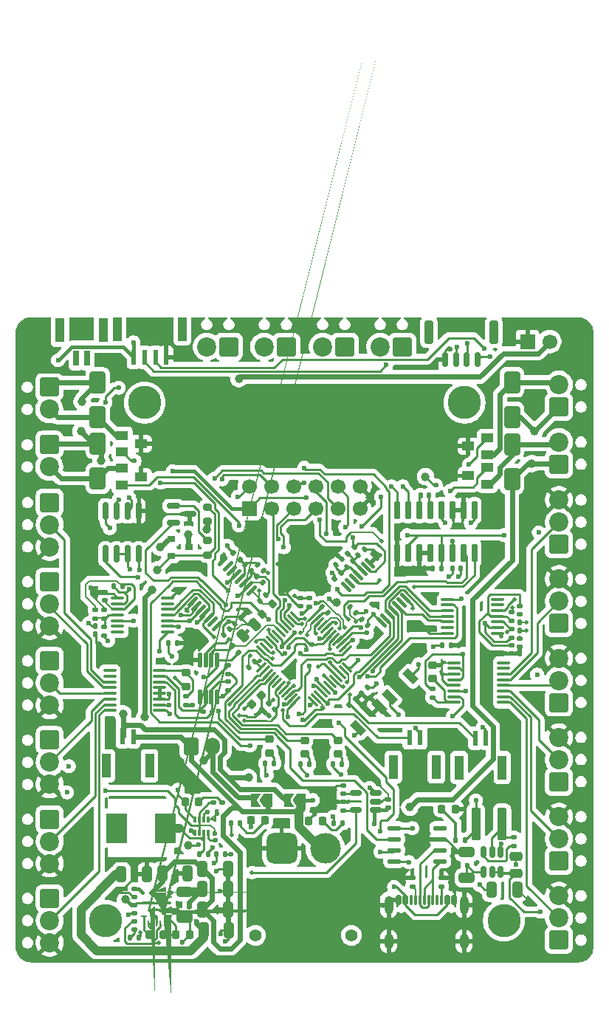
<source format=gbr>
%TF.GenerationSoftware,KiCad,Pcbnew,9.0.4*%
%TF.CreationDate,2025-11-05T21:14:26-05:00*%
%TF.ProjectId,Alpha_Breakout,416c7068-615f-4427-9265-616b6f75742e,rev?*%
%TF.SameCoordinates,Original*%
%TF.FileFunction,Copper,L1,Top*%
%TF.FilePolarity,Positive*%
%FSLAX46Y46*%
G04 Gerber Fmt 4.6, Leading zero omitted, Abs format (unit mm)*
G04 Created by KiCad (PCBNEW 9.0.4) date 2025-11-05 21:14:26*
%MOMM*%
%LPD*%
G01*
G04 APERTURE LIST*
G04 Aperture macros list*
%AMRoundRect*
0 Rectangle with rounded corners*
0 $1 Rounding radius*
0 $2 $3 $4 $5 $6 $7 $8 $9 X,Y pos of 4 corners*
0 Add a 4 corners polygon primitive as box body*
4,1,4,$2,$3,$4,$5,$6,$7,$8,$9,$2,$3,0*
0 Add four circle primitives for the rounded corners*
1,1,$1+$1,$2,$3*
1,1,$1+$1,$4,$5*
1,1,$1+$1,$6,$7*
1,1,$1+$1,$8,$9*
0 Add four rect primitives between the rounded corners*
20,1,$1+$1,$2,$3,$4,$5,0*
20,1,$1+$1,$4,$5,$6,$7,0*
20,1,$1+$1,$6,$7,$8,$9,0*
20,1,$1+$1,$8,$9,$2,$3,0*%
%AMRotRect*
0 Rectangle, with rotation*
0 The origin of the aperture is its center*
0 $1 length*
0 $2 width*
0 $3 Rotation angle, in degrees counterclockwise*
0 Add horizontal line*
21,1,$1,$2,0,0,$3*%
%AMFreePoly0*
4,1,6,1.000000,0.000000,0.500000,-0.750000,-0.500000,-0.750000,-0.500000,0.750000,0.500000,0.750000,1.000000,0.000000,1.000000,0.000000,$1*%
%AMFreePoly1*
4,1,6,0.500000,-0.750000,-0.650000,-0.750000,-0.150000,0.000000,-0.650000,0.750000,0.500000,0.750000,0.500000,-0.750000,0.500000,-0.750000,$1*%
%AMFreePoly2*
4,1,190,1.570981,0.654903,1.575496,0.654000,1.581000,0.654000,1.581981,0.653903,1.591981,0.651903,1.592857,0.651642,1.607857,0.645642,1.608236,0.645472,1.612052,0.643564,1.616857,0.641642,1.618000,0.641000,1.621798,0.638151,1.626572,0.635287,1.627000,0.635000,1.631000,0.632000,1.631536,0.631536,1.635288,0.627784,1.639000,0.625000,1.640000,0.624000,1.642784,0.620288,
1.646536,0.616536,1.647000,0.616000,1.650000,0.612000,1.650287,0.611572,1.653151,0.606798,1.656000,0.603000,1.656642,0.601857,1.658564,0.597052,1.660472,0.593236,1.660642,0.592857,1.666642,0.577857,1.666903,0.576981,1.668903,0.566981,1.669000,0.566000,1.669000,0.560496,1.669903,0.555981,1.670000,0.555000,1.670000,-0.087000,1.669743,-0.088581,1.669000,-0.090810,
1.669000,-0.095000,1.668743,-0.096581,1.668000,-0.098810,1.668000,-0.100000,1.667743,-0.101581,1.667000,-0.103810,1.667000,-0.105000,1.666743,-0.106581,1.665743,-0.109581,1.665472,-0.110236,1.664630,-0.111920,1.663743,-0.114581,1.663472,-0.115236,1.662630,-0.116920,1.661743,-0.119581,1.661472,-0.120236,1.659630,-0.123920,1.658743,-0.126581,1.658472,-0.127236,1.656472,-0.131236,
1.656160,-0.131774,1.654332,-0.134516,1.653472,-0.136236,1.652536,-0.137536,1.651108,-0.138964,1.650472,-0.140236,1.649536,-0.141536,1.648108,-0.142964,1.647472,-0.144236,1.646536,-0.145536,1.643108,-0.148964,1.642472,-0.150236,1.641536,-0.151536,1.639536,-0.153536,1.639039,-0.153741,1.168536,-0.624536,1.166536,-0.626536,1.165236,-0.627472,1.163964,-0.628108,1.160536,-0.631536,
1.159236,-0.632472,1.157964,-0.633108,1.156536,-0.634536,1.155236,-0.635472,1.153964,-0.636108,1.152536,-0.637536,1.151236,-0.638472,1.149516,-0.639332,1.146774,-0.641160,1.146236,-0.641472,1.142236,-0.643472,1.141581,-0.643743,1.138920,-0.644630,1.135236,-0.646472,1.134581,-0.646743,1.131920,-0.647630,1.130236,-0.648472,1.129581,-0.648743,1.126920,-0.649630,1.125236,-0.650472,
1.124581,-0.650743,1.121581,-0.651743,1.120000,-0.652000,1.118810,-0.652000,1.116581,-0.652743,1.115000,-0.653000,1.113810,-0.653000,1.111581,-0.653743,1.110000,-0.654000,1.105810,-0.654000,1.103581,-0.654743,1.102000,-0.655000,-1.040000,-0.655000,-1.040981,-0.654903,-1.045496,-0.654000,-1.051000,-0.654000,-1.051981,-0.653903,-1.061981,-0.651903,-1.062857,-0.651642,-1.077857,-0.645642,
-1.078236,-0.645472,-1.082052,-0.643564,-1.086857,-0.641642,-1.088000,-0.641000,-1.091798,-0.638151,-1.096572,-0.635287,-1.097000,-0.635000,-1.101000,-0.632000,-1.101536,-0.631536,-1.105288,-0.627784,-1.109000,-0.625000,-1.110000,-0.624000,-1.112784,-0.620288,-1.116536,-0.616536,-1.117000,-0.616000,-1.120000,-0.612000,-1.120287,-0.611572,-1.123151,-0.606798,-1.126000,-0.603000,-1.126642,-0.601857,
-1.128564,-0.597052,-1.130472,-0.593236,-1.130642,-0.592857,-1.136642,-0.577857,-1.136903,-0.576981,-1.138903,-0.566981,-1.139000,-0.566000,-1.139000,-0.560496,-1.139903,-0.555981,-1.140000,-0.555000,-1.140000,0.555000,-1.139903,0.555981,-1.139000,0.560496,-1.139000,0.566000,-1.138903,0.566981,-1.136903,0.576981,-1.136642,0.577857,-1.130642,0.592857,-1.130472,0.593236,-1.128564,0.597052,
-1.126642,0.601857,-1.126000,0.603000,-1.123151,0.606798,-1.120287,0.611572,-1.120000,0.612000,-1.117000,0.616000,-1.116536,0.616536,-1.112784,0.620288,-1.110000,0.624000,-1.109000,0.625000,-1.105288,0.627784,-1.101536,0.631536,-1.101000,0.632000,-1.097000,0.635000,-1.096572,0.635287,-1.091798,0.638151,-1.088000,0.641000,-1.086857,0.641642,-1.082052,0.643564,-1.078236,0.645472,
-1.077857,0.645642,-1.062857,0.651642,-1.061981,0.651903,-1.051981,0.653903,-1.051000,0.654000,-1.045496,0.654000,-1.040981,0.654903,-1.040000,0.655000,1.570000,0.655000,1.570981,0.654903,1.570981,0.654903,$1*%
%AMFreePoly3*
4,1,153,0.530981,0.452403,0.535496,0.451500,0.541000,0.451500,0.541981,0.451403,0.551981,0.449403,0.552857,0.449142,0.567857,0.443142,0.568236,0.442972,0.572052,0.441064,0.576857,0.439142,0.578000,0.438500,0.581798,0.435651,0.586572,0.432787,0.587000,0.432500,0.591000,0.429500,0.591536,0.429036,0.595288,0.425284,0.599000,0.422500,0.600000,0.421500,0.602784,0.417788,
0.606536,0.414036,0.607000,0.413500,0.610000,0.409500,0.610287,0.409072,0.613151,0.404298,0.616000,0.400500,0.616642,0.399357,0.618564,0.394552,0.620472,0.390736,0.620642,0.390357,0.626642,0.375357,0.626903,0.374481,0.628903,0.364481,0.629000,0.363500,0.629000,0.357996,0.629903,0.353481,0.630000,0.352500,0.630000,-0.352500,0.629903,-0.353481,0.629000,-0.357996,
0.629000,-0.363500,0.628903,-0.364481,0.626903,-0.374481,0.626642,-0.375357,0.620642,-0.390357,0.620472,-0.390736,0.618564,-0.394552,0.616642,-0.399357,0.616000,-0.400500,0.613151,-0.404298,0.610287,-0.409072,0.610000,-0.409500,0.607000,-0.413500,0.606536,-0.414036,0.602784,-0.417788,0.600000,-0.421500,0.599000,-0.422500,0.595288,-0.425284,0.591536,-0.429036,0.591000,-0.429500,
0.587000,-0.432500,0.586572,-0.432787,0.581798,-0.435651,0.578000,-0.438500,0.576857,-0.439142,0.572052,-0.441064,0.568236,-0.442972,0.567857,-0.443142,0.552857,-0.449142,0.551981,-0.449403,0.541981,-0.451403,0.541000,-0.451500,0.535496,-0.451500,0.530981,-0.452403,0.530000,-0.452500,-0.880000,-0.452500,-0.880981,-0.452403,-0.885496,-0.451500,-0.891000,-0.451500,-0.891981,-0.451403,
-0.901981,-0.449403,-0.902857,-0.449142,-0.917857,-0.443142,-0.918236,-0.442972,-0.922052,-0.441064,-0.926857,-0.439142,-0.928000,-0.438500,-0.931798,-0.435651,-0.936572,-0.432787,-0.937000,-0.432500,-0.941000,-0.429500,-0.941536,-0.429036,-0.945288,-0.425284,-0.949000,-0.422500,-0.950000,-0.421500,-0.952784,-0.417788,-0.956536,-0.414036,-0.957000,-0.413500,-0.960000,-0.409500,-0.960287,-0.409072,
-0.963151,-0.404298,-0.966000,-0.400500,-0.966642,-0.399357,-0.968564,-0.394552,-0.970472,-0.390736,-0.970642,-0.390357,-0.976642,-0.375357,-0.976903,-0.374481,-0.978903,-0.364481,-0.979000,-0.363500,-0.979000,-0.357996,-0.979903,-0.353481,-0.980000,-0.352500,-0.980000,0.352500,-0.979903,0.353481,-0.979000,0.357996,-0.979000,0.363500,-0.978903,0.364481,-0.976903,0.374481,-0.976642,0.375357,
-0.970642,0.390357,-0.970472,0.390736,-0.968564,0.394552,-0.966642,0.399357,-0.966000,0.400500,-0.963151,0.404298,-0.960287,0.409072,-0.960000,0.409500,-0.957000,0.413500,-0.956536,0.414036,-0.952784,0.417788,-0.950000,0.421500,-0.949000,0.422500,-0.945288,0.425284,-0.941536,0.429036,-0.941000,0.429500,-0.937000,0.432500,-0.936572,0.432787,-0.931798,0.435651,-0.928000,0.438500,
-0.926857,0.439142,-0.922052,0.441064,-0.918236,0.442972,-0.917857,0.443142,-0.902857,0.449142,-0.901981,0.449403,-0.891981,0.451403,-0.891000,0.451500,-0.885496,0.451500,-0.880981,0.452403,-0.880000,0.452500,0.530000,0.452500,0.530981,0.452403,0.530981,0.452403,$1*%
%AMFreePoly4*
4,1,153,0.880981,0.452403,0.885496,0.451500,0.891000,0.451500,0.891981,0.451403,0.901981,0.449403,0.902857,0.449142,0.917857,0.443142,0.918236,0.442972,0.922052,0.441064,0.926857,0.439142,0.928000,0.438500,0.931798,0.435651,0.936572,0.432787,0.937000,0.432500,0.941000,0.429500,0.941536,0.429036,0.945288,0.425284,0.949000,0.422500,0.950000,0.421500,0.952784,0.417788,
0.956536,0.414036,0.957000,0.413500,0.960000,0.409500,0.960287,0.409072,0.963151,0.404298,0.966000,0.400500,0.966642,0.399357,0.968564,0.394552,0.970472,0.390736,0.970642,0.390357,0.976642,0.375357,0.976903,0.374481,0.978903,0.364481,0.979000,0.363500,0.979000,0.357996,0.979903,0.353481,0.980000,0.352500,0.980000,-0.352500,0.979903,-0.353481,0.979000,-0.357996,
0.979000,-0.363500,0.978903,-0.364481,0.976903,-0.374481,0.976642,-0.375357,0.970642,-0.390357,0.970472,-0.390736,0.968564,-0.394552,0.966642,-0.399357,0.966000,-0.400500,0.963151,-0.404298,0.960287,-0.409072,0.960000,-0.409500,0.957000,-0.413500,0.956536,-0.414036,0.952784,-0.417788,0.950000,-0.421500,0.949000,-0.422500,0.945288,-0.425284,0.941536,-0.429036,0.941000,-0.429500,
0.937000,-0.432500,0.936572,-0.432787,0.931798,-0.435651,0.928000,-0.438500,0.926857,-0.439142,0.922052,-0.441064,0.918236,-0.442972,0.917857,-0.443142,0.902857,-0.449142,0.901981,-0.449403,0.891981,-0.451403,0.891000,-0.451500,0.885496,-0.451500,0.880981,-0.452403,0.880000,-0.452500,-0.530000,-0.452500,-0.530981,-0.452403,-0.535496,-0.451500,-0.541000,-0.451500,-0.541981,-0.451403,
-0.551981,-0.449403,-0.552857,-0.449142,-0.567857,-0.443142,-0.568236,-0.442972,-0.572052,-0.441064,-0.576857,-0.439142,-0.578000,-0.438500,-0.581798,-0.435651,-0.586572,-0.432787,-0.587000,-0.432500,-0.591000,-0.429500,-0.591536,-0.429036,-0.595288,-0.425284,-0.599000,-0.422500,-0.600000,-0.421500,-0.602784,-0.417788,-0.606536,-0.414036,-0.607000,-0.413500,-0.610000,-0.409500,-0.610287,-0.409072,
-0.613151,-0.404298,-0.616000,-0.400500,-0.616642,-0.399357,-0.618564,-0.394552,-0.620472,-0.390736,-0.620642,-0.390357,-0.626642,-0.375357,-0.626903,-0.374481,-0.628903,-0.364481,-0.629000,-0.363500,-0.629000,-0.357996,-0.629903,-0.353481,-0.630000,-0.352500,-0.630000,0.352500,-0.629903,0.353481,-0.629000,0.357996,-0.629000,0.363500,-0.628903,0.364481,-0.626903,0.374481,-0.626642,0.375357,
-0.620642,0.390357,-0.620472,0.390736,-0.618564,0.394552,-0.616642,0.399357,-0.616000,0.400500,-0.613151,0.404298,-0.610287,0.409072,-0.610000,0.409500,-0.607000,0.413500,-0.606536,0.414036,-0.602784,0.417788,-0.600000,0.421500,-0.599000,0.422500,-0.595288,0.425284,-0.591536,0.429036,-0.591000,0.429500,-0.587000,0.432500,-0.586572,0.432787,-0.581798,0.435651,-0.578000,0.438500,
-0.576857,0.439142,-0.572052,0.441064,-0.568236,0.442972,-0.567857,0.443142,-0.552857,0.449142,-0.551981,0.449403,-0.541981,0.451403,-0.541000,0.451500,-0.535496,0.451500,-0.530981,0.452403,-0.530000,0.452500,0.880000,0.452500,0.880981,0.452403,0.880981,0.452403,$1*%
G04 Aperture macros list end*
%TA.AperFunction,SMDPad,CuDef*%
%ADD10RoundRect,0.140000X0.170000X-0.140000X0.170000X0.140000X-0.170000X0.140000X-0.170000X-0.140000X0*%
%TD*%
%TA.AperFunction,ComponentPad*%
%ADD11RoundRect,0.249999X-0.850001X0.850001X-0.850001X-0.850001X0.850001X-0.850001X0.850001X0.850001X0*%
%TD*%
%TA.AperFunction,ComponentPad*%
%ADD12C,2.200000*%
%TD*%
%TA.AperFunction,SMDPad,CuDef*%
%ADD13RoundRect,0.135000X0.135000X0.185000X-0.135000X0.185000X-0.135000X-0.185000X0.135000X-0.185000X0*%
%TD*%
%TA.AperFunction,SMDPad,CuDef*%
%ADD14RoundRect,0.140000X-0.021213X0.219203X-0.219203X0.021213X0.021213X-0.219203X0.219203X-0.021213X0*%
%TD*%
%TA.AperFunction,SMDPad,CuDef*%
%ADD15RoundRect,0.135000X-0.185000X0.135000X-0.185000X-0.135000X0.185000X-0.135000X0.185000X0.135000X0*%
%TD*%
%TA.AperFunction,ComponentPad*%
%ADD16RoundRect,0.249999X0.850001X-0.850001X0.850001X0.850001X-0.850001X0.850001X-0.850001X-0.850001X0*%
%TD*%
%TA.AperFunction,SMDPad,CuDef*%
%ADD17RoundRect,0.250000X-0.650000X1.000000X-0.650000X-1.000000X0.650000X-1.000000X0.650000X1.000000X0*%
%TD*%
%TA.AperFunction,SMDPad,CuDef*%
%ADD18RoundRect,0.140000X-0.170000X0.140000X-0.170000X-0.140000X0.170000X-0.140000X0.170000X0.140000X0*%
%TD*%
%TA.AperFunction,SMDPad,CuDef*%
%ADD19RoundRect,0.135000X0.185000X-0.135000X0.185000X0.135000X-0.185000X0.135000X-0.185000X-0.135000X0*%
%TD*%
%TA.AperFunction,SMDPad,CuDef*%
%ADD20RoundRect,0.250000X-0.325000X-0.650000X0.325000X-0.650000X0.325000X0.650000X-0.325000X0.650000X0*%
%TD*%
%TA.AperFunction,SMDPad,CuDef*%
%ADD21RoundRect,0.135000X-0.035355X0.226274X-0.226274X0.035355X0.035355X-0.226274X0.226274X-0.035355X0*%
%TD*%
%TA.AperFunction,ComponentPad*%
%ADD22RoundRect,0.249999X0.850001X0.850001X-0.850001X0.850001X-0.850001X-0.850001X0.850001X-0.850001X0*%
%TD*%
%TA.AperFunction,SMDPad,CuDef*%
%ADD23R,0.600000X1.700000*%
%TD*%
%TA.AperFunction,SMDPad,CuDef*%
%ADD24R,1.000000X2.800000*%
%TD*%
%TA.AperFunction,SMDPad,CuDef*%
%ADD25RoundRect,0.135000X-0.135000X-0.185000X0.135000X-0.185000X0.135000X0.185000X-0.135000X0.185000X0*%
%TD*%
%TA.AperFunction,SMDPad,CuDef*%
%ADD26RoundRect,0.140000X0.140000X0.170000X-0.140000X0.170000X-0.140000X-0.170000X0.140000X-0.170000X0*%
%TD*%
%TA.AperFunction,SMDPad,CuDef*%
%ADD27RoundRect,0.100000X0.637500X0.100000X-0.637500X0.100000X-0.637500X-0.100000X0.637500X-0.100000X0*%
%TD*%
%TA.AperFunction,SMDPad,CuDef*%
%ADD28C,1.000000*%
%TD*%
%TA.AperFunction,SMDPad,CuDef*%
%ADD29R,1.400000X1.000000*%
%TD*%
%TA.AperFunction,SMDPad,CuDef*%
%ADD30RoundRect,0.218750X-0.256250X0.218750X-0.256250X-0.218750X0.256250X-0.218750X0.256250X0.218750X0*%
%TD*%
%TA.AperFunction,SMDPad,CuDef*%
%ADD31RoundRect,0.218750X-0.218750X-0.256250X0.218750X-0.256250X0.218750X0.256250X-0.218750X0.256250X0*%
%TD*%
%TA.AperFunction,ComponentPad*%
%ADD32C,1.400000*%
%TD*%
%TA.AperFunction,ComponentPad*%
%ADD33RoundRect,0.770000X0.980000X0.980000X-0.980000X0.980000X-0.980000X-0.980000X0.980000X-0.980000X0*%
%TD*%
%TA.AperFunction,ComponentPad*%
%ADD34C,3.500000*%
%TD*%
%TA.AperFunction,SMDPad,CuDef*%
%ADD35FreePoly0,180.000000*%
%TD*%
%TA.AperFunction,SMDPad,CuDef*%
%ADD36FreePoly1,180.000000*%
%TD*%
%TA.AperFunction,SMDPad,CuDef*%
%ADD37RoundRect,0.250000X0.650000X-0.325000X0.650000X0.325000X-0.650000X0.325000X-0.650000X-0.325000X0*%
%TD*%
%TA.AperFunction,SMDPad,CuDef*%
%ADD38RoundRect,0.075000X-0.225000X0.910000X-0.225000X-0.910000X0.225000X-0.910000X0.225000X0.910000X0*%
%TD*%
%TA.AperFunction,SMDPad,CuDef*%
%ADD39RoundRect,0.100000X0.380070X0.521491X-0.521491X-0.380070X-0.380070X-0.521491X0.521491X0.380070X0*%
%TD*%
%TA.AperFunction,SMDPad,CuDef*%
%ADD40R,0.900000X0.800000*%
%TD*%
%TA.AperFunction,SMDPad,CuDef*%
%ADD41RotRect,0.900000X1.700000X225.000000*%
%TD*%
%TA.AperFunction,SMDPad,CuDef*%
%ADD42RoundRect,0.140000X-0.219203X-0.021213X-0.021213X-0.219203X0.219203X0.021213X0.021213X0.219203X0*%
%TD*%
%TA.AperFunction,SMDPad,CuDef*%
%ADD43RoundRect,0.100000X-0.637500X-0.100000X0.637500X-0.100000X0.637500X0.100000X-0.637500X0.100000X0*%
%TD*%
%TA.AperFunction,SMDPad,CuDef*%
%ADD44RoundRect,0.250000X0.650000X-1.000000X0.650000X1.000000X-0.650000X1.000000X-0.650000X-1.000000X0*%
%TD*%
%TA.AperFunction,SMDPad,CuDef*%
%ADD45R,1.000000X2.700000*%
%TD*%
%TA.AperFunction,SMDPad,CuDef*%
%ADD46RoundRect,0.250000X0.475000X-0.250000X0.475000X0.250000X-0.475000X0.250000X-0.475000X-0.250000X0*%
%TD*%
%TA.AperFunction,ComponentPad*%
%ADD47C,3.800000*%
%TD*%
%TA.AperFunction,SMDPad,CuDef*%
%ADD48RoundRect,0.140000X0.219203X0.021213X0.021213X0.219203X-0.219203X-0.021213X-0.021213X-0.219203X0*%
%TD*%
%TA.AperFunction,SMDPad,CuDef*%
%ADD49RoundRect,0.135000X0.226274X0.035355X0.035355X0.226274X-0.226274X-0.035355X-0.035355X-0.226274X0*%
%TD*%
%TA.AperFunction,SMDPad,CuDef*%
%ADD50RoundRect,0.150000X0.150000X-0.825000X0.150000X0.825000X-0.150000X0.825000X-0.150000X-0.825000X0*%
%TD*%
%TA.AperFunction,SMDPad,CuDef*%
%ADD51R,2.362200X3.505200*%
%TD*%
%TA.AperFunction,SMDPad,CuDef*%
%ADD52RoundRect,0.225000X-0.250000X0.225000X-0.250000X-0.225000X0.250000X-0.225000X0.250000X0.225000X0*%
%TD*%
%TA.AperFunction,ComponentPad*%
%ADD53RoundRect,0.250000X-0.600000X-0.750000X0.600000X-0.750000X0.600000X0.750000X-0.600000X0.750000X0*%
%TD*%
%TA.AperFunction,ComponentPad*%
%ADD54O,1.700000X2.000000*%
%TD*%
%TA.AperFunction,SMDPad,CuDef*%
%ADD55RoundRect,0.140000X-0.140000X-0.170000X0.140000X-0.170000X0.140000X0.170000X-0.140000X0.170000X0*%
%TD*%
%TA.AperFunction,SMDPad,CuDef*%
%ADD56RoundRect,0.225000X0.250000X-0.225000X0.250000X0.225000X-0.250000X0.225000X-0.250000X-0.225000X0*%
%TD*%
%TA.AperFunction,SMDPad,CuDef*%
%ADD57R,0.660400X1.803400*%
%TD*%
%TA.AperFunction,SMDPad,CuDef*%
%ADD58R,1.092200X2.794000*%
%TD*%
%TA.AperFunction,ComponentPad*%
%ADD59R,1.700000X1.700000*%
%TD*%
%TA.AperFunction,ComponentPad*%
%ADD60C,1.700000*%
%TD*%
%TA.AperFunction,SMDPad,CuDef*%
%ADD61RoundRect,0.100000X-0.521491X0.380070X0.380070X-0.521491X0.521491X-0.380070X-0.380070X0.521491X0*%
%TD*%
%TA.AperFunction,SMDPad,CuDef*%
%ADD62RoundRect,0.135000X-0.226274X-0.035355X-0.035355X-0.226274X0.226274X0.035355X0.035355X0.226274X0*%
%TD*%
%TA.AperFunction,SMDPad,CuDef*%
%ADD63RoundRect,0.200000X-0.200000X-0.275000X0.200000X-0.275000X0.200000X0.275000X-0.200000X0.275000X0*%
%TD*%
%TA.AperFunction,SMDPad,CuDef*%
%ADD64RoundRect,0.225000X0.225000X0.250000X-0.225000X0.250000X-0.225000X-0.250000X0.225000X-0.250000X0*%
%TD*%
%TA.AperFunction,SMDPad,CuDef*%
%ADD65RoundRect,0.150000X0.150000X0.700000X-0.150000X0.700000X-0.150000X-0.700000X0.150000X-0.700000X0*%
%TD*%
%TA.AperFunction,SMDPad,CuDef*%
%ADD66RoundRect,0.250000X0.250000X1.100000X-0.250000X1.100000X-0.250000X-1.100000X0.250000X-1.100000X0*%
%TD*%
%TA.AperFunction,SMDPad,CuDef*%
%ADD67RoundRect,0.150000X-0.587500X-0.150000X0.587500X-0.150000X0.587500X0.150000X-0.587500X0.150000X0*%
%TD*%
%TA.AperFunction,SMDPad,CuDef*%
%ADD68RoundRect,0.137500X0.612500X0.137500X-0.612500X0.137500X-0.612500X-0.137500X0.612500X-0.137500X0*%
%TD*%
%TA.AperFunction,SMDPad,CuDef*%
%ADD69FreePoly2,0.000000*%
%TD*%
%TA.AperFunction,SMDPad,CuDef*%
%ADD70RoundRect,0.049500X-0.700500X-0.100500X0.700500X-0.100500X0.700500X0.100500X-0.700500X0.100500X0*%
%TD*%
%TA.AperFunction,SMDPad,CuDef*%
%ADD71FreePoly3,0.000000*%
%TD*%
%TA.AperFunction,SMDPad,CuDef*%
%ADD72RoundRect,0.050000X-0.250000X-0.050000X0.250000X-0.050000X0.250000X0.050000X-0.250000X0.050000X0*%
%TD*%
%TA.AperFunction,SMDPad,CuDef*%
%ADD73RoundRect,0.050000X-0.050000X-0.250000X0.050000X-0.250000X0.050000X0.250000X-0.050000X0.250000X0*%
%TD*%
%TA.AperFunction,SMDPad,CuDef*%
%ADD74FreePoly4,0.000000*%
%TD*%
%TA.AperFunction,SMDPad,CuDef*%
%ADD75RoundRect,0.150000X0.150000X-0.512500X0.150000X0.512500X-0.150000X0.512500X-0.150000X-0.512500X0*%
%TD*%
%TA.AperFunction,SMDPad,CuDef*%
%ADD76RoundRect,0.150000X-0.150000X-0.425000X0.150000X-0.425000X0.150000X0.425000X-0.150000X0.425000X0*%
%TD*%
%TA.AperFunction,SMDPad,CuDef*%
%ADD77RoundRect,0.075000X-0.075000X-0.500000X0.075000X-0.500000X0.075000X0.500000X-0.075000X0.500000X0*%
%TD*%
%TA.AperFunction,HeatsinkPad*%
%ADD78O,1.000000X2.100000*%
%TD*%
%TA.AperFunction,HeatsinkPad*%
%ADD79O,1.000000X1.800000*%
%TD*%
%TA.AperFunction,SMDPad,CuDef*%
%ADD80RoundRect,0.200000X0.053033X-0.335876X0.335876X-0.053033X-0.053033X0.335876X-0.335876X0.053033X0*%
%TD*%
%TA.AperFunction,SMDPad,CuDef*%
%ADD81RoundRect,0.135000X0.035355X-0.226274X0.226274X-0.035355X-0.035355X0.226274X-0.226274X0.035355X0*%
%TD*%
%TA.AperFunction,SMDPad,CuDef*%
%ADD82R,0.300000X0.670000*%
%TD*%
%TA.AperFunction,SMDPad,CuDef*%
%ADD83RoundRect,0.250000X-0.650000X0.325000X-0.650000X-0.325000X0.650000X-0.325000X0.650000X0.325000X0*%
%TD*%
%TA.AperFunction,SMDPad,CuDef*%
%ADD84RoundRect,0.075000X-0.415425X-0.521491X0.521491X0.415425X0.415425X0.521491X-0.521491X-0.415425X0*%
%TD*%
%TA.AperFunction,SMDPad,CuDef*%
%ADD85RoundRect,0.075000X0.415425X-0.521491X0.521491X-0.415425X-0.415425X0.521491X-0.521491X0.415425X0*%
%TD*%
%TA.AperFunction,SMDPad,CuDef*%
%ADD86RoundRect,0.250000X0.300000X1.600000X-0.300000X1.600000X-0.300000X-1.600000X0.300000X-1.600000X0*%
%TD*%
%TA.AperFunction,SMDPad,CuDef*%
%ADD87RoundRect,0.218750X0.218750X0.256250X-0.218750X0.256250X-0.218750X-0.256250X0.218750X-0.256250X0*%
%TD*%
%TA.AperFunction,SMDPad,CuDef*%
%ADD88RoundRect,0.200000X0.275000X-0.200000X0.275000X0.200000X-0.275000X0.200000X-0.275000X-0.200000X0*%
%TD*%
%TA.AperFunction,SMDPad,CuDef*%
%ADD89RoundRect,0.140000X0.021213X-0.219203X0.219203X-0.021213X-0.021213X0.219203X-0.219203X0.021213X0*%
%TD*%
%TA.AperFunction,SMDPad,CuDef*%
%ADD90RoundRect,0.225000X0.017678X-0.335876X0.335876X-0.017678X-0.017678X0.335876X-0.335876X0.017678X0*%
%TD*%
%TA.AperFunction,SMDPad,CuDef*%
%ADD91RoundRect,0.150000X0.512500X0.150000X-0.512500X0.150000X-0.512500X-0.150000X0.512500X-0.150000X0*%
%TD*%
%TA.AperFunction,SMDPad,CuDef*%
%ADD92RoundRect,0.125000X-0.125000X0.687500X-0.125000X-0.687500X0.125000X-0.687500X0.125000X0.687500X0*%
%TD*%
%TA.AperFunction,SMDPad,CuDef*%
%ADD93RoundRect,0.250000X0.159099X-0.512652X0.512652X-0.159099X-0.159099X0.512652X-0.512652X0.159099X0*%
%TD*%
%TA.AperFunction,ViaPad*%
%ADD94C,0.500000*%
%TD*%
%TA.AperFunction,ViaPad*%
%ADD95C,0.600000*%
%TD*%
%TA.AperFunction,ViaPad*%
%ADD96C,1.000000*%
%TD*%
%TA.AperFunction,Conductor*%
%ADD97C,0.250000*%
%TD*%
%TA.AperFunction,Conductor*%
%ADD98C,0.200000*%
%TD*%
%TA.AperFunction,Conductor*%
%ADD99C,0.150000*%
%TD*%
%TA.AperFunction,Conductor*%
%ADD100C,0.600000*%
%TD*%
%TA.AperFunction,Conductor*%
%ADD101C,1.000000*%
%TD*%
%TA.AperFunction,Conductor*%
%ADD102C,0.400000*%
%TD*%
%TA.AperFunction,Conductor*%
%ADD103C,0.350000*%
%TD*%
G04 APERTURE END LIST*
D10*
%TO.P,C46,1*%
%TO.N,en*%
X152900000Y-119060001D03*
%TO.P,C46,2*%
%TO.N,GND*%
X152900000Y-118100001D03*
%TD*%
D11*
%TO.P,J7,1,Pin_1*%
%TO.N,+5V*%
X119200000Y-111000000D03*
D12*
%TO.P,J7,2,Pin_2*%
%TO.N,CH_05*%
X119200000Y-113540000D03*
%TO.P,J7,3,Pin_3*%
%TO.N,GND*%
X119200000Y-116080000D03*
%TD*%
D13*
%TO.P,R15,1*%
%TO.N,Net-(C31-Pad1)*%
X139319998Y-124100000D03*
%TO.P,R15,2*%
%TO.N,Net-(PS1-VBST)*%
X138300000Y-124100000D03*
%TD*%
D14*
%TO.P,C20,1*%
%TO.N,GND*%
X152672933Y-90249604D03*
%TO.P,C20,2*%
%TO.N,Net-(U7-T+)*%
X151994111Y-90928426D03*
%TD*%
D15*
%TO.P,R2,1*%
%TO.N,+3.3V*%
X148950000Y-94700000D03*
%TO.P,R2,2*%
%TO.N,/ADCs/SDA*%
X148950000Y-95719998D03*
%TD*%
D16*
%TO.P,J12,1,Pin_1*%
%TO.N,+5V*%
X177600000Y-115780000D03*
D12*
%TO.P,J12,2,Pin_2*%
%TO.N,CH_10*%
X177600000Y-113240000D03*
%TO.P,J12,3,Pin_3*%
%TO.N,GND*%
X177600000Y-110700000D03*
%TD*%
D17*
%TO.P,D6,1,K*%
%TO.N,SW_PWR*%
X124700000Y-77000002D03*
%TO.P,D6,2,A*%
%TO.N,Net-(D6-A)*%
X124700000Y-81000004D03*
%TD*%
D13*
%TO.P,R18,1*%
%TO.N,+3.3V*%
X166800000Y-122500000D03*
%TO.P,R18,2*%
%TO.N,Net-(D1-A)*%
X165780002Y-122500000D03*
%TD*%
D18*
%TO.P,C30,1*%
%TO.N,FB*%
X128950000Y-131773000D03*
%TO.P,C30,2*%
%TO.N,Net-(C30-Pad2)*%
X128950000Y-132733000D03*
%TD*%
D15*
%TO.P,R32,1*%
%TO.N,+5V*%
X163100000Y-105090001D03*
%TO.P,R32,2*%
%TO.N,Net-(U4-VDD)*%
X163100000Y-106109999D03*
%TD*%
D19*
%TO.P,R31,1*%
%TO.N,+5V*%
X134800000Y-107009999D03*
%TO.P,R31,2*%
%TO.N,Net-(U3-VDD)*%
X134800000Y-105990001D03*
%TD*%
D20*
%TO.P,C40,1*%
%TO.N,+BATT*%
X136724999Y-125777000D03*
%TO.P,C40,2*%
%TO.N,GND*%
X139675001Y-125777000D03*
%TD*%
D18*
%TO.P,C2,1*%
%TO.N,+3.3V*%
X147950000Y-94725000D03*
%TO.P,C2,2*%
%TO.N,GND*%
X147950000Y-95685000D03*
%TD*%
D21*
%TO.P,R11,1*%
%TO.N,Net-(J20-Pin_1)*%
X154102043Y-88883740D03*
%TO.P,R11,2*%
%TO.N,Net-(U7-T-)*%
X153380795Y-89604988D03*
%TD*%
D16*
%TO.P,J8,1,Pin_1*%
%TO.N,+5V*%
X177600000Y-124860000D03*
D12*
%TO.P,J8,2,Pin_2*%
%TO.N,CH_09*%
X177600000Y-122320000D03*
%TO.P,J8,3,Pin_3*%
%TO.N,GND*%
X177600000Y-119780000D03*
%TD*%
D14*
%TO.P,C16,1*%
%TO.N,GND*%
X139800000Y-98300000D03*
%TO.P,C16,2*%
%TO.N,+3.3V*%
X139121178Y-98978822D03*
%TD*%
D18*
%TO.P,C13,1*%
%TO.N,GND*%
X125500000Y-94000000D03*
%TO.P,C13,2*%
%TO.N,Net-(U6-T-)*%
X125500000Y-94960000D03*
%TD*%
D22*
%TO.P,J18,1,Pin_1*%
%TO.N,Net-(J18-Pin_1)*%
X146340000Y-65900000D03*
D12*
%TO.P,J18,2,Pin_2*%
%TO.N,Net-(J18-Pin_2)*%
X143800000Y-65900000D03*
%TD*%
D23*
%TO.P,J31,1,Pin_1*%
%TO.N,+3.3V*%
X161700000Y-110750000D03*
%TO.P,J31,2,Pin_2*%
%TO.N,/Hardware_Safe/K1*%
X160450000Y-110750000D03*
D24*
%TO.P,J31,P1*%
%TO.N,N/C*%
X158600000Y-114100000D03*
%TO.P,J31,P2*%
X163550000Y-114100000D03*
%TD*%
D11*
%TO.P,J26,1,Pin_1*%
%TO.N,SW_PWR*%
X119160000Y-70535147D03*
D12*
%TO.P,J26,2,Pin_2*%
%TO.N,Net-(D5-A)*%
X119160000Y-73075147D03*
%TD*%
D25*
%TO.P,R19,1*%
%TO.N,BATT_V+*%
X139980000Y-120500000D03*
%TO.P,R19,2*%
%TO.N,Net-(D2-A)*%
X141000000Y-120500000D03*
%TD*%
D26*
%TO.P,C17,1*%
%TO.N,GND*%
X124400000Y-98900000D03*
%TO.P,C17,2*%
%TO.N,+3.3V*%
X124400000Y-97940000D03*
%TD*%
D19*
%TO.P,R5,1*%
%TO.N,Net-(J2-CC1)*%
X160800000Y-127785000D03*
%TO.P,R5,2*%
%TO.N,GND*%
X160800000Y-126765000D03*
%TD*%
D27*
%TO.P,U4,1,CH0*%
%TO.N,CH_08*%
X171275000Y-106675000D03*
%TO.P,U4,2,CH1*%
%TO.N,CH_09*%
X171275000Y-106025000D03*
%TO.P,U4,3,CH2*%
%TO.N,CH_10*%
X171275000Y-105375000D03*
%TO.P,U4,4,CH3*%
%TO.N,CH_11*%
X171275000Y-104725000D03*
%TO.P,U4,5,CH4*%
%TO.N,CH_12*%
X171275000Y-104075000D03*
%TO.P,U4,6,CH5*%
%TO.N,CH_13*%
X171275000Y-103425000D03*
%TO.P,U4,7,CH6*%
%TO.N,unconnected-(U4-CH6-Pad7)*%
X171275000Y-102775000D03*
%TO.P,U4,8,CH7*%
%TO.N,unconnected-(U4-CH7-Pad8)*%
X171275000Y-102125000D03*
%TO.P,U4,9,GND*%
%TO.N,GND*%
X165550000Y-102125000D03*
%TO.P,U4,10,REF*%
%TO.N,+5V*%
X165550000Y-102775000D03*
%TO.P,U4,11,COM*%
%TO.N,GND*%
X165550000Y-103425000D03*
%TO.P,U4,12,A0*%
%TO.N,+5V*%
X165550000Y-104075000D03*
%TO.P,U4,13,A1*%
%TO.N,GND*%
X165550000Y-104725000D03*
%TO.P,U4,14,SCL*%
%TO.N,SCL_5V*%
X165550000Y-105375000D03*
%TO.P,U4,15,SDA*%
%TO.N,SDA_5V*%
X165550000Y-106025000D03*
%TO.P,U4,16,VDD*%
%TO.N,Net-(U4-VDD)*%
X165550000Y-106675000D03*
%TD*%
D28*
%TO.P,TP5,1,1*%
%TO.N,/Accelerometer/ACC_SDA*%
X162300000Y-80800000D03*
%TD*%
D18*
%TO.P,C25,1*%
%TO.N,Net-(U8-T+)*%
X173100000Y-95620000D03*
%TO.P,C25,2*%
%TO.N,Net-(U8-T-)*%
X173100000Y-96580000D03*
%TD*%
D29*
%TO.P,Q4,1,D*%
%TO.N,Net-(D8-A)*%
X169400000Y-78250000D03*
%TO.P,Q4,2,G*%
%TO.N,/Solenoids/S4*%
X169400000Y-76350000D03*
%TO.P,Q4,3,S*%
%TO.N,GND*%
X167200001Y-77300000D03*
%TD*%
D30*
%TO.P,D10,1,K*%
%TO.N,Net-(D10-K)*%
X148440000Y-111024998D03*
%TO.P,D10,2,A*%
%TO.N,Net-(D10-A)*%
X148440000Y-112600000D03*
%TD*%
D27*
%TO.P,U8,1,AGND*%
%TO.N,GND*%
X170562500Y-98750000D03*
%TO.P,U8,2,BIAS*%
%TO.N,Net-(J21-Pin_1)*%
X170562500Y-98100000D03*
%TO.P,U8,3,T-*%
%TO.N,Net-(U8-T-)*%
X170562500Y-97450000D03*
%TO.P,U8,4,T+*%
%TO.N,Net-(U8-T+)*%
X170562500Y-96800000D03*
%TO.P,U8,5,AVDD*%
%TO.N,+3.3V*%
X170562500Y-96150000D03*
%TO.P,U8,6,DNC*%
%TO.N,unconnected-(U8-DNC-Pad6)*%
X170562500Y-95500000D03*
%TO.P,U8,7,~{DRDY}*%
%TO.N,unconnected-(U8-~{DRDY}-Pad7)*%
X170562500Y-94850000D03*
%TO.P,U8,8,DVDD*%
%TO.N,+3.3V*%
X164837500Y-94850000D03*
%TO.P,U8,9,~{CS}*%
%TO.N,/stm32f1/TC2_CS*%
X164837500Y-95500000D03*
%TO.P,U8,10,SCK*%
%TO.N,/stm32f1/SPI1_SCK*%
X164837500Y-96150000D03*
%TO.P,U8,11,SDO*%
%TO.N,/stm32f1/SPI1_MISO*%
X164837500Y-96800000D03*
%TO.P,U8,12,SDI*%
%TO.N,/stm32f1/SPI1_MOSI*%
X164837500Y-97450000D03*
%TO.P,U8,13,~{FAULT}*%
%TO.N,unconnected-(U8-~{FAULT}-Pad13)*%
X164837500Y-98100000D03*
%TO.P,U8,14,DGND*%
%TO.N,GND*%
X164837500Y-98750000D03*
%TD*%
D28*
%TO.P,TP4,1,1*%
%TO.N,+5V*%
X135100000Y-123100000D03*
%TD*%
D16*
%TO.P,J29,1,Pin_1*%
%TO.N,SW_PWR*%
X177600000Y-72779288D03*
D12*
%TO.P,J29,2,Pin_2*%
%TO.N,Net-(D8-A)*%
X177600000Y-70239288D03*
%TD*%
D31*
%TO.P,D2,1,K*%
%TO.N,GND*%
X142300000Y-120200000D03*
%TO.P,D2,2,A*%
%TO.N,Net-(D2-A)*%
X143875000Y-120200000D03*
%TD*%
D32*
%TO.P,J22,*%
%TO.N,*%
X153800000Y-133400000D03*
X142800000Y-133400000D03*
D33*
%TO.P,J22,1,Pin_1*%
%TO.N,GND*%
X145800000Y-123400000D03*
D34*
%TO.P,J22,2,Pin_2*%
%TO.N,+BATT*%
X150800000Y-123400000D03*
%TD*%
D11*
%TO.P,J14,1,Pin_1*%
%TO.N,+5V*%
X119200000Y-92840000D03*
D12*
%TO.P,J14,2,Pin_2*%
%TO.N,CH_03*%
X119200000Y-95380000D03*
%TO.P,J14,3,Pin_3*%
%TO.N,GND*%
X119200000Y-97920000D03*
%TD*%
D35*
%TO.P,JP2,1,A*%
%TO.N,+BATT*%
X144249998Y-117900000D03*
D36*
%TO.P,JP2,2,B*%
%TO.N,PYRO_PWR*%
X142800000Y-117900000D03*
%TD*%
D26*
%TO.P,C49,1*%
%TO.N,+5V*%
X164087867Y-91312132D03*
%TO.P,C49,2*%
%TO.N,GND*%
X163127867Y-91312132D03*
%TD*%
D37*
%TO.P,C41,1*%
%TO.N,+3.3V*%
X167040001Y-126812501D03*
%TO.P,C41,2*%
%TO.N,GND*%
X167040001Y-123862499D03*
%TD*%
D20*
%TO.P,C37,1*%
%TO.N,+BATT*%
X132095000Y-126330000D03*
%TO.P,C37,2*%
%TO.N,GND*%
X135045000Y-126330000D03*
%TD*%
D14*
%TO.P,C22,1*%
%TO.N,GND*%
X155282911Y-89117086D03*
%TO.P,C22,2*%
%TO.N,Net-(U7-T-)*%
X154604089Y-89795908D03*
%TD*%
D38*
%TO.P,U12,1,DVDD*%
%TO.N,+3.3V*%
X167932868Y-84637132D03*
%TO.P,U12,2,GND*%
%TO.N,GND*%
X166662868Y-84637132D03*
%TO.P,U12,3,CLKIN*%
X165392868Y-84637132D03*
%TO.P,U12,4,SPEED*%
%TO.N,+3.3V*%
X164122868Y-84637132D03*
%TO.P,U12,5,CAP*%
%TO.N,Net-(C48-Pad2)*%
X162852868Y-84637132D03*
%TO.P,U12,6,CAP*%
%TO.N,Net-(C48-Pad1)*%
X161582868Y-84637132D03*
%TO.P,U12,7,AINP*%
%TO.N,Net-(J30-Pin_2)*%
X160312868Y-84637132D03*
%TO.P,U12,8,AINN*%
%TO.N,Net-(J30-Pin_3)*%
X159042868Y-84637132D03*
%TO.P,U12,9,VREFN*%
%TO.N,GND*%
X159042868Y-89587132D03*
%TO.P,U12,10,VREFP*%
%TO.N,+5V*%
X160312868Y-89587132D03*
%TO.P,U12,11,SGND*%
%TO.N,GND*%
X161582868Y-89587132D03*
%TO.P,U12,12,PSW*%
X162852868Y-89587132D03*
%TO.P,U12,13,AVDD*%
%TO.N,+5V*%
X164122868Y-89587132D03*
%TO.P,U12,14,~{PDWN}*%
%TO.N,+3.3V*%
X165392868Y-89587132D03*
%TO.P,U12,15,SCLK*%
%TO.N,/ADS1231/LC_SCLK*%
X166662868Y-89587132D03*
%TO.P,U12,16,~{DRDY}/DOUT*%
%TO.N,/ADS1231/LC_DRDY{slash}DOUT*%
X167932868Y-89587132D03*
%TD*%
D25*
%TO.P,R9,1*%
%TO.N,Net-(J19-Pin_1)*%
X126500000Y-93400000D03*
%TO.P,R9,2*%
%TO.N,Net-(U6-T-)*%
X127519998Y-93400000D03*
%TD*%
D39*
%TO.P,U5,1,AGND*%
%TO.N,GND*%
X142402951Y-93854765D03*
%TO.P,U5,2,BIAS*%
%TO.N,Net-(J18-Pin_1)*%
X141943332Y-93395146D03*
%TO.P,U5,3,T-*%
%TO.N,Net-(U5-T-)*%
X141483713Y-92935526D03*
%TO.P,U5,4,T+*%
%TO.N,Net-(U5-T+)*%
X141024093Y-92475907D03*
%TO.P,U5,5,AVDD*%
%TO.N,+3.3V*%
X140564474Y-92016287D03*
%TO.P,U5,6,DNC*%
%TO.N,unconnected-(U5-DNC-Pad6)*%
X140104854Y-91556668D03*
%TO.P,U5,7,~{DRDY}*%
%TO.N,unconnected-(U5-~{DRDY}-Pad7)*%
X139645235Y-91097049D03*
%TO.P,U5,8,DVDD*%
%TO.N,+3.3V*%
X135597049Y-95145235D03*
%TO.P,U5,9,~{CS}*%
%TO.N,/stm32f1/TC1_CS*%
X136056668Y-95604854D03*
%TO.P,U5,10,SCK*%
%TO.N,/stm32f1/SPI1_SCK*%
X136516287Y-96064474D03*
%TO.P,U5,11,SDO*%
%TO.N,/stm32f1/SPI1_MISO*%
X136975907Y-96524093D03*
%TO.P,U5,12,SDI*%
%TO.N,/stm32f1/SPI1_MOSI*%
X137435526Y-96983713D03*
%TO.P,U5,13,~{FAULT}*%
%TO.N,unconnected-(U5-~{FAULT}-Pad13)*%
X137895146Y-97443332D03*
%TO.P,U5,14,DGND*%
%TO.N,GND*%
X138354765Y-97902951D03*
%TD*%
D18*
%TO.P,C11,1*%
%TO.N,GND*%
X125400000Y-96110001D03*
%TO.P,C11,2*%
%TO.N,Net-(U6-T+)*%
X125400000Y-97070001D03*
%TD*%
D40*
%TO.P,Q5,1,D*%
%TO.N,Net-(J34-Pin_2)*%
X133099999Y-87950000D03*
%TO.P,Q5,2,G*%
%TO.N,Net-(Q5-G)*%
X133099999Y-89850000D03*
%TO.P,Q5,3,S*%
%TO.N,PYRO_PWR*%
X135200000Y-88900000D03*
%TD*%
D20*
%TO.P,C36,1*%
%TO.N,+3.3V*%
X169890000Y-128162500D03*
%TO.P,C36,2*%
%TO.N,GND*%
X172840002Y-128162500D03*
%TD*%
D41*
%TO.P,SW2,1,1*%
%TO.N,+3.3V*%
X160604164Y-103695836D03*
%TO.P,SW2,2,2*%
%TO.N,Net-(U1-BOOT0)*%
X158200000Y-106100000D03*
%TD*%
D26*
%TO.P,C27,1*%
%TO.N,GND*%
X165200000Y-100100000D03*
%TO.P,C27,2*%
%TO.N,+3.3V*%
X164240000Y-100100000D03*
%TD*%
D11*
%TO.P,J10,1,Pin_1*%
%TO.N,+5V*%
X119200000Y-83760000D03*
D12*
%TO.P,J10,2,Pin_2*%
%TO.N,CH_02*%
X119200000Y-86300000D03*
%TO.P,J10,3,Pin_3*%
%TO.N,GND*%
X119200000Y-88840000D03*
%TD*%
D11*
%TO.P,J27,1,Pin_1*%
%TO.N,SW_PWR*%
X119160000Y-77135149D03*
D12*
%TO.P,J27,2,Pin_2*%
%TO.N,Net-(D6-A)*%
X119160000Y-79675149D03*
%TD*%
D42*
%TO.P,C14,1*%
%TO.N,Net-(U5-T+)*%
X141600000Y-90900000D03*
%TO.P,C14,2*%
%TO.N,Net-(U5-T-)*%
X142278822Y-91578822D03*
%TD*%
D43*
%TO.P,U6,1,AGND*%
%TO.N,GND*%
X127000241Y-94704414D03*
%TO.P,U6,2,BIAS*%
%TO.N,Net-(J19-Pin_1)*%
X127000241Y-95354414D03*
%TO.P,U6,3,T-*%
%TO.N,Net-(U6-T-)*%
X127000241Y-96004414D03*
%TO.P,U6,4,T+*%
%TO.N,Net-(U6-T+)*%
X127000241Y-96654414D03*
%TO.P,U6,5,AVDD*%
%TO.N,+3.3V*%
X127000241Y-97304414D03*
%TO.P,U6,6,DNC*%
%TO.N,unconnected-(U6-DNC-Pad6)*%
X127000241Y-97954414D03*
%TO.P,U6,7,~{DRDY}*%
%TO.N,unconnected-(U6-~{DRDY}-Pad7)*%
X127000241Y-98604414D03*
%TO.P,U6,8,DVDD*%
%TO.N,+3.3V*%
X132725241Y-98604414D03*
%TO.P,U6,9,~{CS}*%
%TO.N,/stm32f1/TC3_CS*%
X132725241Y-97954414D03*
%TO.P,U6,10,SCK*%
%TO.N,/stm32f1/SPI1_SCK*%
X132725241Y-97304414D03*
%TO.P,U6,11,SDO*%
%TO.N,/stm32f1/SPI1_MISO*%
X132725241Y-96654414D03*
%TO.P,U6,12,SDI*%
%TO.N,/stm32f1/SPI1_MOSI*%
X132725241Y-96004414D03*
%TO.P,U6,13,~{FAULT}*%
%TO.N,unconnected-(U6-~{FAULT}-Pad13)*%
X132725241Y-95354414D03*
%TO.P,U6,14,DGND*%
%TO.N,GND*%
X132725241Y-94704414D03*
%TD*%
D18*
%TO.P,C43,1*%
%TO.N,+BATT*%
X128950000Y-128073000D03*
%TO.P,C43,2*%
%TO.N,GND*%
X128950000Y-129033000D03*
%TD*%
D31*
%TO.P,D3,1,K*%
%TO.N,Net-(D3-K)*%
X134712500Y-118100000D03*
%TO.P,D3,2,A*%
%TO.N,Net-(D3-A)*%
X136287500Y-118100000D03*
%TD*%
D44*
%TO.P,D8,1,K*%
%TO.N,SW_PWR*%
X172223360Y-73972634D03*
%TO.P,D8,2,A*%
%TO.N,Net-(D8-A)*%
X172223360Y-69972632D03*
%TD*%
D16*
%TO.P,J16,1,Pin_1*%
%TO.N,+5V*%
X177600000Y-106700000D03*
D12*
%TO.P,J16,2,Pin_2*%
%TO.N,CH_11*%
X177600000Y-104160000D03*
%TO.P,J16,3,Pin_3*%
%TO.N,GND*%
X177600000Y-101620000D03*
%TD*%
D23*
%TO.P,J30,1,Pin_1*%
%TO.N,GND*%
X132572500Y-67100000D03*
%TO.P,J30,2,Pin_2*%
%TO.N,Net-(J30-Pin_2)*%
X131322500Y-67100000D03*
%TO.P,J30,3,Pin_3*%
%TO.N,Net-(J30-Pin_3)*%
X130072500Y-67100000D03*
%TO.P,J30,4,Pin_4*%
%TO.N,+5V*%
X128822500Y-67100000D03*
D45*
%TO.P,J30,SH1*%
%TO.N,N/C*%
X134422500Y-63900000D03*
%TO.P,J30,SH2*%
X126972500Y-63900000D03*
%TD*%
D46*
%TO.P,C32,1*%
%TO.N,+5V*%
X172640001Y-126262499D03*
%TO.P,C32,2*%
%TO.N,GND*%
X172640001Y-124362501D03*
%TD*%
D47*
%TO.P,H3,1*%
%TO.N,N/C*%
X171290000Y-131710000D03*
%TD*%
D10*
%TO.P,C23,1*%
%TO.N,GND*%
X173100000Y-100309998D03*
%TO.P,C23,2*%
%TO.N,Net-(U8-T-)*%
X173100000Y-99349998D03*
%TD*%
D25*
%TO.P,R29,1*%
%TO.N,+3.3V*%
X147930000Y-113762499D03*
%TO.P,R29,2*%
%TO.N,Net-(D10-A)*%
X148949998Y-113762499D03*
%TD*%
D19*
%TO.P,R20,1*%
%TO.N,+5V*%
X137980002Y-118200000D03*
%TO.P,R20,2*%
%TO.N,Net-(D3-A)*%
X139000000Y-118200000D03*
%TD*%
D47*
%TO.P,H1,1*%
%TO.N,N/C*%
X130090000Y-72310000D03*
%TD*%
D10*
%TO.P,C31,1*%
%TO.N,Net-(C31-Pad1)*%
X128950000Y-130893000D03*
%TO.P,C31,2*%
%TO.N,Net-(C31-Pad2)*%
X128950000Y-129933000D03*
%TD*%
D35*
%TO.P,JP1,1,A*%
%TO.N,+BATT*%
X148049998Y-117900000D03*
D36*
%TO.P,JP1,2,B*%
%TO.N,SW_PWR*%
X146600000Y-117900000D03*
%TD*%
D48*
%TO.P,C28,1*%
%TO.N,+3.3V*%
X155695108Y-97814349D03*
%TO.P,C28,2*%
%TO.N,GND*%
X155016286Y-97135527D03*
%TD*%
D42*
%TO.P,C26,1*%
%TO.N,GND*%
X153637464Y-95756705D03*
%TO.P,C26,2*%
%TO.N,+3.3V*%
X154316286Y-96435527D03*
%TD*%
D49*
%TO.P,R1,1*%
%TO.N,+3.3V*%
X140860624Y-100960624D03*
%TO.P,R1,2*%
%TO.N,/ADCs/SCL*%
X140139376Y-100239376D03*
%TD*%
D18*
%TO.P,C38,1*%
%TO.N,Net-(U9-SW)*%
X172390001Y-122182499D03*
%TO.P,C38,2*%
%TO.N,Net-(U9-BST)*%
X172390001Y-123142499D03*
%TD*%
D49*
%TO.P,R7,1*%
%TO.N,Net-(J18-Pin_1)*%
X143664752Y-92964752D03*
%TO.P,R7,2*%
%TO.N,Net-(U5-T-)*%
X142943504Y-92243504D03*
%TD*%
D16*
%TO.P,J28,1,Pin_1*%
%TO.N,SW_PWR*%
X177600000Y-79369291D03*
D12*
%TO.P,J28,2,Pin_2*%
%TO.N,Net-(D7-A)*%
X177600000Y-76829291D03*
%TD*%
D20*
%TO.P,C35,1*%
%TO.N,BATT_V+*%
X136700000Y-128100000D03*
%TO.P,C35,2*%
%TO.N,GND*%
X139650000Y-128100000D03*
%TD*%
D50*
%TO.P,U11,1,RO*%
%TO.N,/RS-485/RX_RS485*%
X125595000Y-89675000D03*
%TO.P,U11,2,~{RE}*%
%TO.N,/RS-485/DIR_RS485*%
X126865000Y-89675000D03*
%TO.P,U11,3,DE*%
X128135000Y-89675000D03*
%TO.P,U11,4,DI*%
%TO.N,/RS-485/TX_RS485*%
X129405000Y-89675000D03*
%TO.P,U11,5,GND*%
%TO.N,GND*%
X129405000Y-84725000D03*
%TO.P,U11,6,A*%
%TO.N,Net-(J23-Pin_1)*%
X128135000Y-84725000D03*
%TO.P,U11,7,B*%
%TO.N,Net-(J23-Pin_2)*%
X126865000Y-84725000D03*
%TO.P,U11,8,VCC*%
%TO.N,+3.3V*%
X125595000Y-84725000D03*
%TD*%
D29*
%TO.P,Q2,1,D*%
%TO.N,Net-(D6-A)*%
X127500000Y-79850000D03*
%TO.P,Q2,2,G*%
%TO.N,/Solenoids/S2*%
X127500000Y-81750000D03*
%TO.P,Q2,3,S*%
%TO.N,GND*%
X129699999Y-80800000D03*
%TD*%
D31*
%TO.P,D4,1,K*%
%TO.N,GND*%
X148912500Y-120300000D03*
%TO.P,D4,2,A*%
%TO.N,Net-(D4-A)*%
X150487500Y-120300000D03*
%TD*%
D51*
%TO.P,L1,1,1*%
%TO.N,Net-(C31-Pad2)*%
X126857402Y-121100000D03*
%TO.P,L1,2,2*%
%TO.N,BATT_V+*%
X132500000Y-121100000D03*
%TD*%
D10*
%TO.P,C45,1*%
%TO.N,+BATT*%
X158000000Y-118760000D03*
%TO.P,C45,2*%
%TO.N,GND*%
X158000000Y-117800000D03*
%TD*%
D52*
%TO.P,C8,1*%
%TO.N,Net-(U3-VDD)*%
X134800000Y-103300000D03*
%TO.P,C8,2*%
%TO.N,GND*%
X134800000Y-104850000D03*
%TD*%
D26*
%TO.P,C50,1*%
%TO.N,GND*%
X166367869Y-91312132D03*
%TO.P,C50,2*%
%TO.N,+3.3V*%
X165407869Y-91312132D03*
%TD*%
D53*
%TO.P,J36,1,Pin_1*%
%TO.N,+BATT*%
X135400000Y-111700000D03*
D54*
%TO.P,J36,2,Pin_2*%
%TO.N,PYRO_PWR*%
X137900000Y-111700000D03*
%TD*%
D15*
%TO.P,R12,1*%
%TO.N,Net-(J21-Pin_2)*%
X172137499Y-96310001D03*
%TO.P,R12,2*%
%TO.N,Net-(U8-T+)*%
X172137499Y-97329999D03*
%TD*%
D25*
%TO.P,R17,1*%
%TO.N,BATT_V+*%
X136370001Y-124100000D03*
%TO.P,R17,2*%
%TO.N,FB*%
X137390001Y-124100000D03*
%TD*%
D55*
%TO.P,C19,1*%
%TO.N,+3.3V*%
X132820000Y-99900000D03*
%TO.P,C19,2*%
%TO.N,GND*%
X133780000Y-99900000D03*
%TD*%
%TO.P,C48,1*%
%TO.N,Net-(C48-Pad1)*%
X161727869Y-82912132D03*
%TO.P,C48,2*%
%TO.N,Net-(C48-Pad2)*%
X162687869Y-82912132D03*
%TD*%
D43*
%TO.P,U3,1,CH0*%
%TO.N,unconnected-(U3-CH0-Pad1)*%
X126100000Y-103050000D03*
%TO.P,U3,2,CH1*%
%TO.N,unconnected-(U3-CH1-Pad2)*%
X126100000Y-103700000D03*
%TO.P,U3,3,CH2*%
%TO.N,CH_02*%
X126100000Y-104350000D03*
%TO.P,U3,4,CH3*%
%TO.N,CH_03*%
X126100000Y-105000000D03*
%TO.P,U3,5,CH4*%
%TO.N,CH_04*%
X126100000Y-105650000D03*
%TO.P,U3,6,CH5*%
%TO.N,CH_05*%
X126100000Y-106300000D03*
%TO.P,U3,7,CH6*%
%TO.N,CH_06*%
X126100000Y-106950000D03*
%TO.P,U3,8,CH7*%
%TO.N,CH_07*%
X126100000Y-107600000D03*
%TO.P,U3,9,GND*%
%TO.N,GND*%
X131825000Y-107600000D03*
%TO.P,U3,10,REF*%
%TO.N,+5V*%
X131825000Y-106950000D03*
%TO.P,U3,11,COM*%
%TO.N,GND*%
X131825000Y-106300000D03*
%TO.P,U3,12,A0*%
X131825000Y-105650000D03*
%TO.P,U3,13,A1*%
X131825000Y-105000000D03*
%TO.P,U3,14,SCL*%
%TO.N,SCL_5V*%
X131825000Y-104350000D03*
%TO.P,U3,15,SDA*%
%TO.N,SDA_5V*%
X131825000Y-103700000D03*
%TO.P,U3,16,VDD*%
%TO.N,Net-(U3-VDD)*%
X131825000Y-103050000D03*
%TD*%
D56*
%TO.P,C9,1*%
%TO.N,Net-(U4-VDD)*%
X163100000Y-103950000D03*
%TO.P,C9,2*%
%TO.N,GND*%
X163100000Y-102400000D03*
%TD*%
D57*
%TO.P,J23,1,Pin_1*%
%TO.N,Net-(J23-Pin_1)*%
X123472501Y-67200000D03*
%TO.P,J23,2,Pin_2*%
%TO.N,Net-(J23-Pin_2)*%
X122222501Y-67200000D03*
D58*
%TO.P,J23,3*%
%TO.N,N/C*%
X125322500Y-63999999D03*
%TO.P,J23,4*%
X120372502Y-63999999D03*
%TD*%
D59*
%TO.P,J34,1,Pin_1*%
%TO.N,GND*%
X174000000Y-65300000D03*
D60*
%TO.P,J34,2,Pin_2*%
%TO.N,Net-(J34-Pin_2)*%
X176540000Y-65300000D03*
%TD*%
D61*
%TO.P,U7,1,AGND*%
%TO.N,GND*%
X155954765Y-90697049D03*
%TO.P,U7,2,BIAS*%
%TO.N,Net-(J20-Pin_1)*%
X155495146Y-91156668D03*
%TO.P,U7,3,T-*%
%TO.N,Net-(U7-T-)*%
X155035526Y-91616287D03*
%TO.P,U7,4,T+*%
%TO.N,Net-(U7-T+)*%
X154575907Y-92075907D03*
%TO.P,U7,5,AVDD*%
%TO.N,+3.3V*%
X154116287Y-92535526D03*
%TO.P,U7,6,DNC*%
%TO.N,unconnected-(U7-DNC-Pad6)*%
X153656668Y-92995146D03*
%TO.P,U7,7,~{DRDY}*%
%TO.N,unconnected-(U7-~{DRDY}-Pad7)*%
X153197049Y-93454765D03*
%TO.P,U7,8,DVDD*%
%TO.N,+3.3V*%
X157245235Y-97502951D03*
%TO.P,U7,9,~{CS}*%
%TO.N,/stm32f1/TC4_CS*%
X157704854Y-97043332D03*
%TO.P,U7,10,SCK*%
%TO.N,/stm32f1/SPI1_SCK*%
X158164474Y-96583713D03*
%TO.P,U7,11,SDO*%
%TO.N,/stm32f1/SPI1_MISO*%
X158624093Y-96124093D03*
%TO.P,U7,12,SDI*%
%TO.N,/stm32f1/SPI1_MOSI*%
X159083713Y-95664474D03*
%TO.P,U7,13,~{FAULT}*%
%TO.N,unconnected-(U7-~{FAULT}-Pad13)*%
X159543332Y-95204854D03*
%TO.P,U7,14,DGND*%
%TO.N,GND*%
X160002951Y-94745235D03*
%TD*%
D30*
%TO.P,D11,1,K*%
%TO.N,Net-(D11-K)*%
X152240000Y-111024998D03*
%TO.P,D11,2,A*%
%TO.N,Net-(D11-A)*%
X152240000Y-112600000D03*
%TD*%
D62*
%TO.P,R6,1*%
%TO.N,Net-(J18-Pin_2)*%
X140256497Y-89556498D03*
%TO.P,R6,2*%
%TO.N,Net-(U5-T+)*%
X140977745Y-90277746D03*
%TD*%
D63*
%TO.P,R16,1*%
%TO.N,Net-(PS1-PG)*%
X130600000Y-133323000D03*
%TO.P,R16,2*%
%TO.N,Net-(PS1-VCC)*%
X132250000Y-133323000D03*
%TD*%
D30*
%TO.P,D9,1,K*%
%TO.N,Net-(D9-K)*%
X144440000Y-110924998D03*
%TO.P,D9,2,A*%
%TO.N,Net-(D9-A)*%
X144440000Y-112500000D03*
%TD*%
D64*
%TO.P,C33,1*%
%TO.N,GND*%
X135225000Y-133323000D03*
%TO.P,C33,2*%
%TO.N,Net-(PS1-VCC)*%
X133675000Y-133323000D03*
%TD*%
D25*
%TO.P,R30,1*%
%TO.N,+3.3V*%
X151720001Y-113762499D03*
%TO.P,R30,2*%
%TO.N,Net-(D11-A)*%
X152739999Y-113762499D03*
%TD*%
D47*
%TO.P,H2,1*%
%TO.N,N/C*%
X166780000Y-72310000D03*
%TD*%
D16*
%TO.P,J9,1,Pin_1*%
%TO.N,+5V*%
X177600000Y-88540000D03*
D12*
%TO.P,J9,2,Pin_2*%
%TO.N,CH_13*%
X177600000Y-86000000D03*
%TO.P,J9,3,Pin_3*%
%TO.N,GND*%
X177600000Y-83460000D03*
%TD*%
D65*
%TO.P,J24,1,Pin_1*%
%TO.N,+3.3V*%
X168300000Y-67400000D03*
%TO.P,J24,2,Pin_2*%
%TO.N,/Accelerometer/ACC_SDA*%
X167050000Y-67400000D03*
%TO.P,J24,3,Pin_3*%
%TO.N,/Accelerometer/ACC_SCL*%
X165800000Y-67400000D03*
%TO.P,J24,4,Pin_4*%
%TO.N,GND*%
X164550000Y-67400000D03*
D66*
%TO.P,J24,MP*%
%TO.N,N/C*%
X170150000Y-64200000D03*
X162700000Y-64200000D03*
%TD*%
D67*
%TO.P,Q6,1,D*%
%TO.N,Net-(Q6-D)*%
X133362500Y-84150000D03*
%TO.P,Q6,2,G*%
%TO.N,/Pyro/PYRO1*%
X133362500Y-86050000D03*
%TO.P,Q6,3,S*%
%TO.N,GND*%
X135237500Y-85100000D03*
%TD*%
D68*
%TO.P,U2,1,UD+*%
%TO.N,Net-(U2-UD+)*%
X164000000Y-124910000D03*
%TO.P,U2,2,UD-*%
%TO.N,Net-(U2-UD-)*%
X164000000Y-123640000D03*
%TO.P,U2,3,GND*%
%TO.N,GND*%
X164000000Y-122370000D03*
%TO.P,U2,4,~{RTS}*%
%TO.N,unconnected-(U2-~{RTS}-Pad4)*%
X164000000Y-121100000D03*
%TO.P,U2,5,VCC*%
%TO.N,+3.3V*%
X158700000Y-121100000D03*
%TO.P,U2,6,TXD*%
%TO.N,/prog/USB_TX*%
X158700000Y-122370000D03*
%TO.P,U2,7,RXD*%
%TO.N,/prog/USB_RX*%
X158700000Y-123640000D03*
%TO.P,U2,8,V3*%
%TO.N,+3.3V*%
X158700000Y-124910000D03*
%TD*%
D19*
%TO.P,R13,1*%
%TO.N,Net-(J21-Pin_1)*%
X172137499Y-99249998D03*
%TO.P,R13,2*%
%TO.N,Net-(U8-T-)*%
X172137499Y-98230000D03*
%TD*%
D69*
%TO.P,PS1,1,VIN*%
%TO.N,+BATT*%
X130835000Y-128523000D03*
D70*
%TO.P,PS1,2,SW*%
%TO.N,Net-(C31-Pad2)*%
X130500000Y-129673000D03*
D71*
%TO.P,PS1,3,PGND*%
%TO.N,GND*%
X130675000Y-130500500D03*
D72*
%TO.P,PS1,4,PG*%
%TO.N,Net-(PS1-PG)*%
X130050000Y-131248000D03*
D73*
%TO.P,PS1,5,MODE*%
%TO.N,en*%
X130550000Y-132023000D03*
%TO.P,PS1,6,EN*%
X131000000Y-132023000D03*
%TO.P,PS1,7,FB*%
%TO.N,Net-(PS1-FB)*%
X131450000Y-132023000D03*
%TO.P,PS1,8,VOUT*%
%TO.N,FB*%
X131900000Y-132023000D03*
%TO.P,PS1,9,NC*%
%TO.N,unconnected-(PS1-NC-Pad9)*%
X132350000Y-132023000D03*
D72*
%TO.P,PS1,10,VCC*%
%TO.N,Net-(PS1-VCC)*%
X132850000Y-131248000D03*
D74*
%TO.P,PS1,11,PGND*%
%TO.N,GND*%
X132225000Y-130500500D03*
D70*
%TO.P,PS1,12,SW*%
%TO.N,Net-(C31-Pad2)*%
X132400000Y-129673000D03*
D72*
%TO.P,PS1,13,VBST*%
%TO.N,Net-(PS1-VBST)*%
X132850000Y-128998000D03*
%TD*%
D10*
%TO.P,C21,1*%
%TO.N,GND*%
X172137499Y-101089999D03*
%TO.P,C21,2*%
%TO.N,Net-(U8-T+)*%
X172137499Y-100129999D03*
%TD*%
D19*
%TO.P,R8,1*%
%TO.N,Net-(J19-Pin_2)*%
X125400000Y-99000000D03*
%TO.P,R8,2*%
%TO.N,Net-(U6-T+)*%
X125400000Y-97980002D03*
%TD*%
D75*
%TO.P,U9,1,FB*%
%TO.N,+3.3V*%
X168990001Y-126100000D03*
%TO.P,U9,2,EN*%
%TO.N,+5V*%
X169940000Y-126100000D03*
%TO.P,U9,3,IN*%
X170889999Y-126100000D03*
%TO.P,U9,4,GND*%
%TO.N,GND*%
X170889999Y-123825000D03*
%TO.P,U9,5,SW*%
%TO.N,Net-(U9-SW)*%
X169940000Y-123825000D03*
%TO.P,U9,6,BST*%
%TO.N,Net-(U9-BST)*%
X168990001Y-123825000D03*
%TD*%
D14*
%TO.P,C6,1*%
%TO.N,+3.3V*%
X142750000Y-102000000D03*
%TO.P,C6,2*%
%TO.N,GND*%
X142071178Y-102678822D03*
%TD*%
D76*
%TO.P,J2,A1,GND*%
%TO.N,GND*%
X159205000Y-129325000D03*
%TO.P,J2,A4,VBUS*%
%TO.N,USB_V+*%
X160005000Y-129325000D03*
D77*
%TO.P,J2,A5,CC1*%
%TO.N,Net-(J2-CC1)*%
X161155000Y-129325000D03*
%TO.P,J2,A6,D+*%
%TO.N,Net-(U2-UD+)*%
X162155000Y-129325000D03*
%TO.P,J2,A7,D-*%
%TO.N,Net-(U2-UD-)*%
X162655000Y-129325000D03*
%TO.P,J2,A8,SBU1*%
%TO.N,unconnected-(J2-SBU1-PadA8)*%
X163655000Y-129325000D03*
D76*
%TO.P,J2,A9,VBUS*%
%TO.N,USB_V+*%
X164805000Y-129325000D03*
%TO.P,J2,A12,GND*%
%TO.N,GND*%
X165605000Y-129325000D03*
%TO.P,J2,B1,GND*%
X165605000Y-129325000D03*
%TO.P,J2,B4,VBUS*%
%TO.N,USB_V+*%
X164805000Y-129325000D03*
D77*
%TO.P,J2,B5,CC2*%
%TO.N,Net-(J2-CC2)*%
X164155000Y-129325000D03*
%TO.P,J2,B6,D+*%
%TO.N,Net-(U2-UD+)*%
X163155000Y-129325000D03*
%TO.P,J2,B7,D-*%
%TO.N,Net-(U2-UD-)*%
X161655000Y-129325000D03*
%TO.P,J2,B8,SBU2*%
%TO.N,unconnected-(J2-SBU2-PadB8)*%
X160655000Y-129325000D03*
D76*
%TO.P,J2,B9,VBUS*%
%TO.N,USB_V+*%
X160005000Y-129325000D03*
%TO.P,J2,B12,GND*%
%TO.N,GND*%
X159205000Y-129325000D03*
D78*
%TO.P,J2,S1,SHIELD*%
X158085000Y-129900000D03*
D79*
X158085000Y-134080000D03*
D78*
X166725000Y-129900000D03*
D79*
X166725000Y-134080000D03*
%TD*%
D21*
%TO.P,R23,1*%
%TO.N,/Hardware_Safe/K1*%
X144300000Y-106800000D03*
%TO.P,R23,2*%
%TO.N,GND*%
X143578752Y-107521248D03*
%TD*%
D80*
%TO.P,R3,1*%
%TO.N,Net-(U1-BOOT0)*%
X143550000Y-96550000D03*
%TO.P,R3,2*%
%TO.N,GND*%
X144716726Y-95383274D03*
%TD*%
D25*
%TO.P,R21,1*%
%TO.N,Net-(D3-K)*%
X151780000Y-120500000D03*
%TO.P,R21,2*%
%TO.N,Net-(D4-A)*%
X152800000Y-120500000D03*
%TD*%
D42*
%TO.P,C4,1*%
%TO.N,+3.3V*%
X150410589Y-95760589D03*
%TO.P,C4,2*%
%TO.N,GND*%
X151089411Y-96439411D03*
%TD*%
D81*
%TO.P,R25,1*%
%TO.N,/Hardware_Safe/BW1*%
X153578752Y-107021248D03*
%TO.P,R25,2*%
%TO.N,GND*%
X154300000Y-106300000D03*
%TD*%
D82*
%TO.P,IC1,1,GND@1*%
%TO.N,GND*%
X135887500Y-121600000D03*
%TO.P,IC1,2,VOUT@1*%
%TO.N,+5V*%
X136387500Y-121600000D03*
%TO.P,IC1,3,VIN1*%
%TO.N,BATT_V+*%
X136887500Y-121600000D03*
%TO.P,IC1,4,ON*%
%TO.N,GND*%
X137387500Y-121600000D03*
%TO.P,IC1,5,GND@2*%
X137387500Y-120100000D03*
%TO.P,IC1,6,VIN2*%
%TO.N,USB_V+*%
X136887500Y-120120000D03*
%TO.P,IC1,7,VOUT@2*%
%TO.N,+5V*%
X136387500Y-120120000D03*
%TO.P,IC1,8,ST*%
%TO.N,Net-(D3-K)*%
X135887500Y-120120000D03*
%TD*%
D17*
%TO.P,D5,1,K*%
%TO.N,SW_PWR*%
X124700000Y-70000000D03*
%TO.P,D5,2,A*%
%TO.N,Net-(D5-A)*%
X124700000Y-74000002D03*
%TD*%
D10*
%TO.P,C47,1*%
%TO.N,Net-(U10-BP)*%
X152900000Y-117180000D03*
%TO.P,C47,2*%
%TO.N,GND*%
X152900000Y-116220000D03*
%TD*%
D83*
%TO.P,C42,1*%
%TO.N,BATT_V+*%
X134650000Y-128398000D03*
%TO.P,C42,2*%
%TO.N,GND*%
X134650000Y-131348000D03*
%TD*%
D84*
%TO.P,U1,1,VBAT*%
%TO.N,+3.3V*%
X143512124Y-102698788D03*
%TO.P,U1,2,PC13*%
%TO.N,Net-(D9-K)*%
X143865678Y-103052342D03*
%TO.P,U1,3,PC14*%
%TO.N,Net-(D10-K)*%
X144219231Y-103405895D03*
%TO.P,U1,4,PC15*%
%TO.N,Net-(D11-K)*%
X144572785Y-103759449D03*
%TO.P,U1,5,PD0*%
%TO.N,/Hardware_Safe/K1*%
X144926338Y-104113002D03*
%TO.P,U1,6,PD1*%
%TO.N,unconnected-(U1-PD1-Pad6)*%
X145279891Y-104466555D03*
%TO.P,U1,7,NRST*%
%TO.N,Net-(U1-NRST)*%
X145633445Y-104820109D03*
%TO.P,U1,8,VSSA*%
%TO.N,GND*%
X145986998Y-105173662D03*
%TO.P,U1,9,VDDA*%
%TO.N,+3.3V*%
X146340551Y-105527215D03*
%TO.P,U1,10,PA0*%
%TO.N,/stm32f1/TC4_CS*%
X146694105Y-105880769D03*
%TO.P,U1,11,PA1*%
%TO.N,/stm32f1/TC3_CS*%
X147047658Y-106234322D03*
%TO.P,U1,12,PA2*%
%TO.N,/RS-485/TX_RS485*%
X147401212Y-106587876D03*
D85*
%TO.P,U1,13,PA3*%
%TO.N,/RS-485/RX_RS485*%
X149398788Y-106587876D03*
%TO.P,U1,14,PA4*%
%TO.N,/RS-485/DIR_RS485*%
X149752342Y-106234322D03*
%TO.P,U1,15,PA5*%
%TO.N,/stm32f1/SPI1_SCK*%
X150105895Y-105880769D03*
%TO.P,U1,16,PA6*%
%TO.N,/stm32f1/SPI1_MISO*%
X150459449Y-105527215D03*
%TO.P,U1,17,PA7*%
%TO.N,/stm32f1/SPI1_MOSI*%
X150813002Y-105173662D03*
%TO.P,U1,18,PB0*%
%TO.N,/stm32f1/TC1_CS*%
X151166555Y-104820109D03*
%TO.P,U1,19,PB1*%
%TO.N,/stm32f1/TC2_CS*%
X151520109Y-104466555D03*
%TO.P,U1,20,PB2*%
%TO.N,/Hardware_Safe/BW1*%
X151873662Y-104113002D03*
%TO.P,U1,21,PB10*%
%TO.N,/Accelerometer/ACC_SDA*%
X152227215Y-103759449D03*
%TO.P,U1,22,PB11*%
%TO.N,/Accelerometer/ACC_SCL*%
X152580769Y-103405895D03*
%TO.P,U1,23,VSS*%
%TO.N,GND*%
X152934322Y-103052342D03*
%TO.P,U1,24,VDD*%
%TO.N,+3.3V*%
X153287876Y-102698788D03*
D84*
%TO.P,U1,25,PB12*%
%TO.N,/Solenoids/S1*%
X153287876Y-100701212D03*
%TO.P,U1,26,PB13*%
%TO.N,/Solenoids/S2*%
X152934322Y-100347658D03*
%TO.P,U1,27,PB14*%
%TO.N,/Solenoids/S3*%
X152580769Y-99994105D03*
%TO.P,U1,28,PB15*%
%TO.N,/Solenoids/S4*%
X152227215Y-99640551D03*
%TO.P,U1,29,PA8*%
%TO.N,/Pyro/PYRO1*%
X151873662Y-99286998D03*
%TO.P,U1,30,PA9*%
%TO.N,/prog/USB_RX*%
X151520109Y-98933445D03*
%TO.P,U1,31,PA10*%
%TO.N,/prog/USB_TX*%
X151166555Y-98579891D03*
%TO.P,U1,32,PA11*%
%TO.N,/ADS1231/LC_DRDY{slash}DOUT*%
X150813002Y-98226338D03*
%TO.P,U1,33,PA12*%
%TO.N,/ADS1231/LC_SCLK*%
X150459449Y-97872785D03*
%TO.P,U1,34,PA13*%
%TO.N,/Breakout/PA13*%
X150105895Y-97519231D03*
%TO.P,U1,35,VSS*%
%TO.N,GND*%
X149752342Y-97165678D03*
%TO.P,U1,36,VDD*%
%TO.N,+3.3V*%
X149398788Y-96812124D03*
D85*
%TO.P,U1,37,PA14*%
%TO.N,/Breakout/PA14*%
X147401212Y-96812124D03*
%TO.P,U1,38,PA15*%
%TO.N,/Breakout/PA15*%
X147047658Y-97165678D03*
%TO.P,U1,39,PB3*%
%TO.N,/Breakout/PB3*%
X146694105Y-97519231D03*
%TO.P,U1,40,PB4*%
%TO.N,/Breakout/PB4*%
X146340551Y-97872785D03*
%TO.P,U1,41,PB5*%
%TO.N,/Breakout/PB5*%
X145986998Y-98226338D03*
%TO.P,U1,42,PB6*%
%TO.N,/ADCs/SCL*%
X145633445Y-98579891D03*
%TO.P,U1,43,PB7*%
%TO.N,/ADCs/SDA*%
X145279891Y-98933445D03*
%TO.P,U1,44,BOOT0*%
%TO.N,Net-(U1-BOOT0)*%
X144926338Y-99286998D03*
%TO.P,U1,45,PB8*%
%TO.N,/Breakout/PB8*%
X144572785Y-99640551D03*
%TO.P,U1,46,PB9*%
%TO.N,/Breakout/PB9*%
X144219231Y-99994105D03*
%TO.P,U1,47,VSS*%
%TO.N,GND*%
X143865678Y-100347658D03*
%TO.P,U1,48,VDD*%
%TO.N,+3.3V*%
X143512124Y-100701212D03*
%TD*%
D48*
%TO.P,C10,1*%
%TO.N,GND*%
X143693037Y-91578822D03*
%TO.P,C10,2*%
%TO.N,Net-(U5-T+)*%
X143014215Y-90900000D03*
%TD*%
D25*
%TO.P,R14,1*%
%TO.N,Net-(C30-Pad2)*%
X128430000Y-133673000D03*
%TO.P,R14,2*%
%TO.N,Net-(PS1-FB)*%
X129450000Y-133673000D03*
%TD*%
D44*
%TO.P,D7,1,K*%
%TO.N,SW_PWR*%
X172223360Y-81072634D03*
%TO.P,D7,2,A*%
%TO.N,Net-(D7-A)*%
X172223360Y-77072632D03*
%TD*%
D55*
%TO.P,C29,1*%
%TO.N,+3.3V*%
X173100000Y-98480000D03*
%TO.P,C29,2*%
%TO.N,GND*%
X173100000Y-97520000D03*
%TD*%
D19*
%TO.P,R4,1*%
%TO.N,Net-(J2-CC2)*%
X164125000Y-127795000D03*
%TO.P,R4,2*%
%TO.N,GND*%
X164125000Y-126775000D03*
%TD*%
D86*
%TO.P,L2,1,1*%
%TO.N,Net-(U9-SW)*%
X171090001Y-120600000D03*
%TO.P,L2,2,2*%
%TO.N,+3.3V*%
X168090001Y-120600000D03*
%TD*%
D14*
%TO.P,C3,1*%
%TO.N,+3.3V*%
X155639411Y-104960589D03*
%TO.P,C3,2*%
%TO.N,GND*%
X154960589Y-105639411D03*
%TD*%
D16*
%TO.P,J5,1,Pin_1*%
%TO.N,+5V*%
X177600000Y-97620000D03*
D12*
%TO.P,J5,2,Pin_2*%
%TO.N,CH_12*%
X177600000Y-95080000D03*
%TO.P,J5,3,Pin_3*%
%TO.N,GND*%
X177600000Y-92540000D03*
%TD*%
D19*
%TO.P,R22,1*%
%TO.N,+5V*%
X139700000Y-105309999D03*
%TO.P,R22,2*%
%TO.N,SCL_5V*%
X139700000Y-104290001D03*
%TD*%
D41*
%TO.P,SW1,1,1*%
%TO.N,GND*%
X157002082Y-107197918D03*
%TO.P,SW1,2,2*%
%TO.N,Net-(U1-NRST)*%
X154597918Y-109602082D03*
%TD*%
D14*
%TO.P,C1,1*%
%TO.N,Net-(U1-NRST)*%
X144978822Y-107521178D03*
%TO.P,C1,2*%
%TO.N,GND*%
X144300000Y-108200000D03*
%TD*%
D87*
%TO.P,D1,1,K*%
%TO.N,GND*%
X165700000Y-118900000D03*
%TO.P,D1,2,A*%
%TO.N,Net-(D1-A)*%
X164124998Y-118900000D03*
%TD*%
D88*
%TO.P,R27,1*%
%TO.N,Net-(Q5-G)*%
X137300000Y-89766637D03*
%TO.P,R27,2*%
%TO.N,Net-(Q6-D)*%
X137300000Y-88116637D03*
%TD*%
D23*
%TO.P,J33,1,Pin_1*%
%TO.N,+3.3V*%
X169250000Y-110800000D03*
%TO.P,J33,2,Pin_2*%
%TO.N,/Hardware_Safe/BW1*%
X168000000Y-110800000D03*
D24*
%TO.P,J33,P1*%
%TO.N,N/C*%
X166150000Y-114150000D03*
%TO.P,J33,P2*%
X171100000Y-114150000D03*
%TD*%
D11*
%TO.P,J3,1,Pin_1*%
%TO.N,+5V*%
X119200000Y-101920000D03*
D12*
%TO.P,J3,2,Pin_2*%
%TO.N,CH_04*%
X119200000Y-104460000D03*
%TO.P,J3,3,Pin_3*%
%TO.N,GND*%
X119200000Y-107000000D03*
%TD*%
D22*
%TO.P,J19,1,Pin_1*%
%TO.N,Net-(J19-Pin_1)*%
X139750000Y-65890000D03*
D12*
%TO.P,J19,2,Pin_2*%
%TO.N,Net-(J19-Pin_2)*%
X137210000Y-65890000D03*
%TD*%
D22*
%TO.P,J20,1,Pin_1*%
%TO.N,Net-(J20-Pin_1)*%
X153040000Y-65890000D03*
D12*
%TO.P,J20,2,Pin_2*%
%TO.N,Net-(J20-Pin_2)*%
X150500000Y-65890000D03*
%TD*%
D89*
%TO.P,C12,1*%
%TO.N,GND*%
X143321178Y-95078822D03*
%TO.P,C12,2*%
%TO.N,Net-(U5-T-)*%
X144000000Y-94400000D03*
%TD*%
D88*
%TO.P,R26,1*%
%TO.N,PYRO_PWR*%
X137300000Y-85950000D03*
%TO.P,R26,2*%
%TO.N,Net-(Q5-G)*%
X137300000Y-84300000D03*
%TD*%
D20*
%TO.P,C39,1*%
%TO.N,BATT_V+*%
X127425000Y-126400000D03*
%TO.P,C39,2*%
%TO.N,GND*%
X130375000Y-126400000D03*
%TD*%
D22*
%TO.P,J21,1,Pin_1*%
%TO.N,Net-(J21-Pin_1)*%
X159640000Y-65900000D03*
D12*
%TO.P,J21,2,Pin_2*%
%TO.N,Net-(J21-Pin_2)*%
X157100000Y-65900000D03*
%TD*%
D90*
%TO.P,C7,1*%
%TO.N,+3.3V*%
X142351992Y-106948008D03*
%TO.P,C7,2*%
%TO.N,GND*%
X143448008Y-105851992D03*
%TD*%
D28*
%TO.P,TP6,1,1*%
%TO.N,Net-(Q5-G)*%
X131500000Y-91500000D03*
%TD*%
D23*
%TO.P,J25,1,Pin_1*%
%TO.N,+BATT*%
X128800000Y-110600000D03*
%TO.P,J25,2,Pin_2*%
%TO.N,SW_PWR*%
X127550000Y-110600000D03*
D24*
%TO.P,J25,P1*%
%TO.N,N/C*%
X125700000Y-113950000D03*
%TO.P,J25,P2*%
X130650000Y-113950000D03*
%TD*%
D91*
%TO.P,U10,1,VIN*%
%TO.N,+BATT*%
X156575000Y-118999998D03*
%TO.P,U10,2,GND*%
%TO.N,GND*%
X156575000Y-118049999D03*
%TO.P,U10,3,ON/~{OFF}*%
%TO.N,+BATT*%
X156575000Y-117100000D03*
%TO.P,U10,4,BP*%
%TO.N,Net-(U10-BP)*%
X154300000Y-117100000D03*
%TO.P,U10,5,VOUT*%
%TO.N,en*%
X154300000Y-118999998D03*
%TD*%
D20*
%TO.P,C34,1*%
%TO.N,+BATT*%
X136695000Y-130430000D03*
%TO.P,C34,2*%
%TO.N,GND*%
X139645000Y-130430000D03*
%TD*%
D89*
%TO.P,C18,1*%
%TO.N,+3.3V*%
X140460588Y-97639411D03*
%TO.P,C18,2*%
%TO.N,GND*%
X141139410Y-96960589D03*
%TD*%
D25*
%TO.P,R28,1*%
%TO.N,+3.3V*%
X143930002Y-113662499D03*
%TO.P,R28,2*%
%TO.N,Net-(D9-A)*%
X144950000Y-113662499D03*
%TD*%
D81*
%TO.P,R10,1*%
%TO.N,Net-(J20-Pin_2)*%
X151872863Y-92549674D03*
%TO.P,R10,2*%
%TO.N,Net-(U7-T+)*%
X152594111Y-91828426D03*
%TD*%
D59*
%TO.P,J35,1,Pin_1*%
%TO.N,+5V*%
X142080000Y-84440000D03*
D60*
%TO.P,J35,2,Pin_2*%
%TO.N,+3.3V*%
X142080000Y-81900000D03*
%TO.P,J35,3,Pin_3*%
%TO.N,/Breakout/PB5*%
X144620000Y-84440000D03*
%TO.P,J35,4,Pin_4*%
%TO.N,/Breakout/PB9*%
X144620000Y-81900000D03*
%TO.P,J35,5,Pin_5*%
%TO.N,/Breakout/PB4*%
X147159999Y-84440000D03*
%TO.P,J35,6,Pin_6*%
%TO.N,/Breakout/PA13*%
X147160000Y-81900000D03*
%TO.P,J35,7,Pin_7*%
%TO.N,/Breakout/PB3*%
X149700000Y-84440000D03*
%TO.P,J35,8,Pin_8*%
%TO.N,/Breakout/PA14*%
X149700000Y-81900000D03*
%TO.P,J35,9,Pin_9*%
%TO.N,/Breakout/PB8*%
X152240000Y-84440000D03*
%TO.P,J35,10,Pin_10*%
%TO.N,/Breakout/PA15*%
X152240000Y-81900000D03*
%TO.P,J35,11,Pin_11*%
%TO.N,GND*%
X154780000Y-84440000D03*
%TO.P,J35,12,Pin_12*%
X154780000Y-81900000D03*
%TD*%
D47*
%TO.P,H4,1*%
%TO.N,N/C*%
X125590000Y-131710000D03*
%TD*%
D16*
%TO.P,J4,1,Pin_1*%
%TO.N,+5V*%
X177600000Y-133940000D03*
D12*
%TO.P,J4,2,Pin_2*%
%TO.N,CH_08*%
X177600000Y-131400000D03*
%TO.P,J4,3,Pin_3*%
%TO.N,GND*%
X177600000Y-128860000D03*
%TD*%
D10*
%TO.P,C15,1*%
%TO.N,Net-(U6-T+)*%
X124400000Y-97060000D03*
%TO.P,C15,2*%
%TO.N,Net-(U6-T-)*%
X124400000Y-96100000D03*
%TD*%
D19*
%TO.P,R33,1*%
%TO.N,+5V*%
X139700000Y-103419998D03*
%TO.P,R33,2*%
%TO.N,SDA_5V*%
X139700000Y-102400000D03*
%TD*%
D11*
%TO.P,J15,1,Pin_1*%
%TO.N,+5V*%
X119200000Y-129160000D03*
D12*
%TO.P,J15,2,Pin_2*%
%TO.N,CH_07*%
X119200000Y-131700000D03*
%TO.P,J15,3,Pin_3*%
%TO.N,GND*%
X119200000Y-134240000D03*
%TD*%
D11*
%TO.P,J11,1,Pin_1*%
%TO.N,+5V*%
X119200000Y-120080000D03*
D12*
%TO.P,J11,2,Pin_2*%
%TO.N,CH_06*%
X119200000Y-122620000D03*
%TO.P,J11,3,Pin_3*%
%TO.N,GND*%
X119200000Y-125160000D03*
%TD*%
D89*
%TO.P,C24,1*%
%TO.N,Net-(U7-T+)*%
X153260589Y-91139411D03*
%TO.P,C24,2*%
%TO.N,Net-(U7-T-)*%
X153939411Y-90460589D03*
%TD*%
D92*
%TO.P,U13,1,VCCA*%
%TO.N,+3.3V*%
X138400000Y-101800000D03*
%TO.P,U13,2,SCLA*%
%TO.N,/ADCs/SCL*%
X137750000Y-101800000D03*
%TO.P,U13,3,SDAA*%
%TO.N,/ADCs/SDA*%
X137100000Y-101800000D03*
%TO.P,U13,4,GND*%
%TO.N,GND*%
X136450000Y-101800000D03*
%TO.P,U13,5,EN*%
%TO.N,unconnected-(U13-EN-Pad5)*%
X136450000Y-106025000D03*
%TO.P,U13,6,SDAB*%
%TO.N,SDA_5V*%
X137100000Y-106025000D03*
%TO.P,U13,7,SCLB*%
%TO.N,SCL_5V*%
X137750000Y-106025000D03*
%TO.P,U13,8,VCCB*%
%TO.N,+5V*%
X138400000Y-106025000D03*
%TD*%
D20*
%TO.P,C44,1*%
%TO.N,BATT_V+*%
X136824999Y-132800000D03*
%TO.P,C44,2*%
%TO.N,GND*%
X139775001Y-132800000D03*
%TD*%
D29*
%TO.P,Q3,1,D*%
%TO.N,Net-(D7-A)*%
X169399999Y-81650000D03*
%TO.P,Q3,2,G*%
%TO.N,/Solenoids/S3*%
X169399999Y-79750000D03*
%TO.P,Q3,3,S*%
%TO.N,GND*%
X167200000Y-80700000D03*
%TD*%
D93*
%TO.P,C5,1*%
%TO.N,+3.3V*%
X141328249Y-99071751D03*
%TO.P,C5,2*%
%TO.N,GND*%
X142671751Y-97728249D03*
%TD*%
D29*
%TO.P,Q1,1,D*%
%TO.N,Net-(D5-A)*%
X127500001Y-76050000D03*
%TO.P,Q1,2,G*%
%TO.N,/Solenoids/S1*%
X127500001Y-77950000D03*
%TO.P,Q1,3,S*%
%TO.N,GND*%
X129700000Y-77000000D03*
%TD*%
D28*
%TO.P,TP1,1,1*%
%TO.N,/prog/USB_TX*%
X152100000Y-95200000D03*
%TD*%
D94*
%TO.N,FB*%
X131700000Y-134245000D03*
D95*
X137879073Y-123345573D03*
%TO.N,GND*%
X172600000Y-119500000D03*
D94*
X160700000Y-91700000D03*
D95*
X144300000Y-74100000D03*
X143600000Y-73100000D03*
D94*
X161300000Y-98200000D03*
D95*
X133500000Y-126700000D03*
D94*
X155300000Y-107200000D03*
D95*
X149900000Y-132700000D03*
X166100000Y-92300000D03*
X143000000Y-76100000D03*
D94*
X171000000Y-99153999D03*
D95*
X145400000Y-129700000D03*
X163100000Y-79200000D03*
X138231520Y-122489117D03*
X171500000Y-117600001D03*
X172600000Y-118600000D03*
X174300000Y-71200000D03*
X171400000Y-109700000D03*
D94*
X160700000Y-98200000D03*
D95*
X169300000Y-104100000D03*
X146900000Y-129700000D03*
D94*
X142212500Y-101312500D03*
X161300000Y-97600000D03*
D95*
X134000000Y-93800000D03*
D94*
X133600000Y-103900000D03*
D95*
X162400000Y-71400000D03*
X138352564Y-119414799D03*
X172640001Y-125262499D03*
D94*
X148685532Y-98960255D03*
D95*
X151400000Y-132700000D03*
X174300000Y-72000000D03*
X129800000Y-63200000D03*
X138800000Y-133225000D03*
X149900000Y-134200000D03*
D94*
X163900000Y-102400000D03*
D95*
X126242893Y-129057107D03*
X171500001Y-116700000D03*
D94*
X155700000Y-115300000D03*
D95*
X146900000Y-131200000D03*
X149500000Y-78100000D03*
X175300000Y-72000000D03*
X142800000Y-77100000D03*
D94*
X127200000Y-101800000D03*
X154309405Y-97398874D03*
X127900000Y-100300000D03*
D95*
X142100000Y-76100000D03*
X128900000Y-64100000D03*
X146900000Y-132700000D03*
X132500000Y-64100000D03*
X145400000Y-131200000D03*
X165165908Y-66217976D03*
D94*
X134200000Y-102000000D03*
D95*
X172600000Y-113800000D03*
X170800000Y-84599999D03*
X172300000Y-110800000D03*
D94*
X155900000Y-107900000D03*
D95*
X146900000Y-134200000D03*
X131600000Y-63200000D03*
D94*
X150200000Y-88800000D03*
X173880000Y-97520000D03*
D95*
X143200000Y-75100000D03*
D94*
X156500000Y-107700000D03*
X128600000Y-101000000D03*
D95*
X149900000Y-129700000D03*
D94*
X146639460Y-104485845D03*
D95*
X172600000Y-120500000D03*
X142300000Y-75100000D03*
D94*
X148400000Y-92300000D03*
D95*
X149600000Y-119500000D03*
X171000000Y-122950000D03*
D94*
X127200000Y-100300000D03*
D95*
X170800000Y-83500000D03*
D94*
X127200000Y-101000000D03*
X160900000Y-86500000D03*
D95*
X175300000Y-72800000D03*
X138700000Y-128300000D03*
D94*
X160700000Y-97600000D03*
X134800000Y-102000000D03*
D95*
X166000000Y-86500000D03*
X161300000Y-71400000D03*
X160900000Y-79200000D03*
D94*
X153300000Y-104400000D03*
D95*
X132975000Y-108000000D03*
D94*
X155200000Y-114900000D03*
X134650000Y-131300000D03*
X145325000Y-90800000D03*
D95*
X139300000Y-134100000D03*
D94*
X166500000Y-100000000D03*
X174100000Y-129600000D03*
X164200000Y-103400000D03*
D95*
X169300000Y-102600000D03*
X148400000Y-132700000D03*
D94*
X159900000Y-91700000D03*
X160800000Y-95900000D03*
D95*
X138400000Y-130400000D03*
X144100000Y-75100000D03*
D94*
X130675000Y-130500500D03*
X143200000Y-93900000D03*
D95*
X141900000Y-77100000D03*
D94*
X128600000Y-100300000D03*
D95*
X131600000Y-64900000D03*
X151400000Y-131200000D03*
X162000001Y-79200000D03*
X142300000Y-120975000D03*
X174300000Y-72800000D03*
X145400000Y-134200000D03*
D94*
X128600000Y-101800000D03*
D95*
X149900000Y-131200000D03*
X129800000Y-64100000D03*
X132500000Y-64900000D03*
X135442698Y-121416012D03*
X134400000Y-134145000D03*
X130700000Y-63200000D03*
X138300000Y-126000000D03*
D94*
X127900000Y-101800000D03*
D95*
X142700000Y-73100000D03*
X148400000Y-131200000D03*
X171400000Y-110800000D03*
X141900000Y-96200000D03*
X132500000Y-63200000D03*
D94*
X159200000Y-91700000D03*
X132225000Y-130500500D03*
D95*
X163500000Y-71400000D03*
X172600000Y-114800000D03*
X147600000Y-74700000D03*
X145400000Y-132700000D03*
X169300000Y-105700000D03*
X172600000Y-112900000D03*
D94*
X144853851Y-100957613D03*
D95*
X143700000Y-77100000D03*
X147300000Y-78100000D03*
X171400000Y-108600000D03*
X166700000Y-82900000D03*
X148400000Y-134200000D03*
D94*
X157100000Y-89800000D03*
D95*
X175300000Y-71200000D03*
X151400000Y-129700000D03*
X132923000Y-105700000D03*
X130700000Y-64900000D03*
X172600000Y-111900000D03*
X123925000Y-93491942D03*
D94*
X127900000Y-101000000D03*
X140890676Y-108134782D03*
D95*
X142500000Y-74100000D03*
X143900000Y-76100000D03*
D94*
X147200000Y-87000000D03*
D95*
X148400000Y-78100000D03*
D94*
X134500000Y-101500000D03*
D95*
X170800000Y-85700000D03*
X144500000Y-73100000D03*
X151400000Y-134200000D03*
X172600000Y-115700000D03*
X172600000Y-116700000D03*
X172300000Y-108600000D03*
X130700000Y-64100000D03*
X172600000Y-117600000D03*
X128900000Y-63200000D03*
D94*
X144224019Y-91871106D03*
D95*
X172300000Y-109700000D03*
D94*
X159200000Y-86600000D03*
D95*
X148400000Y-129700000D03*
X143400000Y-74100000D03*
X131600000Y-64100000D03*
%TO.N,+BATT*%
X155900000Y-116500000D03*
X149400000Y-117900000D03*
X156400000Y-120600000D03*
%TO.N,+5V*%
X171300000Y-87500000D03*
D94*
X157300000Y-88200000D03*
D95*
X138100000Y-121700000D03*
X132923000Y-107000297D03*
X139100904Y-106000904D03*
X166613500Y-101113500D03*
X128800000Y-65400000D03*
X175300000Y-87200000D03*
X150200000Y-85775000D03*
X121200000Y-117000000D03*
X121400000Y-114000000D03*
X175500000Y-130700000D03*
X160200000Y-87500000D03*
X175100000Y-103500000D03*
X148600000Y-83200000D03*
X125600000Y-116800000D03*
X133300000Y-80175000D03*
X135600000Y-106980999D03*
X120150000Y-67450000D03*
X136262500Y-123000000D03*
%TO.N,+3.3V*%
X167100000Y-125400000D03*
X140800000Y-83100000D03*
X148700000Y-115000000D03*
X169700000Y-67000000D03*
X165400000Y-88200000D03*
X168500000Y-127600000D03*
X160400000Y-125000000D03*
X144100000Y-115000000D03*
X168900000Y-109500000D03*
X161167582Y-109625000D03*
X160800000Y-121100000D03*
D94*
X148000018Y-98700018D03*
D95*
X164576000Y-86100000D03*
X161500000Y-102300000D03*
X139707132Y-97443214D03*
D94*
X172500000Y-94900000D03*
D95*
X155500000Y-96200000D03*
X156700000Y-104500000D03*
X128800000Y-97300000D03*
X131800000Y-100800000D03*
X136900000Y-103800000D03*
D94*
X147179674Y-104798973D03*
D95*
X133200000Y-101400000D03*
X123700000Y-97600000D03*
D94*
X141484637Y-107409042D03*
X144717750Y-101657934D03*
D95*
X154600000Y-101825000D03*
X166400000Y-94800000D03*
X168090001Y-117909999D03*
X165000000Y-92300000D03*
D94*
X141900000Y-98500000D03*
D95*
X126100000Y-86700000D03*
X134919828Y-96054414D03*
D94*
X143286681Y-101891398D03*
D95*
X139600000Y-92900000D03*
D94*
X173880000Y-98480000D03*
X157000000Y-92700000D03*
X147297975Y-94438901D03*
D95*
X156300000Y-96600000D03*
X152600000Y-114989000D03*
X167500000Y-86100000D03*
X163200000Y-100300000D03*
%TO.N,/prog/USB_RX*%
X149338243Y-100075000D03*
X147794638Y-107989246D03*
X149000000Y-102500000D03*
X152400000Y-109000000D03*
X146637060Y-100420944D03*
X157100000Y-121500000D03*
X157100000Y-123800000D03*
D94*
%TO.N,Net-(PS1-FB)*%
X131401419Y-131321739D03*
X129622589Y-133077868D03*
D95*
%TO.N,/prog/USB_TX*%
X151300000Y-94800000D03*
X148598745Y-100611201D03*
X150177484Y-99342116D03*
D94*
%TO.N,Net-(U1-NRST)*%
X141499701Y-108734499D03*
D95*
X154100000Y-110500000D03*
%TO.N,Net-(U1-BOOT0)*%
X142160847Y-111639153D03*
X144300000Y-97200000D03*
D94*
X144306940Y-98366351D03*
D95*
X159200000Y-108100000D03*
%TO.N,/stm32f1/SPI1_MISO*%
X154691942Y-103791942D03*
X136100000Y-97500000D03*
X149500000Y-104800000D03*
D96*
%TO.N,SW_PWR*%
X174500000Y-79300000D03*
X125099000Y-79000000D03*
X174800000Y-75600000D03*
X127600000Y-108000000D03*
X142000000Y-115300000D03*
X122900000Y-72200000D03*
X122800000Y-75600000D03*
X160500000Y-118700000D03*
D95*
%TO.N,/stm32f1/SPI1_MOSI*%
X149815136Y-104064682D03*
X156283884Y-103083884D03*
D94*
X138090137Y-99209863D03*
D95*
%TO.N,Net-(J23-Pin_1)*%
X123472501Y-67200000D03*
X128300000Y-83200000D03*
%TO.N,Net-(J23-Pin_2)*%
X127114000Y-83414000D03*
X127100000Y-70600000D03*
X122222501Y-67200000D03*
X125608518Y-72291127D03*
%TO.N,Net-(C31-Pad1)*%
X128200000Y-131000000D03*
X140000000Y-124100000D03*
D96*
%TO.N,Net-(C31-Pad2)*%
X127900000Y-129300000D03*
X126600000Y-122100000D03*
D95*
%TO.N,/ADCs/SDA*%
X148089456Y-96465000D03*
X147293953Y-98673077D03*
D94*
X139707844Y-99492156D03*
D95*
X145850299Y-100276000D03*
%TO.N,/RS-485/DIR_RS485*%
X128400000Y-91400000D03*
X150518106Y-107349000D03*
X148205158Y-108675888D03*
%TO.N,Net-(D3-K)*%
X133900000Y-116700000D03*
X151700000Y-119800000D03*
%TO.N,Net-(D9-K)*%
X138591962Y-107686863D03*
D94*
X139825000Y-106914079D03*
%TO.N,Net-(U8-T-)*%
X173100000Y-99300000D03*
X173100000Y-96600000D03*
X171699999Y-98641320D03*
%TO.N,en*%
X142400000Y-126200000D03*
X130800000Y-132448000D03*
D95*
%TO.N,Net-(J18-Pin_2)*%
X139600000Y-88700000D03*
D94*
%TO.N,Net-(PS1-VBST)*%
X133100000Y-128500000D03*
D95*
X138050000Y-125150000D03*
%TO.N,/stm32f1/TC2_CS*%
X155673145Y-103704015D03*
D94*
X150700000Y-103600000D03*
D95*
%TO.N,USB_V+*%
X158700000Y-127844000D03*
X137318883Y-119265001D03*
D96*
%TO.N,BATT_V+*%
X127425000Y-126400000D03*
D95*
X135200000Y-130100000D03*
D96*
X134100000Y-121100000D03*
D95*
X136045937Y-131761240D03*
D94*
X136715947Y-122292992D03*
X140100000Y-121900000D03*
D95*
%TO.N,Net-(J18-Pin_1)*%
X140800000Y-94500000D03*
%TO.N,Net-(J19-Pin_2)*%
X125900000Y-99600000D03*
%TO.N,Net-(J19-Pin_1)*%
X128275828Y-93718783D03*
%TO.N,Net-(J20-Pin_1)*%
X154000000Y-87800000D03*
%TO.N,Net-(J20-Pin_2)*%
X151600000Y-91800000D03*
D94*
%TO.N,Net-(J21-Pin_2)*%
X172278768Y-95821232D03*
D95*
%TO.N,Net-(J21-Pin_1)*%
X169100000Y-97600000D03*
D96*
%TO.N,Net-(J34-Pin_2)*%
X131900000Y-88900000D03*
X140900000Y-69552000D03*
D95*
%TO.N,SCL_5V*%
X137800000Y-107800000D03*
X166900000Y-105400000D03*
%TO.N,SDA_5V*%
X136858058Y-107775000D03*
X165400000Y-108300000D03*
%TO.N,/Breakout/PA14*%
X150882558Y-87317442D03*
D94*
X148424691Y-97079506D03*
%TO.N,/ADS1231/LC_DRDY{slash}DOUT*%
X161000000Y-93418785D03*
X152000000Y-97600000D03*
D95*
%TO.N,/Accelerometer/ACC_SDA*%
X163500000Y-81800000D03*
X155000000Y-86500000D03*
X167100000Y-65499000D03*
D94*
X150028768Y-102617029D03*
D95*
X157200000Y-83100000D03*
%TO.N,/Breakout/PB4*%
X146206088Y-94940222D03*
X145425000Y-87900000D03*
%TO.N,/Solenoids/S1*%
X128925000Y-79000000D03*
X139700000Y-93900000D03*
X131900000Y-81500000D03*
X147922472Y-101038588D03*
%TO.N,/Solenoids/S2*%
X140900000Y-86400000D03*
X149724997Y-95343145D03*
D94*
X153068152Y-98089384D03*
D95*
X153929379Y-99529379D03*
D94*
%TO.N,/ADS1231/LC_SCLK*%
X153500000Y-97200000D03*
X152459577Y-98207870D03*
%TO.N,/Breakout/PA15*%
X148167254Y-97708573D03*
D95*
X153100000Y-86600000D03*
%TO.N,/Breakout/PB8*%
X138100000Y-81000000D03*
X146149144Y-101066972D03*
%TO.N,/Breakout/PA13*%
X152200000Y-93700000D03*
D94*
X149736532Y-98798457D03*
D95*
X148397567Y-81544791D03*
X148397567Y-79775000D03*
%TO.N,/Breakout/PB9*%
X138975000Y-81100000D03*
D94*
X142918261Y-99718261D03*
D95*
%TO.N,/Breakout/PB3*%
X146050000Y-88900000D03*
X146658520Y-95600000D03*
%TO.N,Net-(J30-Pin_2)*%
X159700000Y-81900000D03*
X169033086Y-66066914D03*
%TO.N,Net-(J30-Pin_3)*%
X158400000Y-81900000D03*
X157800000Y-68000000D03*
%TO.N,/Pyro/PYRO1*%
X139405001Y-95500000D03*
D94*
X151313258Y-100573000D03*
%TO.N,/Hardware_Safe/K1*%
X144797832Y-106402168D03*
X145894835Y-107618586D03*
%TO.N,/Hardware_Safe/BW1*%
X153600000Y-105800000D03*
X152887104Y-104912896D03*
D96*
%TO.N,PYRO_PWR*%
X136857107Y-113342893D03*
X137175000Y-86824911D03*
X130900000Y-93800000D03*
X130101302Y-108373962D03*
X135100000Y-87400000D03*
D95*
%TO.N,/Accelerometer/ACC_SCL*%
X165900000Y-65900000D03*
D94*
X151314674Y-102075000D03*
D95*
%TO.N,/Solenoids/S3*%
X165123037Y-82423037D03*
X155600000Y-98723877D03*
%TO.N,/Solenoids/S4*%
X154889662Y-98098877D03*
X167274000Y-79388190D03*
%TO.N,/RS-485/TX_RS485*%
X146543638Y-108330133D03*
X129500000Y-91500000D03*
%TO.N,/stm32f1/SPI1_SCK*%
X151100000Y-106800000D03*
X135276347Y-97304414D03*
%TO.N,/RS-485/RX_RS485*%
X149100000Y-107000000D03*
X129358058Y-92341942D03*
%TO.N,/stm32f1/TC3_CS*%
X134000000Y-98000000D03*
X146082271Y-106944144D03*
%TO.N,/stm32f1/TC1_CS*%
X151910327Y-105563881D03*
X134272463Y-96679414D03*
%TD*%
D97*
%TO.N,Net-(U3-VDD)*%
X135601000Y-105309466D02*
X134920465Y-105990001D01*
X135601000Y-104101000D02*
X135601000Y-105309466D01*
X134800000Y-103300000D02*
X135601000Y-104101000D01*
X134920465Y-105990001D02*
X134800000Y-105990001D01*
X131825000Y-103050000D02*
X134550000Y-103050000D01*
X134550000Y-103050000D02*
X134800000Y-103300000D01*
%TO.N,FB*%
X130828418Y-134319000D02*
X128100306Y-134319000D01*
X127834000Y-132579001D02*
X128640001Y-131773000D01*
X131481548Y-133665870D02*
X130828418Y-134319000D01*
X131481548Y-132824582D02*
X131481548Y-133665870D01*
X130902418Y-134245000D02*
X131700000Y-134245000D01*
X137390001Y-124100000D02*
X137390001Y-123834645D01*
X131900000Y-132406130D02*
X131481548Y-132824582D01*
X131900000Y-132023000D02*
X131900000Y-132406130D01*
X130828418Y-134319000D02*
X130902418Y-134245000D01*
X137390001Y-123834645D02*
X137879073Y-123345573D01*
X128640001Y-131773000D02*
X128950000Y-131773000D01*
X128100306Y-134319000D02*
X127834000Y-134052694D01*
X127834000Y-134052694D02*
X127834000Y-132579001D01*
%TO.N,Net-(U5-T-)*%
X143888414Y-92274832D02*
X144354672Y-92741090D01*
X142943504Y-92243504D02*
X142974832Y-92274832D01*
X144354672Y-94045328D02*
X144000000Y-94400000D01*
X142943504Y-92243504D02*
X142278822Y-91578822D01*
X142278822Y-92140417D02*
X142278822Y-91578822D01*
X141483713Y-92935526D02*
X142278822Y-92140417D01*
X144354672Y-92741090D02*
X144354672Y-94045328D01*
X142974832Y-92274832D02*
X143888414Y-92274832D01*
%TO.N,Net-(U5-T+)*%
X141819203Y-90680797D02*
X142795012Y-90680797D01*
X141513924Y-91986076D02*
X141513924Y-90986076D01*
X141513924Y-90986076D02*
X141600000Y-90900000D01*
X141600000Y-90900000D02*
X140977745Y-90277746D01*
X141024093Y-92475907D02*
X141513924Y-91986076D01*
X141600000Y-90900000D02*
X141819203Y-90680797D01*
X142795012Y-90680797D02*
X143014215Y-90900000D01*
%TO.N,GND*%
X139440502Y-96817214D02*
X140996035Y-96817214D01*
X148912500Y-120087500D02*
X149600000Y-119400000D01*
D98*
X143321178Y-95078822D02*
X143321178Y-94772992D01*
D97*
X141907070Y-97728249D02*
X141139410Y-96960589D01*
X139450000Y-128300000D02*
X139650000Y-128100000D01*
X126505824Y-94209997D02*
X127000241Y-94704414D01*
D98*
X153479730Y-103597750D02*
X153479730Y-104220270D01*
X143321178Y-94772992D02*
X142402951Y-93854765D01*
D97*
X153628339Y-95765830D02*
X153637464Y-95756705D01*
X132923000Y-106200294D02*
X132823294Y-106300000D01*
X138231520Y-122489117D02*
X137589117Y-122489117D01*
X143578752Y-107521248D02*
X143621248Y-107521248D01*
X147685000Y-95685000D02*
X146832088Y-94832088D01*
X139775001Y-132800000D02*
X139775001Y-133724999D01*
X165550000Y-103425000D02*
X164225000Y-103425000D01*
X137589117Y-122489117D02*
X137387500Y-122287500D01*
D98*
X141907070Y-97728249D02*
X141235836Y-97728249D01*
X156700000Y-89600000D02*
X156900000Y-89600000D01*
D97*
X166166807Y-123862499D02*
X167040001Y-123862499D01*
X147950000Y-95685000D02*
X147685000Y-95685000D01*
D98*
X154309405Y-97292732D02*
X154309405Y-97398874D01*
X174100000Y-129422498D02*
X174100000Y-129600000D01*
D97*
X164837500Y-98750000D02*
X162750000Y-98750000D01*
X166367869Y-92032131D02*
X166100000Y-92300000D01*
X138700000Y-128300000D02*
X139450000Y-128300000D01*
X156600000Y-89600000D02*
X156700000Y-89600000D01*
X145986998Y-105138307D02*
X146639460Y-104485845D01*
X135225000Y-133323000D02*
X135225000Y-131923000D01*
D98*
X123925000Y-94322550D02*
X123925000Y-93491942D01*
D97*
X140996035Y-96817214D02*
X141139410Y-96960589D01*
X138354765Y-97902951D02*
X139440502Y-96817214D01*
D99*
X140960884Y-98003201D02*
X140945815Y-98003201D01*
D97*
X134800000Y-104850000D02*
X134550000Y-104850000D01*
X124400000Y-98900000D02*
X124500000Y-99000000D01*
X131825000Y-107600000D02*
X132575000Y-107600000D01*
X143621248Y-107521248D02*
X144300000Y-108200000D01*
X129274000Y-126400000D02*
X127200000Y-128474000D01*
D98*
X143693037Y-91578822D02*
X143878822Y-91578822D01*
X158000000Y-117220532D02*
X156479468Y-115700000D01*
D97*
X124509997Y-94209997D02*
X124200000Y-93900000D01*
X152080000Y-116220000D02*
X151500000Y-116800000D01*
X124200000Y-93900000D02*
X123925000Y-93625000D01*
X166775000Y-84425000D02*
X166800000Y-84400000D01*
X145500000Y-90975000D02*
X145325000Y-90800000D01*
X126826000Y-128474000D02*
X126242893Y-129057107D01*
X164674308Y-122370000D02*
X166166807Y-123862499D01*
X135225000Y-131923000D02*
X134650000Y-131348000D01*
D98*
X125400000Y-96110001D02*
X125400000Y-95797550D01*
D100*
X132225000Y-130500500D02*
X133802500Y-130500500D01*
D97*
X145614222Y-94314222D02*
X145500000Y-94200000D01*
D98*
X143200000Y-93900000D02*
X143200000Y-94957644D01*
D97*
X149600000Y-119400000D02*
X149600000Y-119500000D01*
D98*
X125400000Y-96110001D02*
X125499998Y-96110001D01*
D97*
X141900000Y-108357498D02*
X142742502Y-108357498D01*
X138700000Y-132900000D02*
X138800000Y-133000000D01*
X139775001Y-132800000D02*
X138800000Y-132800000D01*
X139775001Y-133724999D02*
X139300000Y-134200000D01*
X124225000Y-93900000D02*
X124200000Y-93900000D01*
X151089411Y-96439411D02*
X150478609Y-96439411D01*
X143448008Y-107390504D02*
X143578752Y-107521248D01*
D98*
X171000000Y-99153999D02*
X170596001Y-98750000D01*
X154572752Y-97135527D02*
X154309405Y-97398874D01*
D97*
X139675001Y-125777000D02*
X138523000Y-125777000D01*
X156117086Y-89117086D02*
X156600000Y-89600000D01*
X135416012Y-121416012D02*
X135442698Y-121416012D01*
X132575000Y-107600000D02*
X132975000Y-108000000D01*
D98*
X144716726Y-95383274D02*
X143625630Y-95383274D01*
X143625630Y-95383274D02*
X143321178Y-95078822D01*
D97*
X164550000Y-67400000D02*
X164550000Y-66350000D01*
D98*
X144224019Y-91875981D02*
X144224019Y-91871106D01*
X173100000Y-97520000D02*
X173880000Y-97520000D01*
X156900000Y-89600000D02*
X157100000Y-89800000D01*
D97*
X132823294Y-106300000D02*
X131825000Y-106300000D01*
X164225000Y-103425000D02*
X164200000Y-103400000D01*
X132725241Y-94704414D02*
X133095586Y-94704414D01*
X138400000Y-130400000D02*
X139615000Y-130400000D01*
X124500000Y-99900000D02*
X124900000Y-100300000D01*
X166367869Y-91312132D02*
X166367869Y-92032131D01*
D98*
X156202951Y-90697049D02*
X157100000Y-89800000D01*
D97*
X164550000Y-66350000D02*
X165000000Y-65900000D01*
X165550000Y-104725000D02*
X164812501Y-104725000D01*
D98*
X139802358Y-98302358D02*
X140646658Y-98302358D01*
X137667363Y-120100000D02*
X138352564Y-119414799D01*
D97*
X164812501Y-104725000D02*
X164200000Y-104112499D01*
D98*
X141235836Y-97728249D02*
X140960884Y-98003201D01*
D97*
X139300000Y-134200000D02*
X139300000Y-134100000D01*
X137387500Y-122287500D02*
X137387500Y-121600000D01*
X138800000Y-133000000D02*
X138800000Y-133225000D01*
D98*
X152934322Y-103052342D02*
X153479730Y-103597750D01*
D99*
X149134488Y-98251044D02*
X149134488Y-97783532D01*
D98*
X153479730Y-104220270D02*
X153300000Y-104400000D01*
X155954765Y-90697049D02*
X156202951Y-90697049D01*
D97*
X150478609Y-96439411D02*
X149752342Y-97165678D01*
X134348000Y-134248000D02*
X134400000Y-134300000D01*
D98*
X164175000Y-102125000D02*
X165550000Y-102125000D01*
D97*
X130375000Y-126400000D02*
X129274000Y-126400000D01*
D99*
X132895586Y-94704414D02*
X132900000Y-94700000D01*
D98*
X142212500Y-101312500D02*
X142071178Y-101453822D01*
D97*
X165165908Y-66065908D02*
X165165908Y-66217976D01*
D98*
X155016286Y-97135527D02*
X154572752Y-97135527D01*
D97*
X128801141Y-129033000D02*
X128242141Y-128474000D01*
X134550000Y-104850000D02*
X133600000Y-103900000D01*
X134348000Y-134200000D02*
X134348000Y-134248000D01*
D98*
X172840002Y-128162500D02*
X174100000Y-129422498D01*
D97*
X164000000Y-122370000D02*
X164674308Y-122370000D01*
X139615000Y-130400000D02*
X139645000Y-130430000D01*
D100*
X133802500Y-130500500D02*
X134650000Y-131348000D01*
D97*
X123925000Y-93625000D02*
X123925000Y-93491942D01*
X131825000Y-105000000D02*
X132300000Y-105000000D01*
X125499996Y-94209997D02*
X124509997Y-94209997D01*
D99*
X148685532Y-98960255D02*
X148685532Y-98700000D01*
D98*
X153637464Y-96620791D02*
X154309405Y-97292732D01*
D97*
X162750000Y-98750000D02*
X162300000Y-98300000D01*
X134650000Y-131348000D02*
X134650000Y-131300000D01*
D98*
X172640001Y-125359999D02*
X172640001Y-125262499D01*
D97*
X155954765Y-90697049D02*
X156002951Y-90697049D01*
X138523000Y-125777000D02*
X138300000Y-126000000D01*
D99*
X140945815Y-98003201D02*
X140646658Y-98302358D01*
D97*
X152900000Y-116220000D02*
X152080000Y-116220000D01*
X135887500Y-121600000D02*
X135600000Y-121600000D01*
D98*
X172640001Y-125359999D02*
X172600000Y-125400000D01*
D97*
X140890676Y-108134782D02*
X141677284Y-108134782D01*
X134400000Y-134300000D02*
X134400000Y-134145000D01*
D98*
X142557716Y-93700000D02*
X142402951Y-93854765D01*
D97*
X127200000Y-128474000D02*
X126826000Y-128474000D01*
X142742502Y-108357498D02*
X143578752Y-107521248D01*
X146832088Y-94680924D02*
X146465386Y-94314222D01*
X124500000Y-99000000D02*
X124500000Y-99900000D01*
D98*
X143878822Y-91578822D02*
X144200000Y-91900000D01*
D97*
X138800000Y-132800000D02*
X138700000Y-132900000D01*
X165000000Y-65900000D02*
X165165908Y-66065908D01*
D98*
X158000000Y-117800000D02*
X158000000Y-117220532D01*
D97*
X125499996Y-94209997D02*
X126505824Y-94209997D01*
D98*
X143200000Y-94957644D02*
X143321178Y-95078822D01*
X170889999Y-122910001D02*
X171000000Y-122800000D01*
D97*
X146465386Y-94314222D02*
X145614222Y-94314222D01*
D98*
X163900000Y-102400000D02*
X164175000Y-102125000D01*
D97*
X160800000Y-95542284D02*
X160800000Y-95900000D01*
D98*
X173900000Y-97500000D02*
X173880000Y-97520000D01*
D99*
X148685532Y-98700000D02*
X149134488Y-98251044D01*
X149134488Y-97783532D02*
X149752342Y-97165678D01*
D97*
X128242141Y-128474000D02*
X127200000Y-128474000D01*
X142300000Y-120200000D02*
X142300000Y-120975000D01*
X128950000Y-129033000D02*
X128801141Y-129033000D01*
X145500000Y-94200000D02*
X145500000Y-90975000D01*
X146832088Y-94832088D02*
X146832088Y-94680924D01*
D98*
X142071178Y-101453822D02*
X142071178Y-102678822D01*
D97*
X164200000Y-104112499D02*
X164200000Y-103400000D01*
D98*
X170596001Y-98750000D02*
X170562500Y-98750000D01*
X172640001Y-124362501D02*
X172640001Y-125359999D01*
X171000000Y-122800000D02*
X171000000Y-122950000D01*
D97*
X145986998Y-105173662D02*
X145986998Y-105138307D01*
X160002951Y-94745235D02*
X160800000Y-95542284D01*
D98*
X144568973Y-101050953D02*
X143865678Y-100347658D01*
D97*
X142671751Y-97728249D02*
X141907070Y-97728249D01*
D98*
X144760511Y-101050953D02*
X144568973Y-101050953D01*
X137387500Y-120100000D02*
X137667363Y-120100000D01*
X170889999Y-123825000D02*
X170889999Y-122910001D01*
D97*
X148912500Y-120300000D02*
X148912500Y-120087500D01*
D98*
X164200000Y-103400000D02*
X164200000Y-102700000D01*
D97*
X141677284Y-108134782D02*
X141900000Y-108357498D01*
X143448008Y-105851992D02*
X143448008Y-107390504D01*
X135225000Y-133323000D02*
X134348000Y-134200000D01*
D98*
X164200000Y-102700000D02*
X163900000Y-102400000D01*
X144200000Y-91900000D02*
X144224019Y-91875981D01*
D97*
X132923000Y-105700000D02*
X132923000Y-106200294D01*
D98*
X139800000Y-98300000D02*
X139802358Y-98302358D01*
X125400000Y-95797550D02*
X123925000Y-94322550D01*
X153637464Y-95756705D02*
X153637464Y-96620791D01*
D97*
X135600000Y-121600000D02*
X135416012Y-121416012D01*
D98*
X144853851Y-100957613D02*
X144760511Y-101050953D01*
D97*
X133095586Y-94704414D02*
X134000000Y-93800000D01*
X155282911Y-89117086D02*
X156117086Y-89117086D01*
%TO.N,Net-(U4-VDD)*%
X164429130Y-105279130D02*
X164429130Y-106291629D01*
X164812501Y-106675000D02*
X165550000Y-106675000D01*
X165550000Y-106675000D02*
X163665001Y-106675000D01*
X164429130Y-106291629D02*
X164812501Y-106675000D01*
X163665001Y-106675000D02*
X163100000Y-106109999D01*
X163100000Y-103950000D02*
X164429130Y-105279130D01*
D100*
%TO.N,+BATT*%
X140050000Y-118750000D02*
X140850000Y-118750000D01*
D101*
X147774000Y-120943284D02*
X147774000Y-119124298D01*
D102*
X156575000Y-117100000D02*
X156500000Y-117100000D01*
X156500000Y-117100000D02*
X155900000Y-116500000D01*
D100*
X147548998Y-119156000D02*
X148049998Y-118655000D01*
D101*
X148049998Y-118848300D02*
X148049998Y-117900000D01*
D100*
X132095000Y-126330000D02*
X132095000Y-127263000D01*
D102*
X149400000Y-117900000D02*
X148049998Y-117900000D01*
D100*
X132095000Y-127263000D02*
X130835000Y-128523000D01*
D102*
X157760002Y-118999998D02*
X158000000Y-118760000D01*
D100*
X135876999Y-124929000D02*
X136724999Y-125777000D01*
X140850000Y-118750000D02*
X141256000Y-119156000D01*
D102*
X128950000Y-128073000D02*
X129000000Y-128073000D01*
D100*
X135400000Y-111700000D02*
X135400000Y-113300000D01*
X139100000Y-122000000D02*
X139100000Y-119700000D01*
D102*
X156400000Y-119174998D02*
X156575000Y-118999998D01*
D100*
X132095000Y-126330000D02*
X133496000Y-124929000D01*
D102*
X156575000Y-118999998D02*
X157760002Y-118999998D01*
D100*
X135400000Y-113300000D02*
X140850000Y-118750000D01*
X140027000Y-134900000D02*
X140976000Y-133951000D01*
X135300000Y-111700000D02*
X134200000Y-110600000D01*
D102*
X129000000Y-128073000D02*
X129420768Y-128073000D01*
D100*
X139100000Y-119700000D02*
X140050000Y-118750000D01*
D101*
X150230716Y-123400000D02*
X147774000Y-120943284D01*
D100*
X140976000Y-133951000D02*
X140976000Y-123876000D01*
X138700000Y-134900000D02*
X140027000Y-134900000D01*
D102*
X156400000Y-120600000D02*
X156400000Y-119174998D01*
D101*
X147774000Y-119124298D02*
X148049998Y-118848300D01*
D100*
X137776000Y-129349000D02*
X137776000Y-126828001D01*
X134200000Y-110600000D02*
X128800000Y-110600000D01*
X148049998Y-118655000D02*
X148049998Y-117900000D01*
X135400000Y-111700000D02*
X135300000Y-111700000D01*
X144300000Y-119156000D02*
X147548998Y-119156000D01*
X141256000Y-119156000D02*
X144300000Y-119156000D01*
X144249998Y-117900000D02*
X144249998Y-119105998D01*
X137776000Y-126828001D02*
X136724999Y-125777000D01*
X136695000Y-130430000D02*
X137776000Y-129349000D01*
X138000000Y-134200000D02*
X138700000Y-134900000D01*
X144249998Y-119105998D02*
X144300000Y-119156000D01*
X138000000Y-131735000D02*
X138000000Y-134200000D01*
X136695000Y-130430000D02*
X138000000Y-131735000D01*
D102*
X129420768Y-128073000D02*
X129820768Y-128473000D01*
D101*
X150800000Y-123400000D02*
X150230716Y-123400000D01*
D100*
X140976000Y-123876000D02*
X139100000Y-122000000D01*
X133496000Y-124929000D02*
X135876999Y-124929000D01*
D97*
%TO.N,+5V*%
X136300000Y-123000000D02*
X136262500Y-123000000D01*
X172640001Y-126262499D02*
X171939002Y-126963498D01*
X139700000Y-105309999D02*
X139700000Y-105401808D01*
X166613500Y-103145774D02*
X166613500Y-103748999D01*
X135449141Y-120781000D02*
X134007100Y-119338959D01*
X136387500Y-121600000D02*
X136387500Y-120120000D01*
X166613500Y-103748999D02*
X166287499Y-104075000D01*
X169940000Y-126100000D02*
X170889999Y-126100000D01*
X171939002Y-129058014D02*
X173580988Y-130700000D01*
X150200000Y-87520182D02*
X150879818Y-88200000D01*
D98*
X137655500Y-120781000D02*
X136411500Y-120781000D01*
D97*
X142160000Y-84440000D02*
X142200000Y-84400000D01*
X150200000Y-85775000D02*
X150200000Y-87520182D01*
D102*
X134800000Y-107009999D02*
X135571000Y-107009999D01*
D97*
X135100000Y-123100000D02*
X136200000Y-123100000D01*
X134007100Y-118803199D02*
X133603901Y-118400000D01*
X132923000Y-107000297D02*
X132923297Y-107000000D01*
D102*
X121702700Y-65897300D02*
X127619800Y-65897300D01*
D97*
X136411500Y-120781000D02*
X135449141Y-120781000D01*
X132923297Y-107000000D02*
X131875000Y-107000000D01*
X137980002Y-118200000D02*
X137500000Y-118200000D01*
X136387500Y-119312500D02*
X136387500Y-120120000D01*
X164122868Y-91322868D02*
X164122868Y-89587132D01*
X160312868Y-89587132D02*
X160312868Y-88602133D01*
D98*
X138100000Y-121225500D02*
X137655500Y-120781000D01*
D97*
X163100000Y-105090001D02*
X162825691Y-105090001D01*
X142080000Y-84440000D02*
X143320000Y-83200000D01*
X162299000Y-101940534D02*
X163126034Y-101113500D01*
X136200000Y-123100000D02*
X136300000Y-123000000D01*
X138400000Y-106025000D02*
X139125000Y-106025000D01*
X131875000Y-107000000D02*
X131825000Y-106950000D01*
D98*
X156274000Y-87174000D02*
X157300000Y-88200000D01*
D97*
X132708894Y-116800000D02*
X125600000Y-116800000D01*
X160312868Y-88602133D02*
X161415001Y-87500000D01*
X136387500Y-120757000D02*
X136411500Y-120781000D01*
X164200000Y-89500000D02*
X164100000Y-89400000D01*
X140600000Y-104409999D02*
X139700000Y-105309999D01*
X166242726Y-102775000D02*
X166613500Y-103145774D01*
X153200000Y-87714702D02*
X153200000Y-88200000D01*
D102*
X127619800Y-65897300D02*
X128822500Y-67100000D01*
D97*
X163126034Y-101113500D02*
X166613500Y-101113500D01*
X139700000Y-103419998D02*
X140019999Y-103419998D01*
X137500000Y-118200000D02*
X136387500Y-119312500D01*
X166287499Y-104075000D02*
X165550000Y-104075000D01*
D102*
X140046104Y-84440000D02*
X135781104Y-80175000D01*
D97*
X171939002Y-126963498D02*
X171939002Y-129058014D01*
D102*
X120150000Y-67450000D02*
X121702700Y-65897300D01*
D97*
X140600000Y-103999999D02*
X140600000Y-104409999D01*
D103*
X171052498Y-126262499D02*
X170889999Y-126100000D01*
D97*
X143320000Y-83200000D02*
X148600000Y-83200000D01*
D98*
X153740702Y-87174000D02*
X156274000Y-87174000D01*
D97*
X139125000Y-106025000D02*
X139100904Y-106000904D01*
X162299000Y-104563310D02*
X162299000Y-101940534D01*
D102*
X135781104Y-80175000D02*
X133300000Y-80175000D01*
X135571000Y-107009999D02*
X135600000Y-106980999D01*
D97*
X166613500Y-103145774D02*
X166613500Y-101113500D01*
X153740702Y-87174000D02*
X153200000Y-87714702D01*
X164122868Y-89587132D02*
X164122868Y-89577132D01*
X165550000Y-102775000D02*
X166242726Y-102775000D01*
X134007100Y-119338959D02*
X134007100Y-118803199D01*
X133603901Y-118400000D02*
X133603901Y-117695007D01*
X160200000Y-87500000D02*
X161415001Y-87500000D01*
X133603901Y-117695007D02*
X132708894Y-116800000D01*
X164122868Y-89577132D02*
X164200000Y-89500000D01*
X164112132Y-91312132D02*
X164122868Y-91322868D01*
D103*
X172640001Y-126262499D02*
X171052498Y-126262499D01*
D97*
X140019999Y-103419998D02*
X140600000Y-103999999D01*
X164100000Y-87500000D02*
X171300000Y-87500000D01*
X150879818Y-88200000D02*
X153200000Y-88200000D01*
X162825691Y-105090001D02*
X162299000Y-104563310D01*
X161415001Y-87500000D02*
X164100000Y-87500000D01*
D102*
X128800000Y-67077500D02*
X128822500Y-67100000D01*
D97*
X136387500Y-120120000D02*
X136387500Y-120757000D01*
X166600000Y-101100000D02*
X166613500Y-101113500D01*
D102*
X142080000Y-84440000D02*
X140046104Y-84440000D01*
D97*
X164087867Y-91312132D02*
X164112132Y-91312132D01*
D98*
X138100000Y-121700000D02*
X138100000Y-121225500D01*
D97*
X164100000Y-89400000D02*
X164100000Y-87500000D01*
D102*
X128800000Y-65400000D02*
X128800000Y-67077500D01*
D97*
X173580988Y-130700000D02*
X175500000Y-130700000D01*
X139700000Y-105401808D02*
X139100904Y-106000904D01*
D98*
%TO.N,+3.3V*%
X144268633Y-101348827D02*
X144159739Y-101348827D01*
D99*
X148270417Y-98234734D02*
X148673254Y-97831897D01*
D97*
X158700000Y-124910000D02*
X160310000Y-124910000D01*
X132820000Y-101020000D02*
X133200000Y-101400000D01*
X138400000Y-102612499D02*
X137212499Y-103800000D01*
X156674643Y-93025357D02*
X157000000Y-92700000D01*
X139707132Y-97443214D02*
X140043214Y-97443214D01*
X168700000Y-67000000D02*
X169700000Y-67000000D01*
X143349968Y-101850032D02*
X143308602Y-101891398D01*
X139707132Y-97443214D02*
X139665510Y-97401592D01*
X128795586Y-97304414D02*
X128800000Y-97300000D01*
X140564474Y-92016287D02*
X140483713Y-92016287D01*
X132820000Y-99900000D02*
X132820000Y-101020000D01*
X142750000Y-102000000D02*
X143200000Y-102000000D01*
X154316286Y-96435527D02*
X155264473Y-96435527D01*
X132725241Y-98604414D02*
X131800000Y-99529655D01*
X157245235Y-97502951D02*
X157202951Y-97502951D01*
X154400000Y-102000000D02*
X154600000Y-101800000D01*
X155639411Y-104960589D02*
X156239411Y-104960589D01*
D98*
X144159739Y-101348827D02*
X143512124Y-100701212D01*
D97*
X139600000Y-97401592D02*
X139100796Y-97900796D01*
X168100000Y-117900000D02*
X168090001Y-117909999D01*
X168090001Y-120600000D02*
X168090001Y-121209999D01*
X165392868Y-89587132D02*
X165392868Y-88207132D01*
X155264473Y-96435527D02*
X155500000Y-96200000D01*
X154116287Y-92535526D02*
X154606118Y-93025357D01*
X155695108Y-97204892D02*
X156300000Y-96600000D01*
X168090001Y-120600000D02*
X168090001Y-117909999D01*
X171752768Y-95697231D02*
X171752768Y-95603355D01*
X124040000Y-97940000D02*
X123700000Y-97600000D01*
X135597049Y-95265141D02*
X134781095Y-96081095D01*
X155695108Y-97814349D02*
X155695108Y-97204892D01*
X142080000Y-81900000D02*
X140880000Y-83100000D01*
X153701212Y-102698788D02*
X154400000Y-102000000D01*
X173900000Y-98500000D02*
X173880000Y-98480000D01*
X147584074Y-94725000D02*
X147297975Y-94438901D01*
X166350000Y-94850000D02*
X166400000Y-94800000D01*
X164837500Y-94850000D02*
X166350000Y-94850000D01*
X152600000Y-115000000D02*
X152600000Y-114989000D01*
D98*
X144717750Y-101657934D02*
X144610769Y-101550953D01*
D97*
X147068793Y-104798973D02*
X147179674Y-104798973D01*
X140483713Y-92016287D02*
X139600000Y-92900000D01*
X147930000Y-113762499D02*
X147930000Y-114230000D01*
X169890000Y-128162500D02*
X169062500Y-128162500D01*
X161142582Y-109600000D02*
X161167582Y-109625000D01*
X148950000Y-94700000D02*
X147975000Y-94700000D01*
X141328249Y-99071751D02*
X141900000Y-98500000D01*
X138400000Y-101800000D02*
X138400000Y-102612499D01*
X143512124Y-102698788D02*
X143448788Y-102698788D01*
X168090001Y-120600000D02*
X167680002Y-120600000D01*
X149398788Y-96812124D02*
X149398788Y-96846066D01*
X140043214Y-97443214D02*
X140239411Y-97639411D01*
X173100000Y-98480000D02*
X173880000Y-98480000D01*
X143448788Y-102698788D02*
X142750000Y-102000000D01*
X141328249Y-99071751D02*
X141328249Y-98507072D01*
X165407869Y-91312132D02*
X165407869Y-91892131D01*
X167800000Y-126100000D02*
X167100000Y-125400000D01*
X134927414Y-96227414D02*
X135077727Y-96227414D01*
X125595000Y-84725000D02*
X125595000Y-86195000D01*
X146340551Y-105527215D02*
X147068793Y-104798973D01*
X151720001Y-114120001D02*
X152600000Y-115000000D01*
X147930000Y-114230000D02*
X148700000Y-115000000D01*
X147975000Y-94700000D02*
X147950000Y-94725000D01*
X143492158Y-102678822D02*
X143512124Y-102698788D01*
X168990001Y-126100000D02*
X167800000Y-126100000D01*
X149398788Y-96772390D02*
X150410589Y-95760589D01*
X158700000Y-121100000D02*
X160800000Y-121100000D01*
X163400000Y-100100000D02*
X163200000Y-100300000D01*
X141951992Y-106948008D02*
X142351992Y-106948008D01*
X143200000Y-102000000D02*
X143349968Y-101850032D01*
X171299999Y-96150000D02*
X171752768Y-95697231D01*
D99*
X148000018Y-98700018D02*
X148078416Y-98700018D01*
D97*
X131800000Y-99529655D02*
X131800000Y-100800000D01*
X135597049Y-95145235D02*
X135597049Y-95265141D01*
D99*
X148078416Y-98700018D02*
X148270417Y-98508017D01*
D97*
X146340551Y-105527215D02*
X146340553Y-105527215D01*
X160604164Y-103695836D02*
X161500000Y-102800000D01*
X171752768Y-95603355D02*
X172456123Y-94900000D01*
X143308602Y-101891398D02*
X143286681Y-101891398D01*
X172456123Y-94900000D02*
X172500000Y-94900000D01*
D99*
X148673254Y-97537658D02*
X149398788Y-96812124D01*
D97*
X167932868Y-84637132D02*
X167932868Y-85667132D01*
X168300000Y-67400000D02*
X168700000Y-67000000D01*
X161500000Y-102800000D02*
X161500000Y-102300000D01*
X134781095Y-96081095D02*
X134927414Y-96227414D01*
X167040001Y-125459999D02*
X167100000Y-125400000D01*
X154600000Y-101800000D02*
X154600000Y-101825000D01*
X164122868Y-84637132D02*
X164122868Y-85646868D01*
X141490958Y-107409042D02*
X141951992Y-106948008D01*
X141484637Y-107409042D02*
X141490958Y-107409042D01*
X139665510Y-97401592D02*
X139600000Y-97401592D01*
X154606118Y-93025357D02*
X156674643Y-93025357D01*
X169062500Y-128162500D02*
X168500000Y-127600000D01*
X160310000Y-124910000D02*
X160400000Y-125000000D01*
X169250000Y-110800000D02*
X169250000Y-109850000D01*
X143930002Y-114830002D02*
X144100000Y-115000000D01*
X161100000Y-109600000D02*
X161142582Y-109600000D01*
X135077727Y-96212313D02*
X134919828Y-96054414D01*
X167040001Y-126812501D02*
X167040001Y-125459999D01*
X151720001Y-113762499D02*
X151720001Y-114120001D01*
X137212499Y-103800000D02*
X136900000Y-103800000D01*
X153287876Y-102698788D02*
X153701212Y-102698788D01*
X149398788Y-96812124D02*
X149398788Y-96772390D01*
D99*
X148673254Y-97831897D02*
X148673254Y-97537658D01*
D98*
X144610769Y-101550953D02*
X144470759Y-101550953D01*
D97*
X135077727Y-96227414D02*
X135077727Y-96212313D01*
X139100796Y-98958440D02*
X139121178Y-98978822D01*
X165407869Y-91892131D02*
X165000000Y-92300000D01*
X168090001Y-121209999D02*
X166800000Y-122500000D01*
X124400000Y-97940000D02*
X124040000Y-97940000D01*
X169250000Y-109850000D02*
X168900000Y-109500000D01*
X161700000Y-110750000D02*
X161700000Y-110200000D01*
X140239411Y-97639411D02*
X140460588Y-97639411D01*
X139100796Y-97900796D02*
X139100796Y-98958440D01*
X147950000Y-94725000D02*
X147584074Y-94725000D01*
X161700000Y-110200000D02*
X161100000Y-109600000D01*
X167932868Y-85667132D02*
X167500000Y-86100000D01*
X127000241Y-97304414D02*
X128795586Y-97304414D01*
X164240000Y-100100000D02*
X163400000Y-100100000D01*
X156239411Y-104960589D02*
X156700000Y-104500000D01*
X125595000Y-86195000D02*
X126100000Y-86700000D01*
D98*
X144470759Y-101550953D02*
X144268633Y-101348827D01*
D99*
X148270417Y-98234734D02*
X148270417Y-98508017D01*
D97*
X157202951Y-97502951D02*
X156300000Y-96600000D01*
X165392868Y-88207132D02*
X165400000Y-88200000D01*
X143930002Y-113662499D02*
X143930002Y-114830002D01*
X147760049Y-94725000D02*
X147950000Y-94725000D01*
X140021248Y-101800000D02*
X138400000Y-101800000D01*
X140860624Y-100960624D02*
X140021248Y-101800000D01*
X170562500Y-96150000D02*
X171299999Y-96150000D01*
X164122868Y-85646868D02*
X164576000Y-86100000D01*
X140880000Y-83100000D02*
X140800000Y-83100000D01*
%TO.N,Net-(U6-T+)*%
X125500000Y-97980002D02*
X125500000Y-97070003D01*
X125500000Y-97070003D02*
X125499998Y-97070001D01*
D98*
X125329999Y-97000000D02*
X125400000Y-97070001D01*
X124500000Y-97000000D02*
X125329999Y-97000000D01*
D97*
X125915585Y-96654414D02*
X125499998Y-97070001D01*
X125282944Y-97070001D02*
X125499998Y-97070001D01*
X127000241Y-96654414D02*
X125915585Y-96654414D01*
%TO.N,Net-(PS1-VCC)*%
X133675000Y-132275000D02*
X132850000Y-131450000D01*
X133675000Y-133323000D02*
X133675000Y-132275000D01*
X132250000Y-133323000D02*
X133675000Y-133323000D01*
X132850000Y-131450000D02*
X132850000Y-131289000D01*
D98*
%TO.N,Net-(U6-T-)*%
X124400000Y-96100000D02*
X124400000Y-95640000D01*
X123300000Y-93200000D02*
X123300000Y-94540000D01*
X125499996Y-95169997D02*
X126334413Y-96004414D01*
D97*
X128901828Y-94840326D02*
X128901828Y-93459485D01*
X128901828Y-93459485D02*
X128535126Y-93092783D01*
X127827215Y-93092783D02*
X127519998Y-93400000D01*
D98*
X123746000Y-92754000D02*
X123300000Y-93200000D01*
X124400000Y-95640000D02*
X123300000Y-94540000D01*
D97*
X128535126Y-93092783D02*
X127827215Y-93092783D01*
D98*
X126334413Y-96004414D02*
X127000241Y-96004414D01*
D97*
X127737740Y-96004414D02*
X128901828Y-94840326D01*
X127000241Y-96004414D02*
X127737740Y-96004414D01*
D98*
X127519998Y-93400000D02*
X126873998Y-92754000D01*
X126873998Y-92754000D02*
X123746000Y-92754000D01*
D97*
%TO.N,Net-(U7-T+)*%
X153260589Y-91139411D02*
X153260589Y-91161948D01*
X151994111Y-90928426D02*
X151994111Y-91228426D01*
X153260589Y-91139411D02*
X153639411Y-91139411D01*
X153639411Y-91139411D02*
X154575907Y-92075907D01*
X153260589Y-91161948D02*
X152594111Y-91828426D01*
X151994111Y-91228426D02*
X152594111Y-91828426D01*
%TO.N,Net-(U7-T-)*%
X153939411Y-90460589D02*
X153939411Y-90520172D01*
X153939411Y-90460589D02*
X153939411Y-90163604D01*
X153939411Y-90163604D02*
X153380795Y-89604988D01*
X154604089Y-89795908D02*
X154604089Y-89795911D01*
X154604089Y-89795911D02*
X153939411Y-90460589D01*
X153939411Y-90520172D02*
X155035526Y-91616287D01*
%TO.N,/prog/USB_RX*%
X157774000Y-115776000D02*
X158636000Y-116638000D01*
X148474827Y-106337081D02*
X148499000Y-106361254D01*
X152400000Y-109000000D02*
X153016000Y-109616000D01*
X149000000Y-103098000D02*
X148499000Y-103599000D01*
X157900000Y-120200000D02*
X157300000Y-120200000D01*
X157100000Y-123800000D02*
X158540000Y-123800000D01*
X149338243Y-100075000D02*
X149057816Y-100075000D01*
X149057816Y-100075000D02*
X148265700Y-99282884D01*
X158540000Y-123800000D02*
X158700000Y-123640000D01*
X147430926Y-99282884D02*
X146637060Y-100076750D01*
X157300000Y-120200000D02*
X157100000Y-120400000D01*
X150486438Y-99967116D02*
X151520109Y-98933445D01*
X148474000Y-107259298D02*
X148499000Y-107284298D01*
X157774000Y-115307544D02*
X157774000Y-115776000D01*
X158636000Y-116638000D02*
X158636000Y-119464000D01*
X158636000Y-119464000D02*
X157900000Y-120200000D01*
X149338243Y-100075000D02*
X149760646Y-100075000D01*
X148499000Y-107699000D02*
X148208754Y-107989246D01*
X148499000Y-105983648D02*
X148474827Y-106007821D01*
X148265700Y-99282884D02*
X147430926Y-99282884D01*
X148499000Y-103599000D02*
X148499000Y-105983648D01*
X157100000Y-121519999D02*
X157100000Y-121500000D01*
X148499000Y-106715702D02*
X148474000Y-106740702D01*
X149760646Y-100075000D02*
X149868530Y-99967116D01*
X149000000Y-102500000D02*
X149000000Y-103098000D01*
X148499000Y-107284298D02*
X148499000Y-107699000D01*
X148208754Y-107989246D02*
X147794638Y-107989246D01*
X153016000Y-109616000D02*
X153016000Y-110549544D01*
X148499000Y-106361254D02*
X148499000Y-106715702D01*
X146637060Y-100076750D02*
X146637060Y-100420944D01*
X157100000Y-120400000D02*
X157100000Y-121519999D01*
X148474827Y-106007821D02*
X148474827Y-106337081D01*
X153016000Y-110549544D02*
X157774000Y-115307544D01*
X149868530Y-99967116D02*
X150486438Y-99967116D01*
X148474000Y-106740702D02*
X148474000Y-107259298D01*
%TO.N,Net-(PS1-FB)*%
X131450000Y-132023000D02*
X131450000Y-131350000D01*
X129600000Y-133523000D02*
X129600000Y-133055279D01*
X129450000Y-133673000D02*
X129600000Y-133523000D01*
X131450000Y-131350000D02*
X131401419Y-131301419D01*
X131401419Y-131301419D02*
X131401419Y-131321739D01*
X129600000Y-133055279D02*
X129622589Y-133077868D01*
%TO.N,Net-(PS1-PG)*%
X130600000Y-133323000D02*
X130050000Y-132773000D01*
X130050000Y-132773000D02*
X130050000Y-131289000D01*
%TO.N,/prog/USB_TX*%
X152508096Y-115639000D02*
X148236546Y-115639000D01*
X144436085Y-102118733D02*
X144436085Y-102128381D01*
X145241000Y-110509898D02*
X145241000Y-110474544D01*
X153291904Y-115639000D02*
X153266904Y-115614000D01*
X155611500Y-121301499D02*
X155611500Y-119376320D01*
X142837746Y-100700000D02*
X143503144Y-101365398D01*
X148598745Y-100258203D02*
X148598745Y-100611201D01*
X139299000Y-106696202D02*
X139300000Y-106695202D01*
X145700000Y-102400000D02*
X147263060Y-100836940D01*
X144445733Y-102128381D02*
X144717352Y-102400000D01*
X143503144Y-101365398D02*
X143504558Y-101365398D01*
X155586500Y-119351320D02*
X155586500Y-118648676D01*
X151166555Y-98579891D02*
X151200497Y-98579891D01*
X142000000Y-100700000D02*
X142837746Y-100700000D01*
X155611500Y-118623676D02*
X155611500Y-118426321D01*
X155586500Y-118401321D02*
X155586500Y-117698677D01*
X151700000Y-95200000D02*
X151300000Y-94800000D01*
X143812681Y-101674935D02*
X143912573Y-101774827D01*
X155611500Y-117673677D02*
X155611500Y-117476322D01*
X144927954Y-110161498D02*
X140899308Y-110161498D01*
X155611500Y-119376320D02*
X155586500Y-119351320D01*
X155611500Y-121301499D02*
X156680001Y-122370000D01*
X147013190Y-114451000D02*
X146749000Y-114186810D01*
X141300000Y-101400000D02*
X142000000Y-100700000D01*
X139300000Y-108562190D02*
X139300000Y-107132956D01*
X155586500Y-118648676D02*
X155611500Y-118623676D01*
X145241000Y-110474544D02*
X144927954Y-110161498D01*
X155586500Y-117082032D02*
X155288500Y-116784032D01*
X146774000Y-112042898D02*
X145241000Y-110509898D01*
X147500000Y-100000000D02*
X148340542Y-100000000D01*
X144436085Y-102128381D02*
X144445733Y-102128381D01*
X143912573Y-101774827D02*
X144092179Y-101774827D01*
X155611500Y-117476322D02*
X155586500Y-117451322D01*
X140899308Y-110161498D02*
X139300000Y-108562190D01*
X139299000Y-107131956D02*
X139299000Y-106696202D01*
X144092179Y-101774827D02*
X144436085Y-102118733D01*
X155611500Y-118426321D02*
X155586500Y-118401321D01*
X144717352Y-102400000D02*
X145700000Y-102400000D01*
X155586500Y-117698677D02*
X155611500Y-117673677D01*
X155013822Y-116474000D02*
X154978468Y-116474000D01*
X152533096Y-115614000D02*
X152508096Y-115639000D01*
X143504558Y-101365398D02*
X143812681Y-101673521D01*
X141300000Y-104685693D02*
X141300000Y-101400000D01*
X147263060Y-100236940D02*
X147500000Y-100000000D01*
X155288500Y-116784032D02*
X155288500Y-116748678D01*
X150177484Y-99342116D02*
X150404330Y-99342116D01*
X148340542Y-100000000D02*
X148598745Y-100258203D01*
X151200497Y-98579891D02*
X151640194Y-98140194D01*
X143812681Y-101673521D02*
X143812681Y-101674935D01*
X155288500Y-116748678D02*
X155013822Y-116474000D01*
X146774000Y-113788190D02*
X146774000Y-112042898D01*
X154143468Y-115639000D02*
X153291904Y-115639000D01*
X148236546Y-115639000D02*
X147048546Y-114451000D01*
X139300000Y-106685693D02*
X141300000Y-104685693D01*
X139300000Y-107132956D02*
X139299000Y-107131956D01*
X155586500Y-117451322D02*
X155586500Y-117082032D01*
X147263060Y-100836940D02*
X147263060Y-100236940D01*
X147048546Y-114451000D02*
X147013190Y-114451000D01*
X150404330Y-99342116D02*
X151166555Y-98579891D01*
X153266904Y-115614000D02*
X152533096Y-115614000D01*
X146749000Y-114186810D02*
X146749000Y-113813190D01*
X152100000Y-95200000D02*
X151700000Y-95200000D01*
X146749000Y-113813190D02*
X146774000Y-113788190D01*
X154978468Y-116474000D02*
X154143468Y-115639000D01*
X156680001Y-122370000D02*
X158700000Y-122370000D01*
X139300000Y-106695202D02*
X139300000Y-106685693D01*
%TO.N,Net-(U1-NRST)*%
X144600000Y-108799440D02*
X144600000Y-108808498D01*
X141634499Y-108734499D02*
X141708498Y-108808498D01*
X145198025Y-108201415D02*
X144600000Y-108799440D01*
X141708498Y-108808498D02*
X144051484Y-108808498D01*
D99*
X144600000Y-108808498D02*
X144570551Y-108837947D01*
D97*
X144978822Y-107521178D02*
X145400000Y-107100000D01*
X141499701Y-108734499D02*
X141634499Y-108734499D01*
X145400000Y-105053554D02*
X145633445Y-104820109D01*
X154597918Y-109602082D02*
X154597918Y-110002082D01*
X145400000Y-106090680D02*
X145063037Y-105753717D01*
D99*
X144570551Y-108837947D02*
X144080933Y-108837947D01*
D97*
X145198025Y-107740381D02*
X145198025Y-108201415D01*
X145400000Y-105087494D02*
X145400000Y-105053554D01*
X145400000Y-107100000D02*
X145400000Y-106090680D01*
X145063037Y-105424457D02*
X145400000Y-105087494D01*
D99*
X144051484Y-108808498D02*
X144101484Y-108858498D01*
D97*
X144978822Y-107521178D02*
X145198025Y-107740381D01*
D99*
X144080933Y-108837947D02*
X144051484Y-108808498D01*
D97*
X145063037Y-105753717D02*
X145063037Y-105424457D01*
X154597918Y-110002082D02*
X154100000Y-110500000D01*
%TO.N,Net-(U1-BOOT0)*%
X142160847Y-111639153D02*
X141101343Y-111639153D01*
X144355930Y-98682650D02*
X144380930Y-98707650D01*
X144380930Y-98707650D02*
X144380930Y-98741590D01*
X132935929Y-93151000D02*
X133200119Y-92886810D01*
X142200000Y-95200000D02*
X143550000Y-96550000D01*
X139990299Y-95200000D02*
X142200000Y-95200000D01*
X130761500Y-95325429D02*
X132935929Y-93151000D01*
X133309929Y-92777000D02*
X136008450Y-92777000D01*
X158200000Y-106100000D02*
X158200000Y-107100000D01*
X139145703Y-96126000D02*
X139664299Y-96126000D01*
X133200119Y-92886810D02*
X133309929Y-92777000D01*
X144380930Y-98741590D02*
X144926338Y-99286998D01*
X138362190Y-108900000D02*
X131782274Y-108900000D01*
X158200000Y-107100000D02*
X159200000Y-108100000D01*
X140031001Y-95240702D02*
X139990299Y-95200000D01*
X143550000Y-96550000D02*
X143650000Y-96550000D01*
X136008450Y-92777000D02*
X136118260Y-92886810D01*
X138779001Y-95547551D02*
X138779001Y-95759298D01*
X138779001Y-95759298D02*
X139145703Y-96126000D01*
X143650000Y-96550000D02*
X144300000Y-97200000D01*
X130761500Y-107879226D02*
X130761500Y-95325429D01*
X144306940Y-98366351D02*
X144355930Y-98415341D01*
X140031001Y-95759298D02*
X140031001Y-95240702D01*
X131782274Y-108900000D02*
X130761500Y-107879226D01*
X136118260Y-92886810D02*
X136382450Y-93151000D01*
X144355930Y-98415341D02*
X144355930Y-98682650D01*
X136382450Y-93151000D02*
X138779001Y-95547551D01*
X139664299Y-96126000D02*
X140031001Y-95759298D01*
X141101343Y-111639153D02*
X138362190Y-108900000D01*
D98*
%TO.N,/ADCs/SCL*%
X145633445Y-98579891D02*
X144893905Y-97840351D01*
X141690038Y-100239376D02*
X144089063Y-97840351D01*
D97*
X137750000Y-100996226D02*
X137750000Y-101800000D01*
X138084726Y-100661500D02*
X137750000Y-100996226D01*
D98*
X144893905Y-97840351D02*
X144089063Y-97840351D01*
D97*
X140139376Y-100239376D02*
X139717252Y-100661500D01*
D98*
X141690038Y-100239376D02*
X140139376Y-100239376D01*
D97*
X139717252Y-100661500D02*
X138084726Y-100661500D01*
%TO.N,/stm32f1/SPI1_MISO*%
X136975907Y-96624093D02*
X136100000Y-97500000D01*
X159448385Y-93795785D02*
X158134263Y-95109908D01*
X133788741Y-96283640D02*
X133788741Y-96271450D01*
X164837500Y-96800000D02*
X162801592Y-96800000D01*
X159113924Y-97138279D02*
X159113924Y-96789287D01*
X159797377Y-93795785D02*
X159448385Y-93795785D01*
X137465737Y-96034263D02*
X136975907Y-96524093D01*
X149732234Y-104800000D02*
X150459449Y-105527215D01*
X158134263Y-95109908D02*
X158134263Y-95634263D01*
X136975907Y-96524093D02*
X136975907Y-96624093D01*
X158134263Y-95634263D02*
X158624093Y-96124093D01*
X137465737Y-95509908D02*
X137465737Y-96034263D01*
X136151615Y-94195785D02*
X137465737Y-95509908D01*
X134647599Y-95412592D02*
X134647599Y-95350809D01*
X162801592Y-96800000D02*
X159797377Y-93795785D01*
X159113924Y-96789287D02*
X159100000Y-96775363D01*
X132725241Y-96654414D02*
X133417967Y-96654414D01*
X159105304Y-97146899D02*
X159113924Y-97138279D01*
X149500000Y-104800000D02*
X149732234Y-104800000D01*
X135802623Y-94195785D02*
X136151615Y-94195785D01*
X154691942Y-103791942D02*
X159105304Y-99378580D01*
X133788741Y-96271450D02*
X134647599Y-95412592D01*
X133417967Y-96654414D02*
X133788741Y-96283640D01*
X159100000Y-96600000D02*
X158624093Y-96124093D01*
X134647599Y-95350809D02*
X135802623Y-94195785D01*
X159100000Y-96775363D02*
X159100000Y-96600000D01*
X159105304Y-99378580D02*
X159105304Y-97146899D01*
D100*
%TO.N,SW_PWR*%
X161700000Y-117800000D02*
X161400000Y-117800000D01*
X125099000Y-77399002D02*
X124700000Y-77000002D01*
X119695147Y-70000000D02*
X119160000Y-70535147D01*
X174500000Y-79300000D02*
X177530709Y-79300000D01*
X172223360Y-81072634D02*
X172223360Y-90380008D01*
X167701000Y-94902368D02*
X167701000Y-107099000D01*
X127999000Y-109249000D02*
X129601000Y-109249000D01*
D102*
X146600000Y-117900000D02*
X146200000Y-117900000D01*
D100*
X130151000Y-109799000D02*
X138059603Y-109799000D01*
X127600000Y-108000000D02*
X127600000Y-110550000D01*
X177600000Y-72800000D02*
X174800000Y-75600000D01*
X138701000Y-114335428D02*
X139682786Y-115317214D01*
X145255998Y-116940406D02*
X145255998Y-116955998D01*
X170051000Y-109449000D02*
X170051000Y-113151000D01*
X174500000Y-79300000D02*
X173995994Y-79300000D01*
X124200002Y-77000002D02*
X122800000Y-75600000D01*
X165402000Y-117800000D02*
X161700000Y-117800000D01*
X124700000Y-70000000D02*
X119695147Y-70000000D01*
X170051000Y-113151000D02*
X165402000Y-117800000D01*
X138059603Y-109799000D02*
X139251000Y-110990397D01*
X144959592Y-116644000D02*
X145255998Y-116940406D01*
X139682786Y-115317214D02*
X141009572Y-116644000D01*
X127550000Y-109698000D02*
X127999000Y-109249000D01*
X177600000Y-72779288D02*
X177600000Y-72800000D01*
X172223360Y-73972634D02*
X173172634Y-73972634D01*
X167701000Y-107099000D02*
X170051000Y-109449000D01*
X139251000Y-112409603D02*
X138701000Y-112959603D01*
X127600000Y-110550000D02*
X127550000Y-110600000D01*
X138701000Y-112959603D02*
X138701000Y-114335428D01*
X124700000Y-77000002D02*
X124200002Y-77000002D01*
D97*
X172159998Y-73760000D02*
X172200000Y-73800002D01*
D100*
X129601000Y-109249000D02*
X130151000Y-109799000D01*
D102*
X146200000Y-117900000D02*
X146000000Y-117700000D01*
D100*
X177530709Y-79300000D02*
X177600000Y-79369291D01*
X145255998Y-116955998D02*
X146000000Y-117700000D01*
X139700000Y-115300000D02*
X139682786Y-115317214D01*
X122900000Y-71800000D02*
X124700000Y-70000000D01*
X122900000Y-72200000D02*
X122900000Y-71800000D01*
X119295147Y-77000002D02*
X119160000Y-77135149D01*
X161400000Y-117800000D02*
X160500000Y-118700000D01*
X141009572Y-116644000D02*
X144959592Y-116644000D01*
X173172634Y-73972634D02*
X174800000Y-75600000D01*
D97*
X172140002Y-80960000D02*
X172200000Y-80900002D01*
D100*
X125099000Y-79000000D02*
X125099000Y-77399002D01*
X142000000Y-115300000D02*
X139700000Y-115300000D01*
X173995994Y-79300000D02*
X172223360Y-81072634D01*
X124700000Y-77000002D02*
X119295147Y-77000002D01*
X172223360Y-90380008D02*
X167701000Y-94902368D01*
X127550000Y-110600000D02*
X127550000Y-109698000D01*
X139251000Y-110990397D02*
X139251000Y-112409603D01*
D97*
%TO.N,/stm32f1/SPI1_MOSI*%
X134196599Y-95163999D02*
X135615813Y-93744785D01*
X162614782Y-97251000D02*
X161963782Y-96600000D01*
X164020774Y-97326000D02*
X163945774Y-97251000D01*
X136338425Y-93744785D02*
X137925357Y-95331717D01*
X149815136Y-104175796D02*
X150813002Y-105173662D01*
X159573543Y-96678659D02*
X159573543Y-96329667D01*
X159564924Y-97325089D02*
X159564924Y-96687278D01*
X159164474Y-95664474D02*
X159083713Y-95664474D01*
X135615813Y-93744785D02*
X136338425Y-93744785D01*
X134196599Y-95225782D02*
X134196599Y-95163999D01*
X159556304Y-97333709D02*
X159564924Y-97325089D01*
X132725241Y-96004414D02*
X133417967Y-96004414D01*
X156283884Y-103083884D02*
X156283884Y-102837810D01*
X136800000Y-97919726D02*
X136800000Y-97619239D01*
X138090137Y-99209863D02*
X136800000Y-97919726D01*
X137925357Y-96493882D02*
X137435526Y-96983713D01*
X136800000Y-97619239D02*
X137435526Y-96983713D01*
X159400000Y-95980761D02*
X159083713Y-95664474D01*
X159556304Y-99565390D02*
X159556304Y-97333709D01*
X160100000Y-96600000D02*
X159164474Y-95664474D01*
X159564924Y-96687278D02*
X159573543Y-96678659D01*
X164713500Y-97326000D02*
X164020774Y-97326000D01*
X161963782Y-96600000D02*
X160100000Y-96600000D01*
X133417967Y-96004414D02*
X134196599Y-95225782D01*
X156283884Y-102837810D02*
X159556304Y-99565390D01*
X159400000Y-96156124D02*
X159400000Y-95980761D01*
X137925357Y-95331717D02*
X137925357Y-96493882D01*
X164837500Y-97450000D02*
X164713500Y-97326000D01*
X149815136Y-104064682D02*
X149815136Y-104175796D01*
X159573543Y-96329667D02*
X159400000Y-96156124D01*
X163945774Y-97251000D02*
X162614782Y-97251000D01*
%TO.N,Net-(C30-Pad2)*%
X128950000Y-132733000D02*
X128950000Y-133153000D01*
X128950000Y-133153000D02*
X128430000Y-133673000D01*
%TO.N,Net-(J23-Pin_1)*%
X128300000Y-83200000D02*
X128600000Y-83500000D01*
X128600000Y-84260000D02*
X128135000Y-84725000D01*
X128600000Y-83500000D02*
X128600000Y-84260000D01*
%TO.N,Net-(J23-Pin_2)*%
X126600004Y-70600000D02*
X125608518Y-71591486D01*
X125608518Y-71591486D02*
X125608518Y-72291127D01*
X127100000Y-70600000D02*
X126600004Y-70600000D01*
X127114000Y-83414000D02*
X126865000Y-83663000D01*
X126865000Y-83663000D02*
X126865000Y-84725000D01*
%TO.N,Net-(C31-Pad1)*%
X128307000Y-130893000D02*
X128200000Y-131000000D01*
X139319998Y-124100000D02*
X140000000Y-124100000D01*
X128950000Y-130893000D02*
X128307000Y-130893000D01*
%TO.N,Net-(C31-Pad2)*%
X130500000Y-129673000D02*
X130512000Y-129685000D01*
X130512000Y-129712000D02*
X129171000Y-129712000D01*
X129171000Y-129712000D02*
X128950000Y-129933000D01*
D101*
X126857402Y-121100000D02*
X126857402Y-121842598D01*
D102*
X127900000Y-129300000D02*
X128533000Y-129933000D01*
X128533000Y-129933000D02*
X128950000Y-129933000D01*
D97*
X130500000Y-129673000D02*
X132400000Y-129673000D01*
D101*
X126857402Y-121842598D02*
X126600000Y-122100000D01*
D97*
X130512000Y-129685000D02*
X130512000Y-129712000D01*
%TO.N,Net-(U9-SW)*%
X169890001Y-122262500D02*
X169890001Y-123800000D01*
X169890001Y-123800000D02*
X169915001Y-123825000D01*
X169915001Y-123825000D02*
X169940000Y-123825000D01*
X170590001Y-121562500D02*
X169890001Y-122262500D01*
X172390001Y-122182499D02*
X171210000Y-122182499D01*
X171210000Y-122182499D02*
X170590001Y-121562500D01*
%TO.N,Net-(U9-BST)*%
X171589001Y-123493499D02*
X171589001Y-124701000D01*
X168990001Y-124300000D02*
X168990001Y-123825000D01*
X169503501Y-124813500D02*
X168990001Y-124300000D01*
X171589001Y-124701000D02*
X171476501Y-124813500D01*
X172390001Y-123142499D02*
X171940001Y-123142499D01*
X171476501Y-124813500D02*
X169503501Y-124813500D01*
X171940001Y-123142499D02*
X171589001Y-123493499D01*
%TO.N,/ADCs/SDA*%
X137100000Y-100987501D02*
X137100000Y-101800000D01*
X145850299Y-99503853D02*
X145279891Y-98933445D01*
X139300000Y-99900000D02*
X138187501Y-99900000D01*
X148089456Y-96465000D02*
X148204998Y-96465000D01*
X147293953Y-98673077D02*
X147293953Y-98706047D01*
X139707844Y-99492156D02*
X139300000Y-99900000D01*
X148204998Y-96465000D02*
X148950000Y-95719998D01*
X138187501Y-99900000D02*
X137100000Y-100987501D01*
X145850299Y-100276000D02*
X145850299Y-99503853D01*
X147293953Y-98706047D02*
X145850299Y-100149701D01*
X145850299Y-100149701D02*
X145850299Y-100276000D01*
%TO.N,Net-(U10-BP)*%
X154300000Y-117100000D02*
X154200000Y-117200000D01*
X154200000Y-117200000D02*
X154180000Y-117180000D01*
X154180000Y-117180000D02*
X152900000Y-117180000D01*
%TO.N,Net-(C48-Pad2)*%
X162852868Y-84752868D02*
X162687869Y-84587869D01*
X162687869Y-84587869D02*
X162687869Y-82912132D01*
X162852868Y-84637132D02*
X162852868Y-84752868D01*
D103*
%TO.N,Net-(D1-A)*%
X164124998Y-118900000D02*
X165780002Y-120555004D01*
X165780002Y-120555004D02*
X165780002Y-122500000D01*
D97*
%TO.N,Net-(D2-A)*%
X141000000Y-120819999D02*
X141781001Y-121601000D01*
X141781001Y-121601000D02*
X142559298Y-121601000D01*
X141000000Y-120500000D02*
X141000000Y-120819999D01*
X142559298Y-121601000D02*
X143875000Y-120285298D01*
X143875000Y-120285298D02*
X143875000Y-120200000D01*
D98*
%TO.N,/RS-485/DIR_RS485*%
X150518106Y-107000086D02*
X149752342Y-106234322D01*
D97*
X149649583Y-107511837D02*
X150355269Y-107511837D01*
X148205158Y-108675888D02*
X148329270Y-108800000D01*
X150651000Y-107349000D02*
X150518106Y-107349000D01*
X128135000Y-89675000D02*
X128135000Y-91135000D01*
X148329270Y-108800000D02*
X148361420Y-108800000D01*
D98*
X150518106Y-107349000D02*
X150518106Y-107000086D01*
D97*
X150355269Y-107511837D02*
X150518106Y-107349000D01*
X128135000Y-91135000D02*
X128400000Y-91400000D01*
X148361420Y-108800000D02*
X149649583Y-107511837D01*
X128135000Y-89675000D02*
X126865000Y-89675000D01*
%TO.N,Net-(C48-Pad1)*%
X161582868Y-83057133D02*
X161727869Y-82912132D01*
X161582868Y-84637132D02*
X161582868Y-83057133D01*
%TO.N,Net-(D3-K)*%
X151780000Y-120500000D02*
X151780000Y-119880000D01*
X133900000Y-116700000D02*
X133900000Y-117287500D01*
X134712500Y-118100000D02*
X134712500Y-118945000D01*
X133900000Y-117287500D02*
X134712500Y-118100000D01*
X151780000Y-119880000D02*
X151700000Y-119800000D01*
X134712500Y-118945000D02*
X135887500Y-120120000D01*
%TO.N,Net-(D3-A)*%
X136287500Y-118100000D02*
X136783500Y-117604000D01*
X136783500Y-117604000D02*
X138404000Y-117604000D01*
X138404000Y-117604000D02*
X139000000Y-118200000D01*
%TO.N,Net-(D9-A)*%
X144950000Y-113662499D02*
X144950000Y-113010000D01*
X144950000Y-113010000D02*
X144440000Y-112500000D01*
%TO.N,Net-(D9-K)*%
X138591962Y-107686863D02*
X138591962Y-108491962D01*
X139925000Y-106698503D02*
X143000754Y-103622749D01*
X139925000Y-106814079D02*
X139925000Y-106698503D01*
X138591962Y-108491962D02*
X141024998Y-110924998D01*
X141024998Y-110924998D02*
X144440000Y-110924998D01*
X143865678Y-103052342D02*
X143847658Y-103052342D01*
X143261329Y-103622749D02*
X143831736Y-103052342D01*
X139825000Y-106914079D02*
X139925000Y-106814079D01*
X143847658Y-103052342D02*
X143800000Y-103100000D01*
X143831736Y-103052342D02*
X143865678Y-103052342D01*
X143000754Y-103622749D02*
X143261329Y-103622749D01*
%TO.N,Net-(D10-K)*%
X146429264Y-111024998D02*
X145114764Y-109710498D01*
X140376000Y-106885313D02*
X143187564Y-104073749D01*
X139751000Y-108375380D02*
X139751000Y-107731956D01*
X141086118Y-109710498D02*
X139751000Y-108375380D01*
X139751000Y-107731956D02*
X140376000Y-107106956D01*
X143187564Y-104073749D02*
X143551377Y-104073749D01*
X148424998Y-111024998D02*
X148400000Y-111000000D01*
X145114764Y-109710498D02*
X141086118Y-109710498D01*
X148440000Y-111024998D02*
X146429264Y-111024998D01*
X140376000Y-107106956D02*
X140376000Y-106885313D01*
X143551377Y-104073749D02*
X144219231Y-103405895D01*
X148440000Y-111024998D02*
X148424998Y-111024998D01*
%TO.N,CH_07*%
X124874000Y-126026000D02*
X124874000Y-108121084D01*
X124874000Y-108121084D02*
X125395084Y-107600000D01*
X119200000Y-131700000D02*
X124874000Y-126026000D01*
X125395084Y-107600000D02*
X126100000Y-107600000D01*
%TO.N,CH_05*%
X123972000Y-107690501D02*
X125362501Y-106300000D01*
X119200000Y-113540000D02*
X123972000Y-108768000D01*
X125362501Y-106300000D02*
X126100000Y-106300000D01*
X123972000Y-108768000D02*
X123972000Y-107690501D01*
%TO.N,CH_06*%
X125407274Y-106950000D02*
X126100000Y-106950000D01*
X124423000Y-117397000D02*
X124423000Y-107934274D01*
X124423000Y-107934274D02*
X125407274Y-106950000D01*
X119200000Y-122620000D02*
X124423000Y-117397000D01*
%TO.N,CH_03*%
X119200000Y-95380000D02*
X119200000Y-95700000D01*
X125362501Y-105000000D02*
X126100000Y-105000000D01*
X123449000Y-103086499D02*
X125362501Y-105000000D01*
X119200000Y-95700000D02*
X123449000Y-99949000D01*
X123449000Y-99949000D02*
X123449000Y-103086499D01*
%TO.N,CH_04*%
X119200000Y-104460000D02*
X120390000Y-105650000D01*
X120390000Y-105650000D02*
X126100000Y-105650000D01*
%TO.N,CH_02*%
X123900000Y-102899689D02*
X123900000Y-99815810D01*
X126100000Y-104350000D02*
X125350311Y-104350000D01*
X125350311Y-104350000D02*
X123900000Y-102899689D01*
X120900000Y-88000000D02*
X119200000Y-86300000D01*
X120900000Y-96442190D02*
X120900000Y-88000000D01*
X123635810Y-99178000D02*
X120900000Y-96442190D01*
X123900000Y-99500000D02*
X123900000Y-99442190D01*
X123900000Y-99442190D02*
X123635810Y-99178000D01*
X123900000Y-99815810D02*
X123900000Y-99500000D01*
%TO.N,CH_10*%
X175327309Y-108702000D02*
X172000309Y-105375000D01*
X177600000Y-113240000D02*
X175327309Y-110967309D01*
X172000309Y-105375000D02*
X171275000Y-105375000D01*
X175327309Y-110967309D02*
X175327309Y-108702000D01*
%TO.N,CH_12*%
X177600000Y-95080000D02*
X175100000Y-97580000D01*
X172000309Y-104075000D02*
X171275000Y-104075000D01*
X175100000Y-97580000D02*
X175100000Y-100975309D01*
X175100000Y-100975309D02*
X172000309Y-104075000D01*
%TO.N,CH_13*%
X174450000Y-89150000D02*
X174450000Y-100987500D01*
X174450000Y-100987500D02*
X172012499Y-103425000D01*
X177600000Y-86000000D02*
X174450000Y-89150000D01*
X172012499Y-103425000D02*
X171275000Y-103425000D01*
%TO.N,CH_11*%
X177600000Y-104160000D02*
X177035000Y-104725000D01*
X177035000Y-104725000D02*
X171275000Y-104725000D01*
%TO.N,CH_09*%
X174351000Y-108363501D02*
X172012499Y-106025000D01*
X174351000Y-119071000D02*
X174351000Y-108363501D01*
X172012499Y-106025000D02*
X171275000Y-106025000D01*
X177600000Y-122320000D02*
X174351000Y-119071000D01*
%TO.N,CH_08*%
X177600000Y-131400000D02*
X173900000Y-127700000D01*
X173900000Y-127700000D02*
X173900000Y-108550311D01*
X173900000Y-108550311D02*
X172024689Y-106675000D01*
X172024689Y-106675000D02*
X171275000Y-106675000D01*
%TO.N,Net-(D10-A)*%
X148949998Y-113762499D02*
X148949998Y-113109998D01*
X148949998Y-113109998D02*
X148440000Y-112600000D01*
%TO.N,Net-(U2-UD-)*%
X162655000Y-129325000D02*
X162655000Y-129969178D01*
X162655000Y-129969178D02*
X162398178Y-130226000D01*
X161655000Y-129969178D02*
X161655000Y-129325000D01*
X161655000Y-125235001D02*
X161655000Y-129325000D01*
X161911822Y-130226000D02*
X161655000Y-129969178D01*
X162398178Y-130226000D02*
X161911822Y-130226000D01*
X164000000Y-123640000D02*
X163250001Y-123640000D01*
X163250001Y-123640000D02*
X161655000Y-125235001D01*
%TO.N,Net-(U2-UD+)*%
X164000000Y-124910000D02*
X163155000Y-125755000D01*
X162155000Y-128000000D02*
X163155000Y-127000000D01*
X162155000Y-129325000D02*
X162155000Y-128000000D01*
X163155000Y-125755000D02*
X163155000Y-129325000D01*
%TO.N,Net-(U8-T+)*%
X169499000Y-96473999D02*
X169825001Y-96800000D01*
X169499000Y-94570774D02*
X169499000Y-96473999D01*
X169961963Y-100129999D02*
X168474000Y-98642036D01*
X169825001Y-96800000D02*
X170562500Y-96800000D01*
X169745774Y-94324000D02*
X169499000Y-94570774D01*
X168474000Y-97340702D02*
X169340703Y-96473999D01*
X173100000Y-94324000D02*
X169745774Y-94324000D01*
X173100000Y-95700000D02*
X173100000Y-94324000D01*
X171607500Y-96800000D02*
X172137499Y-97329999D01*
X172137499Y-100129999D02*
X169961963Y-100129999D01*
X170562500Y-96800000D02*
X171607500Y-96800000D01*
X173100000Y-95620000D02*
X173100000Y-95700000D01*
X169340703Y-96473999D02*
X169499000Y-96473999D01*
X168474000Y-98642036D02*
X168474000Y-97340702D01*
D98*
%TO.N,Net-(U8-T-)*%
X172137499Y-98230000D02*
X172111319Y-98230000D01*
X172111319Y-98230000D02*
X171699999Y-98641320D01*
D97*
X172035226Y-98230000D02*
X171255226Y-97450000D01*
X173100000Y-99349998D02*
X173100000Y-99300000D01*
X173100000Y-96580000D02*
X173100000Y-96600000D01*
X172137499Y-98230000D02*
X172035226Y-98230000D01*
X171255226Y-97450000D02*
X170562500Y-97450000D01*
%TO.N,Net-(D11-K)*%
X152240000Y-111024998D02*
X151476500Y-110261498D01*
X140202000Y-108188570D02*
X140202000Y-107918766D01*
X146303574Y-110261498D02*
X145393076Y-109351000D01*
X145393076Y-109351000D02*
X145301574Y-109259498D01*
X143374374Y-104524749D02*
X143807485Y-104524749D01*
X140827000Y-107072123D02*
X143374374Y-104524749D01*
X140202000Y-107918766D02*
X140827000Y-107293766D01*
X143807485Y-104524749D02*
X144572785Y-103759449D01*
X140827000Y-107293766D02*
X140827000Y-107096146D01*
X151476500Y-110261498D02*
X146303574Y-110261498D01*
X141272928Y-109259498D02*
X140202000Y-108188570D01*
X145301574Y-109259498D02*
X141272928Y-109259498D01*
D99*
X145351574Y-109309498D02*
X145393076Y-109351000D01*
D97*
%TO.N,Net-(D11-A)*%
X152739999Y-113099999D02*
X152240000Y-112600000D01*
X152739999Y-113762499D02*
X152739999Y-113099999D01*
%TO.N,en*%
X142400000Y-126200000D02*
X150935908Y-126200000D01*
X152900000Y-119060001D02*
X154239997Y-119060001D01*
X154300000Y-122835908D02*
X154300000Y-118999998D01*
X130800000Y-132023000D02*
X131000000Y-132023000D01*
X130550000Y-132023000D02*
X130800000Y-132023000D01*
X130800000Y-132023000D02*
X130800000Y-132448000D01*
X154239997Y-119060001D02*
X154300000Y-118999998D01*
X150935908Y-126200000D02*
X154300000Y-122835908D01*
%TO.N,Net-(J18-Pin_2)*%
X139600000Y-88700000D02*
X139600000Y-88900001D01*
X139600000Y-88900001D02*
X140256497Y-89556498D01*
%TO.N,Net-(PS1-VBST)*%
X138300000Y-124900000D02*
X138050000Y-125150000D01*
X132850000Y-128998000D02*
X132850000Y-128750000D01*
X132850000Y-128998000D02*
X132802000Y-128998000D01*
X132850000Y-128750000D02*
X133100000Y-128500000D01*
X138300000Y-124100000D02*
X138300000Y-124900000D01*
X132802000Y-128998000D02*
X132800000Y-129000000D01*
%TO.N,/stm32f1/TC2_CS*%
X150700000Y-103600000D02*
X150700000Y-103646446D01*
X165654226Y-99276000D02*
X165901000Y-99029226D01*
X155679014Y-103709884D02*
X156543182Y-103709884D01*
X165530226Y-95500000D02*
X164837500Y-95500000D01*
X157102789Y-102656715D02*
X160483504Y-99276000D01*
X157102789Y-103150277D02*
X157102789Y-102656715D01*
X155673145Y-103704015D02*
X155679014Y-103709884D01*
X160483504Y-99276000D02*
X165654226Y-99276000D01*
X156543182Y-103709884D02*
X157102789Y-103150277D01*
X150700000Y-103646446D02*
X151520109Y-104466555D01*
X165901000Y-99029226D02*
X165901000Y-95870774D01*
X165901000Y-95870774D02*
X165530226Y-95500000D01*
%TO.N,/stm32f1/TC4_CS*%
X150944381Y-101700000D02*
X148700000Y-101700000D01*
X148048000Y-104852000D02*
X147589639Y-105310361D01*
X158194685Y-97533163D02*
X158194685Y-99013579D01*
X148048000Y-102352000D02*
X148048000Y-104852000D01*
X152382648Y-102100000D02*
X152082135Y-102100000D01*
X153611908Y-101200000D02*
X153037081Y-101774827D01*
X148700000Y-101700000D02*
X148048000Y-102352000D01*
X158194685Y-99013579D02*
X156008264Y-101200000D01*
X151531135Y-101549000D02*
X151095381Y-101549000D01*
X153037081Y-101774827D02*
X152707821Y-101774827D01*
X147589639Y-105310361D02*
X147298453Y-105310361D01*
X146694105Y-105846827D02*
X146694105Y-105880769D01*
X152082135Y-102100000D02*
X151531135Y-101549000D01*
X152707821Y-101774827D02*
X152382648Y-102100000D01*
X147298453Y-105310361D02*
X146728045Y-105880769D01*
X146728045Y-105880769D02*
X146694105Y-105880769D01*
X156008264Y-101200000D02*
X153611908Y-101200000D01*
X151095381Y-101549000D02*
X150944381Y-101700000D01*
X157704854Y-97043332D02*
X158194685Y-97533163D01*
%TO.N,USB_V+*%
X160005000Y-129325000D02*
X160005000Y-129899999D01*
X137079746Y-119270754D02*
X136887500Y-119463000D01*
X160005000Y-129325000D02*
X160005000Y-128872678D01*
X137313130Y-119270754D02*
X137079746Y-119270754D01*
X137318883Y-119265001D02*
X137313130Y-119270754D01*
X158976322Y-127844000D02*
X158700000Y-127844000D01*
X160005000Y-128872678D02*
X158976322Y-127844000D01*
X163624178Y-131000000D02*
X164805000Y-129819178D01*
X161105001Y-131000000D02*
X163624178Y-131000000D01*
X164805000Y-129819178D02*
X164805000Y-129325000D01*
X160005000Y-129899999D02*
X161105001Y-131000000D01*
X136887500Y-119463000D02*
X136887500Y-120120000D01*
D100*
%TO.N,BATT_V+*%
X136700000Y-128100000D02*
X135200000Y-129600000D01*
D101*
X134650000Y-128398000D02*
X136402000Y-128398000D01*
X136824999Y-133700000D02*
X135379999Y-135145000D01*
X136824999Y-132800000D02*
X136824999Y-133700000D01*
D100*
X136045937Y-131761240D02*
X136045937Y-132020938D01*
X135200000Y-129600000D02*
X135200000Y-130100000D01*
D97*
X136863500Y-122261000D02*
X135261000Y-122261000D01*
D101*
X126821630Y-126400000D02*
X127425000Y-126400000D01*
X124585000Y-135145000D02*
X122799000Y-133359000D01*
D97*
X136887500Y-121600000D02*
X136887500Y-123582501D01*
D101*
X122799000Y-130422630D02*
X126821630Y-126400000D01*
X132500000Y-121100000D02*
X134100000Y-121100000D01*
X135379999Y-135145000D02*
X124585000Y-135145000D01*
D97*
X136887500Y-123582501D02*
X136370001Y-124100000D01*
D100*
X136045937Y-132020938D02*
X136824999Y-132800000D01*
D101*
X136402000Y-128398000D02*
X136700000Y-128100000D01*
D97*
X135261000Y-122261000D02*
X134100000Y-121100000D01*
D101*
X122799000Y-133359000D02*
X122799000Y-130422630D01*
D97*
X136887500Y-121600000D02*
X136887500Y-122237000D01*
X139980000Y-120500000D02*
X139980000Y-121780000D01*
X136887500Y-122237000D02*
X136863500Y-122261000D01*
X139980000Y-121780000D02*
X140100000Y-121900000D01*
D100*
X136700000Y-128100000D02*
X136675000Y-128100000D01*
D98*
%TO.N,Net-(J18-Pin_1)*%
X143630315Y-92930315D02*
X142408163Y-92930315D01*
X142408163Y-92930315D02*
X141943332Y-93395146D01*
X143664752Y-92964752D02*
X143630315Y-92930315D01*
D97*
X140838478Y-94500000D02*
X141943332Y-93395146D01*
X140800000Y-94500000D02*
X140838478Y-94500000D01*
%TO.N,Net-(J19-Pin_2)*%
X125500000Y-99200000D02*
X125900000Y-99600000D01*
X125500000Y-99000000D02*
X125500000Y-99200000D01*
%TO.N,Net-(J19-Pin_1)*%
X127684553Y-94046000D02*
X127146000Y-94046000D01*
X128275828Y-93724172D02*
X127854632Y-94145368D01*
X128275828Y-93718783D02*
X128275828Y-93724172D01*
X128063741Y-94425188D02*
X127684553Y-94046000D01*
X127737740Y-95354414D02*
X128063741Y-95028413D01*
X128063741Y-95028413D02*
X128063741Y-94425188D01*
X127146000Y-94046000D02*
X126500000Y-93400000D01*
X127000241Y-95354414D02*
X127737740Y-95354414D01*
%TO.N,Net-(J20-Pin_1)*%
X156674000Y-88459298D02*
X156674000Y-88429139D01*
X154000000Y-88781697D02*
X154102043Y-88883740D01*
X154556644Y-88429139D02*
X154102043Y-88883740D01*
X157649000Y-90506830D02*
X157649000Y-89349000D01*
X156509331Y-91646499D02*
X157649000Y-90506830D01*
X155984977Y-91646499D02*
X156509331Y-91646499D01*
X155495146Y-91156668D02*
X155984977Y-91646499D01*
X154000000Y-87800000D02*
X154000000Y-88781697D01*
X157649000Y-89349000D02*
X157126000Y-88826000D01*
X156674000Y-88429139D02*
X154556644Y-88429139D01*
X157126000Y-88826000D02*
X157040702Y-88826000D01*
X157040702Y-88826000D02*
X156674000Y-88459298D01*
%TO.N,Net-(J20-Pin_2)*%
X151872863Y-92072863D02*
X151600000Y-91800000D01*
X151872863Y-92549674D02*
X151872863Y-92072863D01*
%TO.N,Net-(J21-Pin_2)*%
X172278768Y-96042472D02*
X172137499Y-96183741D01*
X172278768Y-95821232D02*
X172278768Y-96042472D01*
X172137499Y-96183741D02*
X172137499Y-96310001D01*
%TO.N,Net-(J21-Pin_1)*%
X170148773Y-99678999D02*
X169100000Y-98630226D01*
X169100000Y-97600000D02*
X169600000Y-98100000D01*
X172137499Y-99249998D02*
X171863498Y-99523999D01*
X171770595Y-99523999D02*
X171615595Y-99678999D01*
X171615595Y-99678999D02*
X170148773Y-99678999D01*
X171863498Y-99523999D02*
X171770595Y-99523999D01*
X169600000Y-98100000D02*
X170562500Y-98100000D01*
X169100000Y-98630226D02*
X169100000Y-97600000D01*
D100*
%TO.N,Net-(J34-Pin_2)*%
X171249000Y-66651000D02*
X175189000Y-66651000D01*
X141099000Y-69353000D02*
X168547000Y-69353000D01*
X140900000Y-69552000D02*
X141099000Y-69353000D01*
X132850000Y-87950000D02*
X131900000Y-88900000D01*
X168547000Y-69353000D02*
X171249000Y-66651000D01*
X133099999Y-87950000D02*
X132850000Y-87950000D01*
X175189000Y-66651000D02*
X176540000Y-65300000D01*
D97*
%TO.N,Net-(Q5-G)*%
X137300000Y-89766637D02*
X133183362Y-89766637D01*
X131500000Y-91449999D02*
X133099999Y-89850000D01*
X138101000Y-85101000D02*
X138101000Y-88965637D01*
X133183362Y-89766637D02*
X133099999Y-89850000D01*
X137300000Y-84300000D02*
X138101000Y-85101000D01*
X138101000Y-88965637D02*
X137300000Y-89766637D01*
X131500000Y-91500000D02*
X131500000Y-91449999D01*
%TO.N,Net-(Q6-D)*%
X137300000Y-88116637D02*
X136301000Y-87117637D01*
X136301000Y-87117637D02*
X136301000Y-84748678D01*
X136301000Y-84748678D02*
X135702322Y-84150000D01*
X135702322Y-84150000D02*
X133362500Y-84150000D01*
%TO.N,SCL_5V*%
X133600000Y-108032274D02*
X133600000Y-107423503D01*
X136598760Y-108401000D02*
X136597760Y-108400000D01*
X166875000Y-105375000D02*
X166900000Y-105400000D01*
X133548000Y-106997883D02*
X133548000Y-105323311D01*
X132574689Y-104350000D02*
X131825000Y-104350000D01*
X136597760Y-108400000D02*
X133967726Y-108400000D01*
X137800000Y-107800000D02*
X137800000Y-106075000D01*
X137750000Y-106025000D02*
X137750000Y-105221226D01*
X137800000Y-107800000D02*
X137200000Y-108400000D01*
X165550000Y-105375000D02*
X166875000Y-105375000D01*
X133548000Y-107371503D02*
X133548000Y-106997883D01*
X137200000Y-108400000D02*
X137118356Y-108400000D01*
X133548000Y-105323311D02*
X132574689Y-104350000D01*
X137117356Y-108401000D02*
X136598760Y-108401000D01*
X133967726Y-108400000D02*
X133600000Y-108032274D01*
X137118356Y-108400000D02*
X137117356Y-108401000D01*
X137800000Y-106075000D02*
X137750000Y-106025000D01*
X133600000Y-107423503D02*
X133548000Y-107371503D01*
X138681225Y-104290001D02*
X139700000Y-104290001D01*
X137750000Y-105221226D02*
X138681225Y-104290001D01*
%TO.N,SDA_5V*%
X136858058Y-107775000D02*
X136858058Y-107758058D01*
X166613500Y-107086500D02*
X165400000Y-108300000D01*
X166287499Y-106025000D02*
X166613500Y-106351001D01*
X166613500Y-106351001D02*
X166613500Y-107086500D01*
X136491776Y-107775000D02*
X136322775Y-107605999D01*
X136858058Y-107775000D02*
X136491776Y-107775000D01*
X133999000Y-107184693D02*
X134420306Y-107605999D01*
X136514387Y-107414387D02*
X137100000Y-106828774D01*
X132562499Y-103700000D02*
X133999000Y-105136501D01*
X136322775Y-107605999D02*
X136514387Y-107414387D01*
X134420306Y-107605999D02*
X136322775Y-107605999D01*
X139700000Y-102400000D02*
X137100000Y-105000000D01*
X137100000Y-106828774D02*
X137100000Y-106025000D01*
X165550000Y-106025000D02*
X166287499Y-106025000D01*
X137100000Y-105000000D02*
X137100000Y-106025000D01*
X133999000Y-105136501D02*
X133999000Y-107184693D01*
X131825000Y-103700000D02*
X132562499Y-103700000D01*
%TO.N,/Breakout/PA14*%
X149700000Y-82537810D02*
X149700000Y-81900000D01*
X148424691Y-97079506D02*
X148360248Y-97079506D01*
X150882558Y-87317442D02*
X150882558Y-83720368D01*
X150882558Y-83720368D02*
X149700000Y-82537810D01*
X147668594Y-97079506D02*
X147401212Y-96812124D01*
X148360248Y-97079506D02*
X148348754Y-97091000D01*
X147818664Y-97079506D02*
X147668594Y-97079506D01*
X147830158Y-97091000D02*
X147818664Y-97079506D01*
X148348754Y-97091000D02*
X147830158Y-97091000D01*
%TO.N,/ADS1231/LC_DRDY{slash}DOUT*%
X166600000Y-93400000D02*
X161000000Y-93400000D01*
X152000000Y-97600000D02*
X151821008Y-97421008D01*
X161000000Y-93400000D02*
X161000000Y-93418785D01*
X167932868Y-92067132D02*
X166600000Y-93400000D01*
X167932868Y-89587132D02*
X167932868Y-92067132D01*
X151618332Y-97421008D02*
X150813002Y-98226338D01*
X151821008Y-97421008D02*
X151618332Y-97421008D01*
%TO.N,/Accelerometer/ACC_SDA*%
X157200000Y-83100000D02*
X157200000Y-84300000D01*
X163500000Y-81800000D02*
X163300000Y-81800000D01*
X163300000Y-81800000D02*
X162300000Y-80800000D01*
X150432537Y-102224999D02*
X150692765Y-102224999D01*
X150028768Y-102628768D02*
X150432537Y-102224999D01*
X150692765Y-102224999D02*
X152227215Y-103759449D01*
X167100000Y-65499000D02*
X167100000Y-66800000D01*
X167100000Y-66800000D02*
X167050000Y-66850000D01*
X157200000Y-84300000D02*
X155000000Y-86500000D01*
X167050000Y-66850000D02*
X167050000Y-67400000D01*
%TO.N,Net-(D4-A)*%
X152000000Y-121300000D02*
X152800000Y-120500000D01*
X151487500Y-121300000D02*
X152000000Y-121300000D01*
X150487500Y-120300000D02*
X151487500Y-121300000D01*
D100*
%TO.N,Net-(D5-A)*%
X127500001Y-76050000D02*
X126749998Y-76050000D01*
X120084855Y-74000002D02*
X119160000Y-73075147D01*
X126749998Y-76050000D02*
X124700000Y-74000002D01*
X124700000Y-74000002D02*
X120084855Y-74000002D01*
%TO.N,Net-(D6-A)*%
X120484855Y-81000004D02*
X119160000Y-79675149D01*
X125850004Y-79850000D02*
X127500000Y-79850000D01*
X124700000Y-81000004D02*
X125850004Y-79850000D01*
X124700000Y-81000004D02*
X120484855Y-81000004D01*
D97*
%TO.N,/Breakout/PB4*%
X145251000Y-87726000D02*
X145251000Y-86348999D01*
X145651000Y-96219596D02*
X145651000Y-97183234D01*
X146033520Y-95837076D02*
X145651000Y-96219596D01*
X146033520Y-95112790D02*
X146033520Y-95837076D01*
X145651000Y-97183234D02*
X146340551Y-97872785D01*
X145425000Y-87900000D02*
X145251000Y-87726000D01*
X146206088Y-94940222D02*
X146033520Y-95112790D01*
X146860000Y-84440000D02*
X147159999Y-84440000D01*
X145251000Y-86348999D02*
X147159999Y-84440000D01*
D100*
%TO.N,Net-(D7-A)*%
X170822360Y-80529639D02*
X170822360Y-79723632D01*
X177356659Y-77072632D02*
X177600000Y-76829291D01*
X172223360Y-77072632D02*
X177356659Y-77072632D01*
X169399999Y-81650000D02*
X169701999Y-81650000D01*
D97*
X172190728Y-77040000D02*
X172223360Y-77072632D01*
D100*
X170822360Y-79723632D02*
X172223360Y-78322632D01*
X169701999Y-81650000D02*
X170822360Y-80529639D01*
X172223360Y-78322632D02*
X172223360Y-77072632D01*
%TO.N,Net-(D8-A)*%
X172223360Y-69972632D02*
X170822360Y-71373632D01*
X172223360Y-69972632D02*
X177333344Y-69972632D01*
X177333344Y-69972632D02*
X177600000Y-70239288D01*
X170822360Y-71373632D02*
X170822360Y-77527640D01*
X170822360Y-77527640D02*
X170100000Y-78250000D01*
X170100000Y-78250000D02*
X169400000Y-78250000D01*
D97*
%TO.N,/Solenoids/S1*%
X148949000Y-101249000D02*
X148600000Y-101249000D01*
X137881385Y-90409670D02*
X138101000Y-90190055D01*
X148132884Y-101249000D02*
X147922472Y-101038588D01*
X148949000Y-101249000D02*
X150757571Y-101249000D01*
X151891564Y-101271619D02*
X152683527Y-101271619D01*
X148600000Y-101249000D02*
X148132884Y-101249000D01*
X137798418Y-83574000D02*
X135724418Y-81500000D01*
X135724418Y-81500000D02*
X131900000Y-81500000D01*
X138101000Y-89603447D02*
X138552000Y-89152447D01*
X150908571Y-101098000D02*
X151717945Y-101098000D01*
X138552000Y-89152447D02*
X138552000Y-84914190D01*
X138552000Y-84914190D02*
X138101000Y-84463190D01*
X138101000Y-84463190D02*
X138101000Y-83876582D01*
X150757571Y-101249000D02*
X150908571Y-101098000D01*
X139700000Y-93900000D02*
X137881385Y-92081385D01*
X153253934Y-100701212D02*
X153287876Y-100701212D01*
X152683527Y-101271619D02*
X153253934Y-100701212D01*
X128925000Y-79000000D02*
X128550001Y-79000000D01*
X137881385Y-92081385D02*
X137881385Y-90409670D01*
X138101000Y-90190055D02*
X138101000Y-89603447D01*
X128550001Y-79000000D02*
X127500001Y-77950000D01*
X151717945Y-101098000D02*
X151891564Y-101271619D01*
X138101000Y-83876582D02*
X137798418Y-83574000D01*
D98*
%TO.N,/Solenoids/S2*%
X153068152Y-98089384D02*
X152902000Y-97923232D01*
X152902000Y-97923232D02*
X152902000Y-97226379D01*
D97*
X127500000Y-81750000D02*
X130601999Y-81750000D01*
X140900000Y-86037772D02*
X140900000Y-86400000D01*
X130601999Y-81750000D02*
X131551999Y-80800000D01*
X153806342Y-99475638D02*
X153806342Y-99406342D01*
X149724997Y-95343145D02*
X149971019Y-95343145D01*
X150241522Y-95072642D02*
X150622082Y-95072642D01*
X153806342Y-99406342D02*
X153929379Y-99529379D01*
D98*
X152902000Y-97226379D02*
X152269629Y-96594008D01*
D97*
X149971019Y-95343145D02*
X150241522Y-95072642D01*
D98*
X152269629Y-96594008D02*
X152143448Y-96594008D01*
D97*
X135662228Y-80800000D02*
X140900000Y-86037772D01*
D98*
X152143448Y-96594008D02*
X150622082Y-95072642D01*
D97*
X152934322Y-100347658D02*
X153806342Y-99475638D01*
X131551999Y-80800000D02*
X135662228Y-80800000D01*
X153061697Y-98089384D02*
X153068152Y-98089384D01*
%TO.N,/ADS1231/LC_SCLK*%
X155800000Y-94500000D02*
X157468551Y-94500000D01*
D98*
X152103529Y-96995008D02*
X151406520Y-96995008D01*
X150528743Y-97872785D02*
X150459449Y-97872785D01*
X151406520Y-96995008D02*
X150528743Y-97872785D01*
D97*
X152949517Y-95587638D02*
X153468397Y-95068758D01*
X166973869Y-92388321D02*
X166973869Y-89898133D01*
X153500000Y-97200000D02*
X152949517Y-96649517D01*
X160264782Y-92800000D02*
X164614702Y-92800000D01*
D98*
X152501000Y-98166447D02*
X152459577Y-98207870D01*
D97*
X152949517Y-96649517D02*
X152949517Y-95587638D01*
X155231242Y-95068758D02*
X155800000Y-94500000D01*
D98*
X152501000Y-97392479D02*
X152501000Y-98166447D01*
D97*
X166973869Y-89898133D02*
X166662868Y-89587132D01*
X164614702Y-92800000D02*
X164763702Y-92949000D01*
D98*
X152501000Y-97392479D02*
X152103529Y-96995008D01*
D97*
X164763702Y-92949000D02*
X166413190Y-92949000D01*
X153468397Y-95068758D02*
X155231242Y-95068758D01*
X159074765Y-92893785D02*
X160170997Y-92893785D01*
X166413190Y-92949000D02*
X166973869Y-92388321D01*
X160170997Y-92893785D02*
X160264782Y-92800000D01*
X157468551Y-94500000D02*
X159074765Y-92893785D01*
%TO.N,/Breakout/PB5*%
X145200000Y-97439340D02*
X145200000Y-96032786D01*
X144800000Y-84620000D02*
X144620000Y-84440000D01*
X145582520Y-95650266D02*
X145582520Y-94982520D01*
X144800000Y-92548608D02*
X144800000Y-84620000D01*
X145200000Y-96032786D02*
X145582520Y-95650266D01*
X144805672Y-92554280D02*
X144800000Y-92548608D01*
X144805672Y-94205672D02*
X144805672Y-92554280D01*
X145986998Y-98226338D02*
X145200000Y-97439340D01*
X145582520Y-94982520D02*
X144805672Y-94205672D01*
%TO.N,/Breakout/PA15*%
X147590553Y-97708573D02*
X148167254Y-97708573D01*
X153100000Y-86600000D02*
X153416000Y-86284000D01*
X147065678Y-97165678D02*
X147047658Y-97165678D01*
X153416000Y-86284000D02*
X153416000Y-83076000D01*
X153416000Y-83076000D02*
X152240000Y-81900000D01*
X147047658Y-97165678D02*
X147590553Y-97708573D01*
%TO.N,/Breakout/PB8*%
X151064000Y-83264000D02*
X152240000Y-84440000D01*
X145848345Y-101200000D02*
X145838702Y-101200000D01*
X139002000Y-80098000D02*
X143455810Y-80098000D01*
X145143192Y-100504490D02*
X145143192Y-100210958D01*
X151064000Y-81464000D02*
X151064000Y-83264000D01*
X145981373Y-101066972D02*
X145848345Y-101200000D01*
X145838702Y-101200000D02*
X145143192Y-100504490D01*
X150000000Y-80400000D02*
X151064000Y-81464000D01*
X143757810Y-80400000D02*
X150000000Y-80400000D01*
X145143192Y-100210958D02*
X144572785Y-99640551D01*
X138100000Y-81000000D02*
X139002000Y-80098000D01*
X143455810Y-80098000D02*
X143757810Y-80400000D01*
X146149144Y-101066972D02*
X145981373Y-101066972D01*
%TO.N,/Breakout/PA13*%
X155613190Y-94049000D02*
X157281741Y-94049000D01*
X158100000Y-93230740D02*
X158100000Y-82485298D01*
X155257975Y-94404215D02*
X155613190Y-94049000D01*
X158100000Y-82485298D02*
X157774000Y-82159298D01*
X150737810Y-80500000D02*
X150186810Y-79949000D01*
X157281741Y-94049000D02*
X158100000Y-93230740D01*
X149535488Y-98089638D02*
X150105895Y-97519231D01*
X156300000Y-80500000D02*
X150737810Y-80500000D01*
X149736532Y-98798457D02*
X149535488Y-98597413D01*
X149535488Y-98597413D02*
X149535488Y-98089638D01*
X157774000Y-82159298D02*
X157774000Y-81974000D01*
X148397567Y-81544791D02*
X148080209Y-81544791D01*
X152200000Y-93700000D02*
X152200000Y-93900000D01*
X147725000Y-81900000D02*
X147160000Y-81900000D01*
X150186810Y-79949000D02*
X148571567Y-79949000D01*
X148571567Y-79949000D02*
X148397567Y-79775000D01*
X157774000Y-81974000D02*
X156300000Y-80500000D01*
X152200000Y-93900000D02*
X152704215Y-94404215D01*
X152704215Y-94404215D02*
X155257975Y-94404215D01*
X148080209Y-81544791D02*
X147725000Y-81900000D01*
%TO.N,/Breakout/PB9*%
X143648823Y-99423697D02*
X144219231Y-99994105D01*
D98*
X143143527Y-99423697D02*
X143143527Y-99492995D01*
D97*
X143143527Y-99423697D02*
X143648823Y-99423697D01*
X139188810Y-80549000D02*
X143269000Y-80549000D01*
X138975000Y-81100000D02*
X138975000Y-80762810D01*
X138975000Y-80762810D02*
X139188810Y-80549000D01*
X143269000Y-80549000D02*
X144620000Y-81900000D01*
D98*
X143143527Y-99492995D02*
X142918261Y-99718261D01*
D97*
%TO.N,/Breakout/PB3*%
X146537809Y-85700000D02*
X148440000Y-85700000D01*
X146123697Y-96948823D02*
X146694105Y-97519231D01*
X146123697Y-96384709D02*
X146123697Y-96948823D01*
X146051000Y-88159298D02*
X146051000Y-87640702D01*
X146051000Y-87640702D02*
X145702000Y-87291702D01*
X146658520Y-95849886D02*
X146123697Y-96384709D01*
X145702000Y-87291702D02*
X145702000Y-86535809D01*
X146658520Y-95600000D02*
X146658520Y-95849886D01*
X145702000Y-86535809D02*
X146537809Y-85700000D01*
X148440000Y-85700000D02*
X149700000Y-84440000D01*
X146050000Y-88900000D02*
X146050000Y-88160298D01*
X146050000Y-88160298D02*
X146051000Y-88159298D01*
%TO.N,Net-(J30-Pin_2)*%
X162488702Y-67326000D02*
X164940702Y-64874000D01*
X167840172Y-64874000D02*
X169033086Y-66066914D01*
X159700000Y-81900000D02*
X160312868Y-82512868D01*
X131946500Y-68276000D02*
X131322500Y-67652000D01*
X144936735Y-68276000D02*
X131946500Y-68276000D01*
X160312868Y-82512868D02*
X160312868Y-84637132D01*
X131322500Y-67652000D02*
X131322500Y-67100000D01*
X164940702Y-64874000D02*
X167840172Y-64874000D01*
X144936735Y-68276000D02*
X145886735Y-67326000D01*
X145886735Y-67326000D02*
X162488702Y-67326000D01*
%TO.N,Net-(J30-Pin_3)*%
X159042868Y-82542868D02*
X159042868Y-84637132D01*
X157073000Y-68727000D02*
X157800000Y-68000000D01*
X130072500Y-67100000D02*
X130072500Y-67652000D01*
X131147500Y-68727000D02*
X157073000Y-68727000D01*
X130072500Y-67652000D02*
X131147500Y-68727000D01*
X158400000Y-81900000D02*
X159042868Y-82542868D01*
%TO.N,/Pyro/PYRO1*%
X130200000Y-91800000D02*
X130200000Y-89212500D01*
X151873662Y-99286998D02*
X151839722Y-99286998D01*
X136569260Y-92700000D02*
X136195260Y-92326000D01*
X151300000Y-99860660D02*
X151873662Y-99286998D01*
X132749119Y-92700000D02*
X131100000Y-92700000D01*
X136605001Y-92700000D02*
X136569260Y-92700000D01*
X151313258Y-100573000D02*
X151300000Y-100559742D01*
X151839722Y-99286998D02*
X151713360Y-99413360D01*
X131100000Y-92700000D02*
X130200000Y-91800000D01*
X139405001Y-95500000D02*
X136605001Y-92700000D01*
X130200000Y-89212500D02*
X133362500Y-86050000D01*
X151300000Y-100559742D02*
X151300000Y-99860660D01*
X133123119Y-92326000D02*
X132749119Y-92700000D01*
X136195260Y-92326000D02*
X133123119Y-92326000D01*
%TO.N,/Hardware_Safe/K1*%
X148436423Y-109362807D02*
X147250460Y-109362807D01*
X154067266Y-107974000D02*
X150778404Y-107974000D01*
X144697832Y-106402168D02*
X144300000Y-106800000D01*
X145894835Y-108566628D02*
X145894835Y-107618586D01*
X160450000Y-110750000D02*
X156843266Y-110750000D01*
X144355930Y-104683410D02*
X144355930Y-106744070D01*
X147250460Y-109362807D02*
X146691014Y-109362807D01*
X146691014Y-109362807D02*
X145894835Y-108566628D01*
X144797832Y-106402168D02*
X144697832Y-106402168D01*
X150777404Y-107975000D02*
X150258808Y-107975000D01*
X150257808Y-107974000D02*
X149825230Y-107974000D01*
X149825230Y-107974000D02*
X148436423Y-109362807D01*
X144926338Y-104113002D02*
X144355930Y-104683410D01*
X144355930Y-106744070D02*
X144300000Y-106800000D01*
X150778404Y-107974000D02*
X150777404Y-107975000D01*
X156843266Y-110750000D02*
X154067266Y-107974000D01*
X150258808Y-107975000D02*
X150257808Y-107974000D01*
%TO.N,/Hardware_Safe/BW1*%
X153578752Y-107021248D02*
X153578752Y-105821248D01*
X166200000Y-109000000D02*
X155731076Y-109000000D01*
X152887104Y-104912896D02*
X152673556Y-104912896D01*
X153752324Y-107021248D02*
X153578752Y-107021248D01*
X168000000Y-110800000D02*
X166200000Y-109000000D01*
X152673556Y-104912896D02*
X151873662Y-104113002D01*
X168000000Y-110800000D02*
X168000000Y-111000000D01*
X153578752Y-105821248D02*
X153600000Y-105800000D01*
X155731076Y-109000000D02*
X153752324Y-107021248D01*
D100*
%TO.N,PYRO_PWR*%
X130101302Y-94598698D02*
X130900000Y-93800000D01*
X137900000Y-114667214D02*
X140832787Y-117600000D01*
X130101302Y-108373962D02*
X130101302Y-97428948D01*
X137175000Y-86824911D02*
X137300000Y-86699912D01*
X137900000Y-112300000D02*
X136857107Y-113342893D01*
X140832787Y-117600000D02*
X142200000Y-117600000D01*
X135100000Y-88800000D02*
X135200000Y-88900000D01*
X130101302Y-97428948D02*
X130101302Y-94598698D01*
X137900000Y-111700000D02*
X137900000Y-112300000D01*
X135100000Y-87400000D02*
X135100000Y-88800000D01*
X137300000Y-86699912D02*
X137300000Y-85950000D01*
X137900000Y-111700000D02*
X137900000Y-114667214D01*
D97*
%TO.N,Net-(J2-CC2)*%
X164155000Y-127825000D02*
X164155000Y-129325000D01*
X164125000Y-127795000D02*
X164155000Y-127825000D01*
D98*
%TO.N,Net-(J2-CC1)*%
X161155000Y-128140000D02*
X161155000Y-129325000D01*
X160800000Y-127785000D02*
X161155000Y-128140000D01*
D97*
%TO.N,/Accelerometer/ACC_SCL*%
X151313258Y-102138384D02*
X152580769Y-103405895D01*
X165800000Y-66000000D02*
X165800000Y-67400000D01*
X151314674Y-102075000D02*
X151313258Y-102076415D01*
X151313258Y-102076415D02*
X151313258Y-102138384D01*
X165900000Y-65900000D02*
X165800000Y-66000000D01*
%TO.N,/Solenoids/S3*%
X168226000Y-80923999D02*
X169399999Y-79750000D01*
X153850997Y-98723877D02*
X152580769Y-99994105D01*
X168226000Y-81526000D02*
X168226000Y-80923999D01*
X165123037Y-82423037D02*
X165546074Y-82000000D01*
X155600000Y-98723877D02*
X153850997Y-98723877D01*
X165546074Y-82000000D02*
X167752000Y-82000000D01*
X167752000Y-82000000D02*
X168226000Y-81526000D01*
%TO.N,/Solenoids/S4*%
X168226001Y-77523999D02*
X168226001Y-78436189D01*
X168226001Y-78436189D02*
X167274000Y-79388190D01*
X152227215Y-99672785D02*
X152227215Y-99640551D01*
X152200000Y-99700000D02*
X152227215Y-99672785D01*
X169400000Y-76350000D02*
X168226001Y-77523999D01*
X154889662Y-98098877D02*
X154714659Y-97923874D01*
X153976126Y-97923874D02*
X152200000Y-99700000D01*
X154714659Y-97923874D02*
X153976126Y-97923874D01*
%TO.N,/RS-485/TX_RS485*%
X129405000Y-89675000D02*
X129405000Y-91405000D01*
X146543638Y-108330133D02*
X146447767Y-108234262D01*
X146447767Y-107541321D02*
X147401212Y-106587876D01*
X146447767Y-108234262D02*
X146447767Y-107541321D01*
X129405000Y-91405000D02*
X129500000Y-91500000D01*
%TO.N,/stm32f1/SPI1_SCK*%
X151300000Y-106300000D02*
X151100000Y-106500000D01*
X151100000Y-106500000D02*
X151100000Y-106800000D01*
X158654304Y-99191770D02*
X154680132Y-103165942D01*
X157674643Y-96093882D02*
X158164474Y-96583713D01*
X158654304Y-97073543D02*
X158654304Y-99191770D01*
X154680132Y-103165942D02*
X154432644Y-103165942D01*
X151100000Y-106800000D02*
X151025126Y-106800000D01*
X154432644Y-103165942D02*
X154065942Y-103532644D01*
X154065942Y-104534058D02*
X152300000Y-106300000D01*
X135276347Y-97304414D02*
X135241942Y-97338819D01*
X151025126Y-106800000D02*
X150105895Y-105880769D01*
X132725241Y-97304414D02*
X135276347Y-97304414D01*
X159984187Y-93344785D02*
X159261575Y-93344785D01*
X164837500Y-96150000D02*
X162789402Y-96150000D01*
X154065942Y-103532644D02*
X154065942Y-104534058D01*
X157674643Y-94931718D02*
X157674643Y-96093882D01*
X162789402Y-96150000D02*
X159984187Y-93344785D01*
X135276347Y-97304414D02*
X136516287Y-96064474D01*
X158164474Y-96583713D02*
X158654304Y-97073543D01*
X152300000Y-106300000D02*
X151300000Y-106300000D01*
X159261575Y-93344785D02*
X157674643Y-94931718D01*
%TO.N,/RS-485/RX_RS485*%
X129400000Y-92300000D02*
X129358058Y-92341942D01*
X125595000Y-90596378D02*
X127298622Y-92300000D01*
X149100000Y-107000000D02*
X149000000Y-106900000D01*
X149186664Y-106800000D02*
X149398788Y-106587876D01*
X149100000Y-107000000D02*
X149186664Y-106913336D01*
X127298622Y-92300000D02*
X129400000Y-92300000D01*
X149186664Y-106913336D02*
X149186664Y-106800000D01*
X125595000Y-89675000D02*
X125595000Y-90596378D01*
%TO.N,/stm32f1/TC3_CS*%
X146082271Y-106944144D02*
X146337836Y-106944144D01*
X132725241Y-97954414D02*
X133954414Y-97954414D01*
X133954414Y-97954414D02*
X134000000Y-98000000D01*
X146337836Y-106944144D02*
X147047658Y-106234322D01*
%TO.N,/stm32f1/TC1_CS*%
X134272463Y-96679414D02*
X135016049Y-96679414D01*
X135566837Y-96376114D02*
X135566837Y-96270048D01*
X135017049Y-96678414D02*
X135264537Y-96678414D01*
X135264537Y-96678414D02*
X135566837Y-96376114D01*
X151910327Y-105563881D02*
X151166555Y-104820109D01*
X135016049Y-96679414D02*
X135017049Y-96678414D01*
X135566837Y-96270048D02*
X136056668Y-95780217D01*
X136056668Y-95780217D02*
X136056668Y-95604854D01*
%TD*%
%TA.AperFunction,Conductor*%
%TO.N,GND*%
G36*
X119268941Y-62530186D02*
G01*
X119314696Y-62582990D01*
X119325902Y-62634501D01*
X119325902Y-65444869D01*
X119325903Y-65444875D01*
X119332310Y-65504482D01*
X119382604Y-65639327D01*
X119382608Y-65639334D01*
X119468854Y-65754543D01*
X119468857Y-65754546D01*
X119584066Y-65840792D01*
X119584073Y-65840796D01*
X119718919Y-65891090D01*
X119718918Y-65891090D01*
X119725846Y-65891834D01*
X119778529Y-65897499D01*
X120412483Y-65897498D01*
X120479521Y-65917182D01*
X120525276Y-65969986D01*
X120535220Y-66039145D01*
X120506195Y-66102701D01*
X120500163Y-66109179D01*
X119955414Y-66653928D01*
X119915186Y-66680808D01*
X119770823Y-66740604D01*
X119770814Y-66740609D01*
X119639711Y-66828210D01*
X119639707Y-66828213D01*
X119528213Y-66939707D01*
X119528210Y-66939711D01*
X119440609Y-67070814D01*
X119440602Y-67070827D01*
X119380264Y-67216498D01*
X119380261Y-67216510D01*
X119349500Y-67371153D01*
X119349500Y-67528846D01*
X119380261Y-67683489D01*
X119380264Y-67683501D01*
X119440602Y-67829172D01*
X119440609Y-67829185D01*
X119528210Y-67960288D01*
X119528213Y-67960292D01*
X119639707Y-68071786D01*
X119639711Y-68071789D01*
X119770814Y-68159390D01*
X119770827Y-68159397D01*
X119875055Y-68202569D01*
X119916503Y-68219737D01*
X120066131Y-68249500D01*
X120071153Y-68250499D01*
X120071156Y-68250500D01*
X120071158Y-68250500D01*
X120228844Y-68250500D01*
X120228845Y-68250499D01*
X120383497Y-68219737D01*
X120529179Y-68159394D01*
X120660289Y-68071789D01*
X120771789Y-67960289D01*
X120859394Y-67829179D01*
X120919193Y-67684809D01*
X120946070Y-67644584D01*
X121180121Y-67410534D01*
X121241443Y-67377050D01*
X121311135Y-67382034D01*
X121367068Y-67423906D01*
X121391485Y-67489370D01*
X121391801Y-67498216D01*
X121391801Y-68149570D01*
X121391802Y-68149576D01*
X121398209Y-68209183D01*
X121448503Y-68344028D01*
X121448507Y-68344035D01*
X121534753Y-68459244D01*
X121534756Y-68459247D01*
X121649965Y-68545493D01*
X121649972Y-68545497D01*
X121694919Y-68562261D01*
X121784818Y-68595791D01*
X121844428Y-68602200D01*
X122600573Y-68602199D01*
X122660184Y-68595791D01*
X122660189Y-68595789D01*
X122803342Y-68542397D01*
X122804581Y-68545720D01*
X122856235Y-68534435D01*
X122890839Y-68544596D01*
X122891660Y-68542397D01*
X122956978Y-68566758D01*
X123034818Y-68595791D01*
X123094428Y-68602200D01*
X123219468Y-68602199D01*
X123286506Y-68621883D01*
X123332261Y-68674687D01*
X123342205Y-68743845D01*
X123337173Y-68765202D01*
X123310001Y-68847200D01*
X123310000Y-68847204D01*
X123299500Y-68949983D01*
X123299500Y-69075500D01*
X123279815Y-69142539D01*
X123227011Y-69188294D01*
X123175500Y-69199500D01*
X120637083Y-69199500D01*
X120570044Y-69179815D01*
X120549402Y-69163181D01*
X120478657Y-69092436D01*
X120478656Y-69092435D01*
X120329335Y-69000333D01*
X120162798Y-68945148D01*
X120162796Y-68945147D01*
X120060017Y-68934647D01*
X120060010Y-68934647D01*
X118259990Y-68934647D01*
X118259982Y-68934647D01*
X118157203Y-68945147D01*
X118157202Y-68945148D01*
X118074669Y-68972496D01*
X117990667Y-69000332D01*
X117990662Y-69000334D01*
X117841342Y-69092436D01*
X117717289Y-69216489D01*
X117625187Y-69365809D01*
X117625186Y-69365812D01*
X117570001Y-69532349D01*
X117570001Y-69532350D01*
X117570000Y-69532350D01*
X117559500Y-69635129D01*
X117559500Y-71435164D01*
X117570000Y-71537943D01*
X117625185Y-71704479D01*
X117625187Y-71704484D01*
X117717289Y-71853804D01*
X117846128Y-71982643D01*
X117879613Y-72043966D01*
X117874629Y-72113658D01*
X117858767Y-72143205D01*
X117808579Y-72212285D01*
X117791128Y-72236305D01*
X117676760Y-72460763D01*
X117598910Y-72700361D01*
X117598910Y-72700362D01*
X117559500Y-72949185D01*
X117559500Y-73201109D01*
X117572718Y-73284561D01*
X117598910Y-73449932D01*
X117676760Y-73689530D01*
X117755413Y-73843894D01*
X117790158Y-73912085D01*
X117791132Y-73913995D01*
X117939201Y-74117796D01*
X117939205Y-74117801D01*
X118117345Y-74295941D01*
X118117350Y-74295945D01*
X118280231Y-74414284D01*
X118321155Y-74444017D01*
X118464184Y-74516894D01*
X118545616Y-74558386D01*
X118545618Y-74558386D01*
X118545621Y-74558388D01*
X118785215Y-74636237D01*
X119034038Y-74675647D01*
X119034039Y-74675647D01*
X119285961Y-74675647D01*
X119285962Y-74675647D01*
X119455883Y-74648734D01*
X119536485Y-74635968D01*
X119558405Y-74638800D01*
X119580429Y-74636895D01*
X119597004Y-74643789D01*
X119605779Y-74644923D01*
X119613679Y-74648734D01*
X119619399Y-74651747D01*
X119705676Y-74709396D01*
X119808688Y-74752064D01*
X119851357Y-74769739D01*
X120006007Y-74800501D01*
X120006010Y-74800502D01*
X120006012Y-74800502D01*
X120006013Y-74800502D01*
X121898928Y-74800502D01*
X121965967Y-74820187D01*
X122011722Y-74872991D01*
X122021666Y-74942149D01*
X122002030Y-74993393D01*
X121913371Y-75126079D01*
X121913364Y-75126092D01*
X121837950Y-75308160D01*
X121837947Y-75308170D01*
X121799500Y-75501456D01*
X121799500Y-75501459D01*
X121799500Y-75698541D01*
X121799500Y-75698543D01*
X121799499Y-75698543D01*
X121837947Y-75891829D01*
X121837950Y-75891839D01*
X121894370Y-76028050D01*
X121901839Y-76097519D01*
X121870563Y-76159998D01*
X121810474Y-76195650D01*
X121779809Y-76199502D01*
X120861791Y-76199502D01*
X120794752Y-76179817D01*
X120748997Y-76127013D01*
X120744089Y-76114518D01*
X120694814Y-75965814D01*
X120602712Y-75816493D01*
X120478656Y-75692437D01*
X120385890Y-75635219D01*
X120329337Y-75600336D01*
X120329332Y-75600334D01*
X120327863Y-75599847D01*
X120162798Y-75545150D01*
X120162796Y-75545149D01*
X120060017Y-75534649D01*
X120060010Y-75534649D01*
X118259990Y-75534649D01*
X118259982Y-75534649D01*
X118157203Y-75545149D01*
X118157202Y-75545150D01*
X118074669Y-75572498D01*
X117990667Y-75600334D01*
X117990662Y-75600336D01*
X117841342Y-75692438D01*
X117717289Y-75816491D01*
X117625187Y-75965811D01*
X117625185Y-75965816D01*
X117607021Y-76020632D01*
X117570001Y-76132351D01*
X117570001Y-76132352D01*
X117570000Y-76132352D01*
X117559500Y-76235131D01*
X117559500Y-78035166D01*
X117570000Y-78137945D01*
X117620049Y-78288983D01*
X117625186Y-78304484D01*
X117712777Y-78446492D01*
X117717289Y-78453806D01*
X117846128Y-78582645D01*
X117879613Y-78643968D01*
X117874629Y-78713660D01*
X117858767Y-78743207D01*
X117791131Y-78836303D01*
X117791128Y-78836307D01*
X117676760Y-79060765D01*
X117598910Y-79300363D01*
X117571646Y-79472499D01*
X117559500Y-79549187D01*
X117559500Y-79801111D01*
X117582399Y-79945688D01*
X117598910Y-80049934D01*
X117676760Y-80289532D01*
X117721945Y-80378211D01*
X117788157Y-80508160D01*
X117791132Y-80513997D01*
X117939201Y-80717798D01*
X117939205Y-80717803D01*
X118117345Y-80895943D01*
X118117350Y-80895947D01*
X118247981Y-80990855D01*
X118321155Y-81044019D01*
X118430043Y-81099500D01*
X118545616Y-81158388D01*
X118545618Y-81158388D01*
X118545621Y-81158390D01*
X118785215Y-81236239D01*
X119034038Y-81275649D01*
X119034039Y-81275649D01*
X119285961Y-81275649D01*
X119285962Y-81275649D01*
X119519195Y-81238708D01*
X119588487Y-81247662D01*
X119626273Y-81273500D01*
X119863066Y-81510293D01*
X119919271Y-81566498D01*
X119974567Y-81621794D01*
X120105669Y-81709394D01*
X120105682Y-81709401D01*
X120232795Y-81762052D01*
X120251358Y-81769741D01*
X120371873Y-81793713D01*
X120406008Y-81800503D01*
X120406011Y-81800504D01*
X120406013Y-81800504D01*
X123175501Y-81800504D01*
X123242540Y-81820189D01*
X123288295Y-81872993D01*
X123299501Y-81924504D01*
X123299501Y-82050022D01*
X123310000Y-82152800D01*
X123310001Y-82152803D01*
X123365185Y-82319335D01*
X123365187Y-82319340D01*
X123388714Y-82357483D01*
X123457288Y-82468660D01*
X123581344Y-82592716D01*
X123730666Y-82684818D01*
X123897203Y-82740003D01*
X123999991Y-82750504D01*
X125400008Y-82750503D01*
X125502797Y-82740003D01*
X125669334Y-82684818D01*
X125818656Y-82592716D01*
X125942712Y-82468660D01*
X126034814Y-82319338D01*
X126057796Y-82249980D01*
X126097565Y-82192540D01*
X126162081Y-82165716D01*
X126230857Y-82178030D01*
X126282057Y-82225572D01*
X126299500Y-82288978D01*
X126299500Y-82297865D01*
X126299501Y-82297876D01*
X126305908Y-82357483D01*
X126356202Y-82492328D01*
X126356206Y-82492335D01*
X126419165Y-82576436D01*
X126442454Y-82607546D01*
X126525722Y-82669881D01*
X126567593Y-82725814D01*
X126572577Y-82795506D01*
X126539093Y-82856827D01*
X126492214Y-82903706D01*
X126492210Y-82903711D01*
X126404609Y-83034814D01*
X126404602Y-83034827D01*
X126344264Y-83180498D01*
X126344261Y-83180508D01*
X126321772Y-83293565D01*
X126289386Y-83355476D01*
X126228670Y-83390050D01*
X126158901Y-83386309D01*
X126137034Y-83376105D01*
X126096954Y-83352402D01*
X126005398Y-83298256D01*
X126005397Y-83298255D01*
X126005396Y-83298255D01*
X126005393Y-83298254D01*
X125847573Y-83252402D01*
X125847567Y-83252401D01*
X125810701Y-83249500D01*
X125810694Y-83249500D01*
X125379306Y-83249500D01*
X125379298Y-83249500D01*
X125342432Y-83252401D01*
X125342426Y-83252402D01*
X125184606Y-83298254D01*
X125184603Y-83298255D01*
X125043137Y-83381917D01*
X125043129Y-83381923D01*
X124926923Y-83498129D01*
X124926917Y-83498137D01*
X124843255Y-83639603D01*
X124843254Y-83639606D01*
X124797402Y-83797426D01*
X124797401Y-83797432D01*
X124794500Y-83834298D01*
X124794500Y-85615701D01*
X124797401Y-85652567D01*
X124797402Y-85652573D01*
X124843254Y-85810393D01*
X124843255Y-85810396D01*
X124898014Y-85902990D01*
X124926919Y-85951865D01*
X124933179Y-85958125D01*
X124966665Y-86019445D01*
X124969500Y-86045808D01*
X124969500Y-86256609D01*
X124975049Y-86284506D01*
X124975052Y-86284520D01*
X124975624Y-86287393D01*
X124993537Y-86377452D01*
X125001547Y-86396789D01*
X125005089Y-86405342D01*
X125005090Y-86405343D01*
X125040687Y-86491285D01*
X125062300Y-86523629D01*
X125062301Y-86523631D01*
X125109141Y-86593732D01*
X125109144Y-86593736D01*
X125200586Y-86685178D01*
X125200608Y-86685198D01*
X125274205Y-86758795D01*
X125307690Y-86820118D01*
X125308141Y-86822285D01*
X125330261Y-86933489D01*
X125330264Y-86933501D01*
X125390602Y-87079172D01*
X125390609Y-87079185D01*
X125478210Y-87210288D01*
X125478213Y-87210292D01*
X125589707Y-87321786D01*
X125589711Y-87321789D01*
X125720814Y-87409390D01*
X125720827Y-87409397D01*
X125838773Y-87458251D01*
X125866503Y-87469737D01*
X125965858Y-87489500D01*
X126021153Y-87500499D01*
X126021156Y-87500500D01*
X126021158Y-87500500D01*
X126178844Y-87500500D01*
X126178845Y-87500499D01*
X126333497Y-87469737D01*
X126479179Y-87409394D01*
X126610289Y-87321789D01*
X126721789Y-87210289D01*
X126809394Y-87079179D01*
X126869737Y-86933497D01*
X126900500Y-86778842D01*
X126900500Y-86621158D01*
X126900500Y-86621155D01*
X126900499Y-86621153D01*
X126899161Y-86614425D01*
X126869737Y-86466503D01*
X126830572Y-86371951D01*
X126823104Y-86302483D01*
X126854379Y-86240004D01*
X126914468Y-86204352D01*
X126945134Y-86200500D01*
X127080686Y-86200500D01*
X127080694Y-86200500D01*
X127117569Y-86197598D01*
X127117571Y-86197597D01*
X127117573Y-86197597D01*
X127198662Y-86174038D01*
X127275398Y-86151744D01*
X127416865Y-86068081D01*
X127416870Y-86068075D01*
X127423031Y-86063298D01*
X127424933Y-86065750D01*
X127473579Y-86039155D01*
X127543274Y-86044104D01*
X127575695Y-86064940D01*
X127576969Y-86063298D01*
X127583132Y-86068078D01*
X127583135Y-86068081D01*
X127724602Y-86151744D01*
X127766224Y-86163836D01*
X127882426Y-86197597D01*
X127882429Y-86197597D01*
X127882431Y-86197598D01*
X127919306Y-86200500D01*
X127919314Y-86200500D01*
X128350686Y-86200500D01*
X128350694Y-86200500D01*
X128387569Y-86197598D01*
X128387571Y-86197597D01*
X128387573Y-86197597D01*
X128468662Y-86174038D01*
X128545398Y-86151744D01*
X128686865Y-86068081D01*
X128686868Y-86068077D01*
X128693026Y-86063301D01*
X128694839Y-86065638D01*
X128743949Y-86038798D01*
X128813643Y-86043756D01*
X128845996Y-86064551D01*
X128847278Y-86062900D01*
X128853447Y-86067685D01*
X128994801Y-86151281D01*
X129152514Y-86197100D01*
X129152511Y-86197100D01*
X129154998Y-86197295D01*
X129155000Y-86197295D01*
X129655000Y-86197295D01*
X129655001Y-86197295D01*
X129657486Y-86197100D01*
X129815198Y-86151281D01*
X129956552Y-86067685D01*
X129956561Y-86067678D01*
X130072678Y-85951561D01*
X130072685Y-85951552D01*
X130156282Y-85810196D01*
X130156283Y-85810193D01*
X130202099Y-85652495D01*
X130202100Y-85652489D01*
X130204999Y-85615649D01*
X130205000Y-85615634D01*
X130205000Y-84975000D01*
X129655000Y-84975000D01*
X129655000Y-86197295D01*
X129155000Y-86197295D01*
X129155000Y-84579287D01*
X129155058Y-84578883D01*
X129155001Y-84578683D01*
X129155319Y-84577100D01*
X129160194Y-84543773D01*
X129162008Y-84537702D01*
X129187981Y-84475000D01*
X129655000Y-84475000D01*
X130205000Y-84475000D01*
X130205000Y-83834365D01*
X130204999Y-83834350D01*
X130202100Y-83797510D01*
X130202099Y-83797504D01*
X130156283Y-83639806D01*
X130156282Y-83639803D01*
X130072685Y-83498447D01*
X130072678Y-83498438D01*
X129956561Y-83382321D01*
X129956552Y-83382314D01*
X129815196Y-83298717D01*
X129815193Y-83298716D01*
X129657494Y-83252900D01*
X129657497Y-83252900D01*
X129655000Y-83252703D01*
X129655000Y-84475000D01*
X129187981Y-84475000D01*
X129201463Y-84442452D01*
X129222161Y-84338393D01*
X129225500Y-84321607D01*
X129225500Y-84198394D01*
X129225500Y-83438394D01*
X129225500Y-83438389D01*
X129222891Y-83425276D01*
X129222883Y-83425242D01*
X129222653Y-83424083D01*
X129201463Y-83317549D01*
X129201103Y-83316681D01*
X129185430Y-83278842D01*
X129185430Y-83278841D01*
X129171787Y-83245902D01*
X129160465Y-83218570D01*
X129154312Y-83203714D01*
X129128238Y-83164692D01*
X129114775Y-83144543D01*
X129096261Y-83099844D01*
X129069738Y-82966510D01*
X129069737Y-82966503D01*
X129043406Y-82902934D01*
X129009397Y-82820827D01*
X129009390Y-82820814D01*
X128921789Y-82689711D01*
X128921786Y-82689707D01*
X128819260Y-82587181D01*
X128785775Y-82525858D01*
X128790759Y-82456166D01*
X128832631Y-82400233D01*
X128898095Y-82375816D01*
X128906941Y-82375500D01*
X130663607Y-82375500D01*
X130663607Y-82375499D01*
X130744578Y-82359394D01*
X130784451Y-82351463D01*
X130817791Y-82337652D01*
X130898285Y-82304312D01*
X130950029Y-82269737D01*
X131000732Y-82235858D01*
X131087857Y-82148733D01*
X131087858Y-82148731D01*
X131094924Y-82141665D01*
X131094927Y-82141661D01*
X131164575Y-82072012D01*
X131225896Y-82038529D01*
X131295588Y-82043513D01*
X131339935Y-82072014D01*
X131389707Y-82121786D01*
X131389711Y-82121789D01*
X131520814Y-82209390D01*
X131520827Y-82209397D01*
X131666498Y-82269735D01*
X131666503Y-82269737D01*
X131816131Y-82299500D01*
X131821153Y-82300499D01*
X131821156Y-82300500D01*
X131821158Y-82300500D01*
X131978844Y-82300500D01*
X131978845Y-82300499D01*
X132133497Y-82269737D01*
X132261826Y-82216582D01*
X132279172Y-82209397D01*
X132279172Y-82209396D01*
X132279179Y-82209394D01*
X132373459Y-82146398D01*
X132440136Y-82125520D01*
X132442350Y-82125500D01*
X135413966Y-82125500D01*
X135481005Y-82145185D01*
X135501647Y-82161819D01*
X136661467Y-83321639D01*
X136694952Y-83382962D01*
X136689968Y-83452654D01*
X136648096Y-83508587D01*
X136637938Y-83515436D01*
X136589811Y-83544530D01*
X136469530Y-83664811D01*
X136434631Y-83722541D01*
X136417265Y-83751269D01*
X136412836Y-83758595D01*
X136395287Y-83774665D01*
X136381029Y-83793712D01*
X136369995Y-83797827D01*
X136361308Y-83805783D01*
X136337856Y-83809814D01*
X136315565Y-83818129D01*
X136304056Y-83815625D01*
X136292448Y-83817621D01*
X136270541Y-83808334D01*
X136247292Y-83803277D01*
X136232515Y-83792215D01*
X136228120Y-83790352D01*
X136219038Y-83782126D01*
X136195250Y-83758338D01*
X136195248Y-83758335D01*
X136195247Y-83758334D01*
X136195247Y-83758335D01*
X136188181Y-83751269D01*
X136188180Y-83751267D01*
X136101055Y-83664142D01*
X136101051Y-83664139D01*
X136101050Y-83664138D01*
X136034054Y-83619373D01*
X136034053Y-83619372D01*
X136027014Y-83614669D01*
X135998608Y-83595688D01*
X135912950Y-83560208D01*
X135909512Y-83558784D01*
X135909502Y-83558779D01*
X135884775Y-83548537D01*
X135874749Y-83546543D01*
X135824351Y-83536518D01*
X135763932Y-83524500D01*
X135763929Y-83524500D01*
X135763928Y-83524500D01*
X134445809Y-83524500D01*
X134378770Y-83504815D01*
X134358128Y-83488181D01*
X134351870Y-83481923D01*
X134351862Y-83481917D01*
X134273681Y-83435681D01*
X134210398Y-83398256D01*
X134210397Y-83398255D01*
X134210396Y-83398255D01*
X134210393Y-83398254D01*
X134052573Y-83352402D01*
X134052567Y-83352401D01*
X134015701Y-83349500D01*
X134015694Y-83349500D01*
X132709306Y-83349500D01*
X132709298Y-83349500D01*
X132672432Y-83352401D01*
X132672426Y-83352402D01*
X132514606Y-83398254D01*
X132514603Y-83398255D01*
X132373137Y-83481917D01*
X132373129Y-83481923D01*
X132256923Y-83598129D01*
X132256917Y-83598137D01*
X132173255Y-83739603D01*
X132173254Y-83739606D01*
X132127402Y-83897426D01*
X132127401Y-83897432D01*
X132124500Y-83934298D01*
X132124500Y-84365701D01*
X132127401Y-84402567D01*
X132127402Y-84402573D01*
X132173254Y-84560393D01*
X132173255Y-84560396D01*
X132173256Y-84560398D01*
X132184070Y-84578683D01*
X132256917Y-84701862D01*
X132256923Y-84701870D01*
X132373129Y-84818076D01*
X132373133Y-84818079D01*
X132373135Y-84818081D01*
X132514602Y-84901744D01*
X132528993Y-84905925D01*
X132672426Y-84947597D01*
X132672429Y-84947597D01*
X132672431Y-84947598D01*
X132709306Y-84950500D01*
X132709314Y-84950500D01*
X134015686Y-84950500D01*
X134015694Y-84950500D01*
X134052569Y-84947598D01*
X134052571Y-84947597D01*
X134052573Y-84947597D01*
X134115440Y-84929332D01*
X134210398Y-84901744D01*
X134268694Y-84867268D01*
X134331815Y-84850000D01*
X135113500Y-84850000D01*
X135180539Y-84869685D01*
X135226294Y-84922489D01*
X135237500Y-84974000D01*
X135237500Y-85100000D01*
X135363500Y-85100000D01*
X135430539Y-85119685D01*
X135476294Y-85172489D01*
X135487500Y-85224000D01*
X135487500Y-85900000D01*
X135551500Y-85900000D01*
X135618539Y-85919685D01*
X135664294Y-85972489D01*
X135675500Y-86024000D01*
X135675500Y-86369867D01*
X135655815Y-86436906D01*
X135603011Y-86482661D01*
X135533853Y-86492605D01*
X135504048Y-86484428D01*
X135391839Y-86437950D01*
X135391829Y-86437947D01*
X135198543Y-86399500D01*
X135198541Y-86399500D01*
X135001459Y-86399500D01*
X135001457Y-86399500D01*
X134808170Y-86437947D01*
X134808160Y-86437950D01*
X134762649Y-86456801D01*
X134693180Y-86464268D01*
X134630701Y-86432992D01*
X134595050Y-86372902D01*
X134596124Y-86307639D01*
X134597598Y-86302569D01*
X134600500Y-86265694D01*
X134600500Y-86024000D01*
X134620185Y-85956961D01*
X134672989Y-85911206D01*
X134724500Y-85900000D01*
X134987500Y-85900000D01*
X134987500Y-85350000D01*
X134331815Y-85350000D01*
X134268694Y-85332732D01*
X134248122Y-85320566D01*
X134210398Y-85298256D01*
X134210397Y-85298255D01*
X134210396Y-85298255D01*
X134210393Y-85298254D01*
X134052573Y-85252402D01*
X134052567Y-85252401D01*
X134015701Y-85249500D01*
X134015694Y-85249500D01*
X132709306Y-85249500D01*
X132709298Y-85249500D01*
X132672432Y-85252401D01*
X132672426Y-85252402D01*
X132514606Y-85298254D01*
X132514603Y-85298255D01*
X132373137Y-85381917D01*
X132373129Y-85381923D01*
X132256923Y-85498129D01*
X132256917Y-85498137D01*
X132173255Y-85639603D01*
X132173254Y-85639606D01*
X132127402Y-85797426D01*
X132127401Y-85797432D01*
X132124500Y-85834298D01*
X132124500Y-86265701D01*
X132127401Y-86302567D01*
X132127402Y-86302570D01*
X132128990Y-86308035D01*
X132128791Y-86377904D01*
X132097595Y-86430312D01*
X130164108Y-88363800D01*
X130102785Y-88397285D01*
X130033093Y-88392301D01*
X129988745Y-88363799D01*
X129956870Y-88331923D01*
X129956862Y-88331917D01*
X129851722Y-88269738D01*
X129815398Y-88248256D01*
X129815397Y-88248255D01*
X129815396Y-88248255D01*
X129815393Y-88248254D01*
X129657573Y-88202402D01*
X129657567Y-88202401D01*
X129620701Y-88199500D01*
X129620694Y-88199500D01*
X129189306Y-88199500D01*
X129189298Y-88199500D01*
X129152432Y-88202401D01*
X129152426Y-88202402D01*
X128994606Y-88248254D01*
X128994603Y-88248255D01*
X128853137Y-88331917D01*
X128846969Y-88336702D01*
X128845072Y-88334256D01*
X128796358Y-88360857D01*
X128726666Y-88355873D01*
X128694296Y-88335069D01*
X128693031Y-88336702D01*
X128686862Y-88331917D01*
X128581722Y-88269738D01*
X128545398Y-88248256D01*
X128545397Y-88248255D01*
X128545396Y-88248255D01*
X128545393Y-88248254D01*
X128387573Y-88202402D01*
X128387567Y-88202401D01*
X128350701Y-88199500D01*
X128350694Y-88199500D01*
X127919306Y-88199500D01*
X127919298Y-88199500D01*
X127882432Y-88202401D01*
X127882426Y-88202402D01*
X127724606Y-88248254D01*
X127724603Y-88248255D01*
X127583137Y-88331917D01*
X127576969Y-88336702D01*
X127575072Y-88334256D01*
X127526358Y-88360857D01*
X127456666Y-88355873D01*
X127424296Y-88335069D01*
X127423031Y-88336702D01*
X127416862Y-88331917D01*
X127311722Y-88269738D01*
X127275398Y-88248256D01*
X127275397Y-88248255D01*
X127275396Y-88248255D01*
X127275393Y-88248254D01*
X127117573Y-88202402D01*
X127117567Y-88202401D01*
X127080701Y-88199500D01*
X127080694Y-88199500D01*
X126649306Y-88199500D01*
X126649298Y-88199500D01*
X126612432Y-88202401D01*
X126612426Y-88202402D01*
X126454606Y-88248254D01*
X126454603Y-88248255D01*
X126313137Y-88331917D01*
X126306969Y-88336702D01*
X126305072Y-88334256D01*
X126256358Y-88360857D01*
X126186666Y-88355873D01*
X126154296Y-88335069D01*
X126153031Y-88336702D01*
X126146862Y-88331917D01*
X126041722Y-88269738D01*
X126005398Y-88248256D01*
X126005397Y-88248255D01*
X126005396Y-88248255D01*
X126005393Y-88248254D01*
X125847573Y-88202402D01*
X125847567Y-88202401D01*
X125810701Y-88199500D01*
X125810694Y-88199500D01*
X125379306Y-88199500D01*
X125379298Y-88199500D01*
X125342432Y-88202401D01*
X125342426Y-88202402D01*
X125184606Y-88248254D01*
X125184603Y-88248255D01*
X125043137Y-88331917D01*
X125043129Y-88331923D01*
X124926923Y-88448129D01*
X124926917Y-88448137D01*
X124843255Y-88589603D01*
X124843254Y-88589606D01*
X124797402Y-88747426D01*
X124797401Y-88747432D01*
X124794500Y-88784298D01*
X124794500Y-90565701D01*
X124797401Y-90602567D01*
X124797402Y-90602573D01*
X124843254Y-90760393D01*
X124843255Y-90760396D01*
X124843256Y-90760398D01*
X124859204Y-90787365D01*
X124926917Y-90901862D01*
X124926923Y-90901870D01*
X125043129Y-91018076D01*
X125043133Y-91018079D01*
X125043135Y-91018081D01*
X125059503Y-91027761D01*
X125148399Y-91080334D01*
X125184602Y-91101744D01*
X125197965Y-91105626D01*
X125251054Y-91137022D01*
X126055850Y-91941819D01*
X126089335Y-92003142D01*
X126084351Y-92072834D01*
X126042479Y-92128767D01*
X125977015Y-92153184D01*
X125968169Y-92153500D01*
X123666942Y-92153500D01*
X123514213Y-92194423D01*
X123473812Y-92217750D01*
X123473811Y-92217750D01*
X123377287Y-92273477D01*
X123377282Y-92273481D01*
X122819481Y-92831282D01*
X122819479Y-92831285D01*
X122778964Y-92901461D01*
X122778963Y-92901462D01*
X122748244Y-92954669D01*
X122740423Y-92968215D01*
X122699499Y-93120943D01*
X122699499Y-93120945D01*
X122699499Y-93289046D01*
X122699500Y-93289059D01*
X122699500Y-94453330D01*
X122699499Y-94453348D01*
X122699499Y-94619054D01*
X122699498Y-94619054D01*
X122740424Y-94771789D01*
X122740425Y-94771790D01*
X122765347Y-94814955D01*
X122765348Y-94814957D01*
X122819475Y-94908709D01*
X122819481Y-94908717D01*
X122938349Y-95027585D01*
X122938355Y-95027590D01*
X123580442Y-95669677D01*
X123613927Y-95731000D01*
X123611838Y-95791952D01*
X123592357Y-95859006D01*
X123592356Y-95859013D01*
X123589500Y-95895302D01*
X123589500Y-96304697D01*
X123592356Y-96340991D01*
X123592357Y-96340997D01*
X123637504Y-96496391D01*
X123637506Y-96496397D01*
X123649620Y-96516880D01*
X123666801Y-96584604D01*
X123658895Y-96623797D01*
X123655094Y-96633864D01*
X123637506Y-96663605D01*
X123616265Y-96736712D01*
X123614550Y-96741257D01*
X123596304Y-96765428D01*
X123580011Y-96790941D01*
X123575300Y-96793255D01*
X123572456Y-96797023D01*
X123553149Y-96804136D01*
X123522734Y-96819077D01*
X123466508Y-96830261D01*
X123466500Y-96830263D01*
X123320827Y-96890602D01*
X123320814Y-96890609D01*
X123189711Y-96978210D01*
X123189707Y-96978213D01*
X123078213Y-97089707D01*
X123078210Y-97089711D01*
X122990609Y-97220814D01*
X122990604Y-97220823D01*
X122936446Y-97351575D01*
X122892605Y-97405978D01*
X122826311Y-97428043D01*
X122758612Y-97410764D01*
X122734204Y-97391803D01*
X121561819Y-96219418D01*
X121528334Y-96158095D01*
X121525500Y-96131737D01*
X121525500Y-87938390D01*
X121525436Y-87938070D01*
X121525411Y-87937949D01*
X121503488Y-87827731D01*
X121502306Y-87821789D01*
X121501463Y-87817548D01*
X121470641Y-87743137D01*
X121470316Y-87742353D01*
X121454314Y-87703719D01*
X121454313Y-87703717D01*
X121454312Y-87703714D01*
X121411732Y-87639990D01*
X121385858Y-87601267D01*
X121385856Y-87601264D01*
X121295637Y-87511045D01*
X121295606Y-87511016D01*
X120740829Y-86956239D01*
X120707344Y-86894916D01*
X120710579Y-86830240D01*
X120713164Y-86822285D01*
X120761090Y-86674785D01*
X120800500Y-86425962D01*
X120800500Y-86174038D01*
X120761090Y-85925215D01*
X120683241Y-85685621D01*
X120683239Y-85685618D01*
X120683239Y-85685616D01*
X120585974Y-85494724D01*
X120568870Y-85461155D01*
X120501233Y-85368060D01*
X120477754Y-85302257D01*
X120493579Y-85234203D01*
X120513871Y-85207495D01*
X120518650Y-85202715D01*
X120518656Y-85202712D01*
X120642712Y-85078656D01*
X120734814Y-84929335D01*
X120789999Y-84762798D01*
X120800500Y-84660010D01*
X120800500Y-82859990D01*
X120789999Y-82757202D01*
X120734814Y-82590665D01*
X120642712Y-82441344D01*
X120518656Y-82317288D01*
X120419388Y-82256059D01*
X120369337Y-82225187D01*
X120369332Y-82225185D01*
X120343370Y-82216582D01*
X120202798Y-82170001D01*
X120202796Y-82170000D01*
X120100017Y-82159500D01*
X120100010Y-82159500D01*
X118299990Y-82159500D01*
X118299982Y-82159500D01*
X118197203Y-82170000D01*
X118197202Y-82170001D01*
X118130491Y-82192107D01*
X118030667Y-82225185D01*
X118030662Y-82225187D01*
X117881342Y-82317289D01*
X117757289Y-82441342D01*
X117665187Y-82590662D01*
X117665185Y-82590667D01*
X117647482Y-82644091D01*
X117610001Y-82757202D01*
X117610001Y-82757203D01*
X117610000Y-82757203D01*
X117599500Y-82859982D01*
X117599500Y-84660017D01*
X117610000Y-84762796D01*
X117665185Y-84929332D01*
X117665187Y-84929337D01*
X117757289Y-85078657D01*
X117886128Y-85207496D01*
X117919613Y-85268819D01*
X117914629Y-85338511D01*
X117898767Y-85368058D01*
X117858460Y-85423538D01*
X117831128Y-85461158D01*
X117716760Y-85685616D01*
X117638910Y-85925214D01*
X117616669Y-86065638D01*
X117599500Y-86174038D01*
X117599500Y-86425962D01*
X117610055Y-86492605D01*
X117638910Y-86674785D01*
X117716760Y-86914383D01*
X117788872Y-87055909D01*
X117822115Y-87121153D01*
X117831132Y-87138848D01*
X117979201Y-87342649D01*
X117979205Y-87342654D01*
X118157345Y-87520794D01*
X118157350Y-87520798D01*
X118361153Y-87668869D01*
X118387018Y-87682048D01*
X118418405Y-87704852D01*
X119029765Y-88316212D01*
X118987708Y-88327482D01*
X118862292Y-88399890D01*
X118759890Y-88502292D01*
X118687482Y-88627708D01*
X118676212Y-88669765D01*
X117905748Y-87899300D01*
X117905747Y-87899301D01*
X117831559Y-88001413D01*
X117717219Y-88225815D01*
X117639397Y-88465330D01*
X117600000Y-88714071D01*
X117600000Y-88965928D01*
X117639397Y-89214669D01*
X117717219Y-89454184D01*
X117831557Y-89678583D01*
X117905748Y-89780697D01*
X117905748Y-89780698D01*
X118676212Y-89010234D01*
X118687482Y-89052292D01*
X118759890Y-89177708D01*
X118862292Y-89280110D01*
X118987708Y-89352518D01*
X119029764Y-89363787D01*
X118259300Y-90134250D01*
X118361416Y-90208442D01*
X118585815Y-90322780D01*
X118825330Y-90400602D01*
X119074072Y-90440000D01*
X119325928Y-90440000D01*
X119574669Y-90400602D01*
X119814184Y-90322780D01*
X120038583Y-90208442D01*
X120077614Y-90180085D01*
X120143420Y-90156605D01*
X120211474Y-90172430D01*
X120260169Y-90222536D01*
X120274500Y-90280403D01*
X120274500Y-91120012D01*
X120254815Y-91187051D01*
X120202011Y-91232806D01*
X120137899Y-91243370D01*
X120100022Y-91239500D01*
X120100010Y-91239500D01*
X118299990Y-91239500D01*
X118299982Y-91239500D01*
X118197203Y-91250000D01*
X118197202Y-91250001D01*
X118125502Y-91273760D01*
X118030667Y-91305185D01*
X118030662Y-91305187D01*
X117881342Y-91397289D01*
X117757289Y-91521342D01*
X117665187Y-91670662D01*
X117665185Y-91670667D01*
X117647334Y-91724538D01*
X117610001Y-91837202D01*
X117610001Y-91837203D01*
X117610000Y-91837203D01*
X117599500Y-91939982D01*
X117599500Y-93740017D01*
X117610000Y-93842796D01*
X117665185Y-94009332D01*
X117665187Y-94009337D01*
X117678095Y-94030264D01*
X117749324Y-94145745D01*
X117757289Y-94158657D01*
X117886128Y-94287496D01*
X117919613Y-94348819D01*
X117914629Y-94418511D01*
X117898767Y-94448058D01*
X117847713Y-94518330D01*
X117831128Y-94541158D01*
X117716760Y-94765616D01*
X117638910Y-95005214D01*
X117616917Y-95144071D01*
X117599500Y-95254038D01*
X117599500Y-95505962D01*
X117616016Y-95610241D01*
X117638910Y-95754785D01*
X117716760Y-95994383D01*
X117786746Y-96131737D01*
X117830154Y-96216930D01*
X117831132Y-96218848D01*
X117979201Y-96422649D01*
X117979205Y-96422654D01*
X118157345Y-96600794D01*
X118157350Y-96600798D01*
X118361153Y-96748869D01*
X118387018Y-96762048D01*
X118418405Y-96784852D01*
X119029766Y-97396212D01*
X118987708Y-97407482D01*
X118862292Y-97479890D01*
X118759890Y-97582292D01*
X118687482Y-97707708D01*
X118676212Y-97749765D01*
X117905748Y-96979300D01*
X117905747Y-96979301D01*
X117831559Y-97081413D01*
X117717219Y-97305815D01*
X117639397Y-97545330D01*
X117600000Y-97794071D01*
X117600000Y-98045928D01*
X117639397Y-98294669D01*
X117717219Y-98534184D01*
X117831557Y-98758583D01*
X117905748Y-98860697D01*
X117905748Y-98860698D01*
X118676212Y-98090234D01*
X118687482Y-98132292D01*
X118759890Y-98257708D01*
X118862292Y-98360110D01*
X118987708Y-98432518D01*
X119029765Y-98443787D01*
X118259300Y-99214250D01*
X118361416Y-99288442D01*
X118585815Y-99402780D01*
X118825330Y-99480602D01*
X119074072Y-99520000D01*
X119325928Y-99520000D01*
X119574669Y-99480602D01*
X119814184Y-99402780D01*
X120038575Y-99288446D01*
X120038581Y-99288442D01*
X120140697Y-99214250D01*
X120140698Y-99214250D01*
X119370234Y-98443787D01*
X119412292Y-98432518D01*
X119537708Y-98360110D01*
X119640110Y-98257708D01*
X119712518Y-98132292D01*
X119723787Y-98090234D01*
X120494250Y-98860698D01*
X120494250Y-98860697D01*
X120568442Y-98758581D01*
X120568446Y-98758575D01*
X120682781Y-98534182D01*
X120734730Y-98374296D01*
X120774167Y-98316620D01*
X120838525Y-98289421D01*
X120907371Y-98301335D01*
X120940339Y-98324930D01*
X121195259Y-98579849D01*
X122787181Y-100171771D01*
X122820666Y-100233094D01*
X122823500Y-100259452D01*
X122823500Y-103148108D01*
X122828229Y-103171883D01*
X122828232Y-103171897D01*
X122828750Y-103174499D01*
X122847537Y-103268951D01*
X122854450Y-103285640D01*
X122858103Y-103294459D01*
X122858104Y-103294463D01*
X122894685Y-103382780D01*
X122894687Y-103382783D01*
X122894688Y-103382785D01*
X122900117Y-103390909D01*
X122917917Y-103417548D01*
X122917918Y-103417550D01*
X122963141Y-103485231D01*
X122963144Y-103485235D01*
X123054586Y-103576677D01*
X123054608Y-103576697D01*
X124290730Y-104812819D01*
X124324215Y-104874142D01*
X124319231Y-104943834D01*
X124277359Y-104999767D01*
X124211895Y-105024184D01*
X124203049Y-105024500D01*
X120870120Y-105024500D01*
X120803081Y-105004815D01*
X120757326Y-104952011D01*
X120747382Y-104882853D01*
X120752189Y-104862182D01*
X120761089Y-104834789D01*
X120761089Y-104834788D01*
X120761090Y-104834785D01*
X120800500Y-104585962D01*
X120800500Y-104334038D01*
X120761090Y-104085215D01*
X120683241Y-103845621D01*
X120683239Y-103845618D01*
X120683239Y-103845616D01*
X120610343Y-103702550D01*
X120568870Y-103621155D01*
X120501233Y-103528060D01*
X120477754Y-103462257D01*
X120493579Y-103394203D01*
X120513871Y-103367495D01*
X120518650Y-103362715D01*
X120518656Y-103362712D01*
X120642712Y-103238656D01*
X120734814Y-103089335D01*
X120789999Y-102922798D01*
X120800500Y-102820010D01*
X120800500Y-101019990D01*
X120789999Y-100917202D01*
X120734814Y-100750665D01*
X120642712Y-100601344D01*
X120518656Y-100477288D01*
X120425890Y-100420070D01*
X120369337Y-100385187D01*
X120369332Y-100385185D01*
X120310059Y-100365544D01*
X120202798Y-100330001D01*
X120202796Y-100330000D01*
X120100017Y-100319500D01*
X120100010Y-100319500D01*
X118299990Y-100319500D01*
X118299982Y-100319500D01*
X118197203Y-100330000D01*
X118197202Y-100330001D01*
X118144548Y-100347449D01*
X118030667Y-100385185D01*
X118030662Y-100385187D01*
X117881342Y-100477289D01*
X117757289Y-100601342D01*
X117665187Y-100750662D01*
X117665185Y-100750667D01*
X117647166Y-100805046D01*
X117610001Y-100917202D01*
X117610001Y-100917203D01*
X117610000Y-100917203D01*
X117599500Y-101019982D01*
X117599500Y-102820017D01*
X117610000Y-102922796D01*
X117665185Y-103089332D01*
X117665187Y-103089337D01*
X117680531Y-103114213D01*
X117756603Y-103237546D01*
X117757289Y-103238657D01*
X117886128Y-103367496D01*
X117919613Y-103428819D01*
X117914629Y-103498511D01*
X117898767Y-103528058D01*
X117831131Y-103621154D01*
X117831128Y-103621158D01*
X117716760Y-103845616D01*
X117638910Y-104085214D01*
X117599862Y-104331753D01*
X117599500Y-104334038D01*
X117599500Y-104585962D01*
X117632293Y-104793005D01*
X117638910Y-104834785D01*
X117716760Y-105074383D01*
X117785552Y-105209394D01*
X117798924Y-105235638D01*
X117831132Y-105298848D01*
X117979201Y-105502649D01*
X117979205Y-105502654D01*
X118157345Y-105680794D01*
X118157350Y-105680798D01*
X118361153Y-105828869D01*
X118387018Y-105842048D01*
X118418405Y-105864852D01*
X119029766Y-106476212D01*
X118987708Y-106487482D01*
X118862292Y-106559890D01*
X118759890Y-106662292D01*
X118687482Y-106787708D01*
X118676212Y-106829765D01*
X117905748Y-106059300D01*
X117905747Y-106059301D01*
X117831559Y-106161413D01*
X117717219Y-106385815D01*
X117639397Y-106625330D01*
X117600000Y-106874071D01*
X117600000Y-107125928D01*
X117639397Y-107374669D01*
X117717219Y-107614184D01*
X117831557Y-107838583D01*
X117905748Y-107940697D01*
X117905748Y-107940698D01*
X118676212Y-107170234D01*
X118687482Y-107212292D01*
X118759890Y-107337708D01*
X118862292Y-107440110D01*
X118987708Y-107512518D01*
X119029765Y-107523787D01*
X118259300Y-108294250D01*
X118361416Y-108368442D01*
X118585815Y-108482780D01*
X118825330Y-108560602D01*
X119074072Y-108600000D01*
X119325928Y-108600000D01*
X119574669Y-108560602D01*
X119814184Y-108482780D01*
X120038575Y-108368446D01*
X120038581Y-108368442D01*
X120140697Y-108294250D01*
X120140698Y-108294250D01*
X119370234Y-107523787D01*
X119412292Y-107512518D01*
X119537708Y-107440110D01*
X119640110Y-107337708D01*
X119712518Y-107212292D01*
X119723787Y-107170234D01*
X120494250Y-107940698D01*
X120494250Y-107940697D01*
X120568442Y-107838581D01*
X120568446Y-107838575D01*
X120682780Y-107614184D01*
X120760602Y-107374669D01*
X120800000Y-107125928D01*
X120800000Y-106874071D01*
X120760602Y-106625331D01*
X120699676Y-106437818D01*
X120697681Y-106367977D01*
X120733761Y-106308144D01*
X120796462Y-106277316D01*
X120817607Y-106275500D01*
X124203048Y-106275500D01*
X124270087Y-106295185D01*
X124315842Y-106347989D01*
X124325786Y-106417147D01*
X124296761Y-106480703D01*
X124290729Y-106487181D01*
X123576049Y-107201860D01*
X123576041Y-107201868D01*
X123573269Y-107204641D01*
X123573267Y-107204643D01*
X123486142Y-107291768D01*
X123457116Y-107335209D01*
X123452521Y-107342085D01*
X123452518Y-107342089D01*
X123417690Y-107394209D01*
X123417688Y-107394214D01*
X123389827Y-107461478D01*
X123370538Y-107508044D01*
X123370535Y-107508054D01*
X123362904Y-107546415D01*
X123362905Y-107546416D01*
X123362905Y-107546417D01*
X123349427Y-107614184D01*
X123347227Y-107625243D01*
X123347223Y-107625261D01*
X123346500Y-107628889D01*
X123346500Y-108457548D01*
X123326815Y-108524587D01*
X123310181Y-108545229D01*
X121012181Y-110843229D01*
X120950858Y-110876714D01*
X120881166Y-110871730D01*
X120825233Y-110829858D01*
X120800816Y-110764394D01*
X120800500Y-110755548D01*
X120800500Y-110099995D01*
X120800499Y-110099982D01*
X120799293Y-110088181D01*
X120789999Y-109997202D01*
X120734814Y-109830665D01*
X120642712Y-109681344D01*
X120518656Y-109557288D01*
X120369335Y-109465186D01*
X120202798Y-109410001D01*
X120202796Y-109410000D01*
X120100017Y-109399500D01*
X120100010Y-109399500D01*
X118299990Y-109399500D01*
X118299982Y-109399500D01*
X118197203Y-109410000D01*
X118197202Y-109410001D01*
X118134450Y-109430795D01*
X118030667Y-109465185D01*
X118030662Y-109465187D01*
X117881342Y-109557289D01*
X117757289Y-109681342D01*
X117665187Y-109830662D01*
X117665185Y-109830667D01*
X117654996Y-109861416D01*
X117610001Y-109997202D01*
X117610001Y-109997203D01*
X117610000Y-109997203D01*
X117599500Y-110099982D01*
X117599500Y-111900017D01*
X117610000Y-112002796D01*
X117665185Y-112169332D01*
X117665187Y-112169337D01*
X117687744Y-112205908D01*
X117750512Y-112307671D01*
X117757289Y-112318657D01*
X117886128Y-112447496D01*
X117919613Y-112508819D01*
X117914629Y-112578511D01*
X117898767Y-112608058D01*
X117838574Y-112690909D01*
X117831128Y-112701158D01*
X117716760Y-112925616D01*
X117638910Y-113165214D01*
X117616917Y-113304071D01*
X117599500Y-113414038D01*
X117599500Y-113665962D01*
X117615424Y-113766503D01*
X117638910Y-113914785D01*
X117716760Y-114154383D01*
X117784841Y-114287998D01*
X117829436Y-114375521D01*
X117831132Y-114378848D01*
X117979201Y-114582649D01*
X117979205Y-114582654D01*
X118157345Y-114760794D01*
X118157350Y-114760798D01*
X118361153Y-114908869D01*
X118387018Y-114922048D01*
X118418405Y-114944852D01*
X119029765Y-115556212D01*
X118987708Y-115567482D01*
X118862292Y-115639890D01*
X118759890Y-115742292D01*
X118687482Y-115867708D01*
X118676212Y-115909765D01*
X117905748Y-115139300D01*
X117905747Y-115139301D01*
X117831559Y-115241413D01*
X117717219Y-115465815D01*
X117639397Y-115705330D01*
X117600000Y-115954071D01*
X117600000Y-116205928D01*
X117639397Y-116454669D01*
X117717219Y-116694184D01*
X117831557Y-116918583D01*
X117905748Y-117020697D01*
X117905748Y-117020698D01*
X118676212Y-116250234D01*
X118687482Y-116292292D01*
X118759890Y-116417708D01*
X118862292Y-116520110D01*
X118987708Y-116592518D01*
X119029765Y-116603787D01*
X118259300Y-117374250D01*
X118361416Y-117448442D01*
X118585815Y-117562780D01*
X118825330Y-117640602D01*
X119074072Y-117680000D01*
X119325928Y-117680000D01*
X119574669Y-117640602D01*
X119814184Y-117562780D01*
X120038575Y-117448446D01*
X120038581Y-117448442D01*
X120140697Y-117374250D01*
X120140698Y-117374250D01*
X119370234Y-116603787D01*
X119412292Y-116592518D01*
X119537708Y-116520110D01*
X119640110Y-116417708D01*
X119712518Y-116292292D01*
X119723787Y-116250234D01*
X120363181Y-116889627D01*
X120396666Y-116950950D01*
X120399500Y-116977308D01*
X120399500Y-117078846D01*
X120430261Y-117233489D01*
X120430264Y-117233501D01*
X120490602Y-117379172D01*
X120490609Y-117379185D01*
X120578210Y-117510288D01*
X120578213Y-117510292D01*
X120689707Y-117621786D01*
X120689711Y-117621789D01*
X120820814Y-117709390D01*
X120820827Y-117709397D01*
X120962493Y-117768076D01*
X120966503Y-117769737D01*
X121121153Y-117800499D01*
X121121156Y-117800500D01*
X121121158Y-117800500D01*
X121278844Y-117800500D01*
X121278845Y-117800499D01*
X121433497Y-117769737D01*
X121579179Y-117709394D01*
X121710289Y-117621789D01*
X121821789Y-117510289D01*
X121909394Y-117379179D01*
X121913197Y-117369999D01*
X121969735Y-117233501D01*
X121969737Y-117233497D01*
X122000500Y-117078842D01*
X122000500Y-116921158D01*
X122000500Y-116921155D01*
X122000499Y-116921153D01*
X121999988Y-116918583D01*
X121969737Y-116766503D01*
X121954824Y-116730500D01*
X121909397Y-116620827D01*
X121909390Y-116620814D01*
X121821789Y-116489711D01*
X121821786Y-116489707D01*
X121710292Y-116378213D01*
X121710288Y-116378210D01*
X121579185Y-116290609D01*
X121579172Y-116290602D01*
X121433501Y-116230264D01*
X121433489Y-116230261D01*
X121278845Y-116199500D01*
X121278842Y-116199500D01*
X121121158Y-116199500D01*
X121121155Y-116199500D01*
X120966510Y-116230261D01*
X120960676Y-116232031D01*
X120959901Y-116229478D01*
X120901855Y-116235658D01*
X120839409Y-116204317D01*
X120803820Y-116144190D01*
X120800000Y-116113651D01*
X120800000Y-115954071D01*
X120760602Y-115705330D01*
X120682780Y-115465815D01*
X120568442Y-115241416D01*
X120494250Y-115139301D01*
X120494250Y-115139300D01*
X119723787Y-115909764D01*
X119712518Y-115867708D01*
X119640110Y-115742292D01*
X119537708Y-115639890D01*
X119412292Y-115567482D01*
X119370232Y-115556212D01*
X119981594Y-114944851D01*
X120012975Y-114922051D01*
X120038845Y-114908870D01*
X120242656Y-114760793D01*
X120420793Y-114582656D01*
X120464237Y-114522860D01*
X120527593Y-114435659D01*
X120582923Y-114392993D01*
X120652536Y-114387014D01*
X120714331Y-114419619D01*
X120731013Y-114439653D01*
X120778210Y-114510288D01*
X120778213Y-114510292D01*
X120889707Y-114621786D01*
X120889711Y-114621789D01*
X121020814Y-114709390D01*
X121020827Y-114709397D01*
X121144922Y-114760798D01*
X121166503Y-114769737D01*
X121321153Y-114800499D01*
X121321156Y-114800500D01*
X121321158Y-114800500D01*
X121478844Y-114800500D01*
X121478845Y-114800499D01*
X121633497Y-114769737D01*
X121779179Y-114709394D01*
X121910289Y-114621789D01*
X122021789Y-114510289D01*
X122109394Y-114379179D01*
X122169737Y-114233497D01*
X122200500Y-114078842D01*
X122200500Y-113921158D01*
X122200500Y-113921155D01*
X122200499Y-113921153D01*
X122189429Y-113865500D01*
X122169737Y-113766503D01*
X122169735Y-113766498D01*
X122109397Y-113620827D01*
X122109390Y-113620814D01*
X122021789Y-113489711D01*
X122021786Y-113489707D01*
X121910292Y-113378213D01*
X121910288Y-113378210D01*
X121779185Y-113290609D01*
X121779172Y-113290602D01*
X121633501Y-113230264D01*
X121633489Y-113230261D01*
X121478845Y-113199500D01*
X121478842Y-113199500D01*
X121321158Y-113199500D01*
X121321155Y-113199500D01*
X121166510Y-113230261D01*
X121166498Y-113230264D01*
X121020827Y-113290602D01*
X121020816Y-113290608D01*
X120964966Y-113327926D01*
X120898288Y-113348803D01*
X120830908Y-113330318D01*
X120784219Y-113278339D01*
X120773603Y-113244220D01*
X120771647Y-113231873D01*
X120762422Y-113173624D01*
X120761090Y-113165214D01*
X120723739Y-113050261D01*
X120710578Y-113009758D01*
X120708584Y-112939917D01*
X120740827Y-112883761D01*
X123585821Y-110038768D01*
X123647142Y-110005285D01*
X123716834Y-110010269D01*
X123772767Y-110052141D01*
X123797184Y-110117605D01*
X123797500Y-110126451D01*
X123797500Y-117086547D01*
X123777815Y-117153586D01*
X123761181Y-117174228D01*
X121012181Y-119923228D01*
X120950858Y-119956713D01*
X120881166Y-119951729D01*
X120825233Y-119909857D01*
X120800816Y-119844393D01*
X120800500Y-119835547D01*
X120800500Y-119179995D01*
X120800499Y-119179982D01*
X120799878Y-119173907D01*
X120789999Y-119077202D01*
X120734814Y-118910665D01*
X120642712Y-118761344D01*
X120518656Y-118637288D01*
X120425890Y-118580070D01*
X120369337Y-118545187D01*
X120369332Y-118545185D01*
X120350579Y-118538971D01*
X120202798Y-118490001D01*
X120202796Y-118490000D01*
X120100017Y-118479500D01*
X120100010Y-118479500D01*
X118299990Y-118479500D01*
X118299982Y-118479500D01*
X118197203Y-118490000D01*
X118197202Y-118490001D01*
X118138678Y-118509394D01*
X118030667Y-118545185D01*
X118030662Y-118545187D01*
X117881342Y-118637289D01*
X117757289Y-118761342D01*
X117665187Y-118910662D01*
X117665185Y-118910667D01*
X117652154Y-118949992D01*
X117610001Y-119077202D01*
X117610001Y-119077203D01*
X117610000Y-119077203D01*
X117599500Y-119179982D01*
X117599500Y-120980017D01*
X117610000Y-121082796D01*
X117665185Y-121249332D01*
X117665187Y-121249337D01*
X117681325Y-121275500D01*
X117746214Y-121380703D01*
X117757289Y-121398657D01*
X117886128Y-121527496D01*
X117919613Y-121588819D01*
X117914629Y-121658511D01*
X117898767Y-121688058D01*
X117834409Y-121776642D01*
X117831128Y-121781158D01*
X117716760Y-122005616D01*
X117638910Y-122245214D01*
X117616917Y-122384071D01*
X117599500Y-122494038D01*
X117599500Y-122745962D01*
X117634033Y-122963992D01*
X117638910Y-122994785D01*
X117716760Y-123234383D01*
X117785244Y-123368789D01*
X117827560Y-123451839D01*
X117831132Y-123458848D01*
X117979201Y-123662649D01*
X117979205Y-123662654D01*
X118157345Y-123840794D01*
X118157350Y-123840798D01*
X118361153Y-123988869D01*
X118387018Y-124002048D01*
X118418405Y-124024852D01*
X119029765Y-124636212D01*
X118987708Y-124647482D01*
X118862292Y-124719890D01*
X118759890Y-124822292D01*
X118687482Y-124947708D01*
X118676212Y-124989765D01*
X117905748Y-124219300D01*
X117905747Y-124219301D01*
X117831559Y-124321413D01*
X117717219Y-124545815D01*
X117639397Y-124785330D01*
X117600000Y-125034071D01*
X117600000Y-125285928D01*
X117639397Y-125534669D01*
X117717219Y-125774184D01*
X117831557Y-125998583D01*
X117905748Y-126100697D01*
X117905748Y-126100698D01*
X118676212Y-125330234D01*
X118687482Y-125372292D01*
X118759890Y-125497708D01*
X118862292Y-125600110D01*
X118987708Y-125672518D01*
X119029765Y-125683787D01*
X118259300Y-126454250D01*
X118361416Y-126528442D01*
X118585815Y-126642780D01*
X118825330Y-126720602D01*
X119074072Y-126760000D01*
X119325928Y-126760000D01*
X119574669Y-126720602D01*
X119814184Y-126642780D01*
X120038575Y-126528446D01*
X120038581Y-126528442D01*
X120140697Y-126454250D01*
X120140698Y-126454250D01*
X119370234Y-125683787D01*
X119412292Y-125672518D01*
X119537708Y-125600110D01*
X119640110Y-125497708D01*
X119712518Y-125372292D01*
X119723787Y-125330235D01*
X120494250Y-126100698D01*
X120494250Y-126100697D01*
X120568442Y-125998581D01*
X120568446Y-125998575D01*
X120682780Y-125774184D01*
X120760602Y-125534669D01*
X120800000Y-125285928D01*
X120800000Y-125034071D01*
X120760602Y-124785330D01*
X120682780Y-124545815D01*
X120568442Y-124321416D01*
X120494250Y-124219301D01*
X120494250Y-124219300D01*
X119723787Y-124989764D01*
X119712518Y-124947708D01*
X119640110Y-124822292D01*
X119537708Y-124719890D01*
X119412292Y-124647482D01*
X119370232Y-124636212D01*
X119981594Y-124024851D01*
X120012975Y-124002051D01*
X120038845Y-123988870D01*
X120242656Y-123840793D01*
X120420793Y-123662656D01*
X120568870Y-123458845D01*
X120683241Y-123234379D01*
X120761090Y-122994785D01*
X120800500Y-122745962D01*
X120800500Y-122494038D01*
X120761090Y-122245215D01*
X120710578Y-122089758D01*
X120708584Y-122019918D01*
X120740827Y-121963762D01*
X124036819Y-118667771D01*
X124098142Y-118634286D01*
X124167834Y-118639270D01*
X124223767Y-118681142D01*
X124248184Y-118746606D01*
X124248500Y-118755452D01*
X124248500Y-125715548D01*
X124228815Y-125782587D01*
X124212181Y-125803229D01*
X121012181Y-129003229D01*
X120950858Y-129036714D01*
X120881166Y-129031730D01*
X120825233Y-128989858D01*
X120800816Y-128924394D01*
X120800500Y-128915548D01*
X120800500Y-128259995D01*
X120800499Y-128259982D01*
X120799775Y-128252900D01*
X120789999Y-128157202D01*
X120734814Y-127990665D01*
X120642712Y-127841344D01*
X120518656Y-127717288D01*
X120414897Y-127653289D01*
X120369337Y-127625187D01*
X120369332Y-127625185D01*
X120367863Y-127624698D01*
X120202798Y-127570001D01*
X120202796Y-127570000D01*
X120100017Y-127559500D01*
X120100010Y-127559500D01*
X118299990Y-127559500D01*
X118299982Y-127559500D01*
X118197203Y-127570000D01*
X118197202Y-127570001D01*
X118153375Y-127584524D01*
X118030667Y-127625185D01*
X118030662Y-127625187D01*
X117881342Y-127717289D01*
X117757289Y-127841342D01*
X117665187Y-127990662D01*
X117665185Y-127990667D01*
X117663323Y-127996286D01*
X117610001Y-128157202D01*
X117610001Y-128157203D01*
X117610000Y-128157203D01*
X117599500Y-128259982D01*
X117599500Y-130060017D01*
X117610000Y-130162796D01*
X117665185Y-130329332D01*
X117665187Y-130329337D01*
X117693982Y-130376021D01*
X117743534Y-130456358D01*
X117757289Y-130478657D01*
X117886128Y-130607496D01*
X117919613Y-130668819D01*
X117914629Y-130738511D01*
X117898767Y-130768058D01*
X117857035Y-130825500D01*
X117831128Y-130861158D01*
X117716760Y-131085616D01*
X117638910Y-131325214D01*
X117609602Y-131510255D01*
X117599500Y-131574038D01*
X117599500Y-131825962D01*
X117609601Y-131889738D01*
X117638910Y-132074785D01*
X117716760Y-132314383D01*
X117793910Y-132465797D01*
X117827248Y-132531227D01*
X117831132Y-132538848D01*
X117979201Y-132742649D01*
X117979205Y-132742654D01*
X118157345Y-132920794D01*
X118157350Y-132920798D01*
X118361153Y-133068869D01*
X118387018Y-133082048D01*
X118418405Y-133104852D01*
X119029765Y-133716212D01*
X118987708Y-133727482D01*
X118862292Y-133799890D01*
X118759890Y-133902292D01*
X118687482Y-134027708D01*
X118676212Y-134069765D01*
X117905748Y-133299300D01*
X117905747Y-133299301D01*
X117831559Y-133401413D01*
X117717219Y-133625815D01*
X117639397Y-133865330D01*
X117600000Y-134114071D01*
X117600000Y-134365928D01*
X117639397Y-134614669D01*
X117717219Y-134854184D01*
X117831557Y-135078583D01*
X117905748Y-135180697D01*
X117905748Y-135180698D01*
X118676212Y-134410234D01*
X118687482Y-134452292D01*
X118759890Y-134577708D01*
X118862292Y-134680110D01*
X118987708Y-134752518D01*
X119029765Y-134763787D01*
X118259300Y-135534250D01*
X118361416Y-135608442D01*
X118585815Y-135722780D01*
X118825330Y-135800602D01*
X119074072Y-135840000D01*
X119325928Y-135840000D01*
X119574669Y-135800602D01*
X119814184Y-135722780D01*
X120038575Y-135608446D01*
X120038581Y-135608442D01*
X120140697Y-135534250D01*
X120140698Y-135534250D01*
X119370234Y-134763787D01*
X119412292Y-134752518D01*
X119537708Y-134680110D01*
X119640110Y-134577708D01*
X119712518Y-134452292D01*
X119723787Y-134410235D01*
X120494250Y-135180698D01*
X120494250Y-135180697D01*
X120568442Y-135078581D01*
X120568446Y-135078575D01*
X120682780Y-134854184D01*
X120760602Y-134614669D01*
X120800000Y-134365928D01*
X120800000Y-134114071D01*
X120760602Y-133865330D01*
X120682780Y-133625815D01*
X120568442Y-133401416D01*
X120494250Y-133299301D01*
X120494250Y-133299300D01*
X119723787Y-134069764D01*
X119712518Y-134027708D01*
X119640110Y-133902292D01*
X119537708Y-133799890D01*
X119412292Y-133727482D01*
X119370232Y-133716212D01*
X119981594Y-133104851D01*
X120012975Y-133082051D01*
X120038845Y-133068870D01*
X120242656Y-132920793D01*
X120420793Y-132742656D01*
X120568870Y-132538845D01*
X120683241Y-132314379D01*
X120761090Y-132074785D01*
X120800500Y-131825962D01*
X120800500Y-131574038D01*
X120761090Y-131325215D01*
X120710578Y-131169758D01*
X120708584Y-131099917D01*
X120740827Y-131043761D01*
X121593382Y-130191206D01*
X121654703Y-130157723D01*
X121724395Y-130162707D01*
X121780328Y-130204579D01*
X121804745Y-130270043D01*
X121802679Y-130303078D01*
X121798500Y-130324089D01*
X121798500Y-133457542D01*
X121805848Y-133494486D01*
X121806947Y-133500008D01*
X121836949Y-133650836D01*
X121853457Y-133690689D01*
X121856958Y-133699141D01*
X121856959Y-133699145D01*
X121912369Y-133832917D01*
X122021859Y-133996780D01*
X122021860Y-133996781D01*
X122021861Y-133996782D01*
X122161218Y-134136139D01*
X122161219Y-134136139D01*
X122168286Y-134143206D01*
X122168285Y-134143206D01*
X122168288Y-134143208D01*
X123807860Y-135782781D01*
X123807861Y-135782782D01*
X123947218Y-135922139D01*
X123947219Y-135922140D01*
X124028319Y-135976329D01*
X124111086Y-136031632D01*
X124202680Y-136069571D01*
X124293164Y-136107051D01*
X124469643Y-136142155D01*
X124486454Y-136145499D01*
X124486457Y-136145500D01*
X124486459Y-136145500D01*
X135478541Y-136145500D01*
X135495356Y-136142155D01*
X135575187Y-136126275D01*
X135671835Y-136107051D01*
X135762319Y-136069571D01*
X135853913Y-136031632D01*
X136017781Y-135922139D01*
X136157138Y-135782782D01*
X136157138Y-135782780D01*
X136167346Y-135772573D01*
X136167347Y-135772570D01*
X137216242Y-134723676D01*
X137277561Y-134690194D01*
X137347253Y-134695178D01*
X137391600Y-134723679D01*
X138078211Y-135410289D01*
X138142734Y-135474812D01*
X138189712Y-135521790D01*
X138319396Y-135608442D01*
X138320821Y-135609394D01*
X138423833Y-135652062D01*
X138466502Y-135669737D01*
X138621152Y-135700499D01*
X138621155Y-135700500D01*
X138621157Y-135700500D01*
X140105844Y-135700500D01*
X140105845Y-135700499D01*
X140260497Y-135669737D01*
X140406179Y-135609394D01*
X140537289Y-135521789D01*
X141597789Y-134461289D01*
X141685394Y-134330179D01*
X141716018Y-134256245D01*
X141759856Y-134201847D01*
X141826150Y-134179781D01*
X141893849Y-134197060D01*
X141918258Y-134216021D01*
X142017927Y-134315690D01*
X142170801Y-134426760D01*
X142207135Y-134445273D01*
X142339163Y-134512545D01*
X142339165Y-134512545D01*
X142339168Y-134512547D01*
X142435497Y-134543846D01*
X142518881Y-134570940D01*
X142705514Y-134600500D01*
X142705519Y-134600500D01*
X142894486Y-134600500D01*
X143081118Y-134570940D01*
X143097860Y-134565500D01*
X143260832Y-134512547D01*
X143429199Y-134426760D01*
X143582073Y-134315690D01*
X143715690Y-134182073D01*
X143826760Y-134029199D01*
X143912547Y-133860832D01*
X143970940Y-133681118D01*
X143980712Y-133619422D01*
X144000500Y-133494486D01*
X144000500Y-133305513D01*
X152599500Y-133305513D01*
X152599500Y-133494486D01*
X152629059Y-133681118D01*
X152687454Y-133860836D01*
X152753821Y-133991087D01*
X152773240Y-134029199D01*
X152884310Y-134182073D01*
X153017927Y-134315690D01*
X153170801Y-134426760D01*
X153207135Y-134445273D01*
X153339163Y-134512545D01*
X153339165Y-13451
... [392688 chars truncated]
</source>
